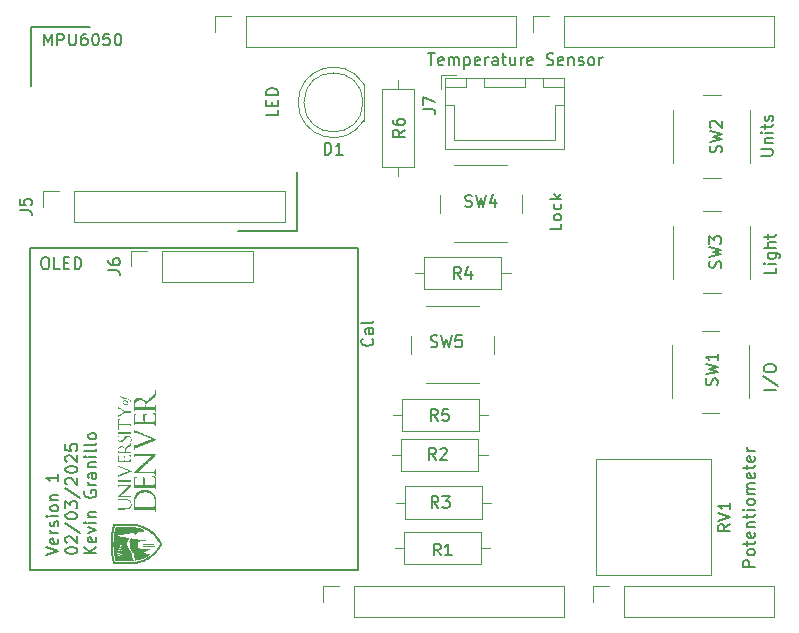
<source format=gbr>
%TF.GenerationSoftware,KiCad,Pcbnew,8.0.8*%
%TF.CreationDate,2025-02-03T17:06:43-07:00*%
%TF.ProjectId,ArduinoShieldThermoPro,41726475-696e-46f5-9368-69656c645468,rev?*%
%TF.SameCoordinates,Original*%
%TF.FileFunction,Legend,Top*%
%TF.FilePolarity,Positive*%
%FSLAX46Y46*%
G04 Gerber Fmt 4.6, Leading zero omitted, Abs format (unit mm)*
G04 Created by KiCad (PCBNEW 8.0.8) date 2025-02-03 17:06:43*
%MOMM*%
%LPD*%
G01*
G04 APERTURE LIST*
%ADD10C,0.150000*%
%ADD11C,0.000000*%
%ADD12C,0.120000*%
G04 APERTURE END LIST*
D10*
X122809819Y-55807030D02*
X122809819Y-56283220D01*
X122809819Y-56283220D02*
X121809819Y-56283220D01*
X122286009Y-55473696D02*
X122286009Y-55140363D01*
X122809819Y-54997506D02*
X122809819Y-55473696D01*
X122809819Y-55473696D02*
X121809819Y-55473696D01*
X121809819Y-55473696D02*
X121809819Y-54997506D01*
X122809819Y-54568934D02*
X121809819Y-54568934D01*
X121809819Y-54568934D02*
X121809819Y-54330839D01*
X121809819Y-54330839D02*
X121857438Y-54187982D01*
X121857438Y-54187982D02*
X121952676Y-54092744D01*
X121952676Y-54092744D02*
X122047914Y-54045125D01*
X122047914Y-54045125D02*
X122238390Y-53997506D01*
X122238390Y-53997506D02*
X122381247Y-53997506D01*
X122381247Y-53997506D02*
X122571723Y-54045125D01*
X122571723Y-54045125D02*
X122666961Y-54092744D01*
X122666961Y-54092744D02*
X122762200Y-54187982D01*
X122762200Y-54187982D02*
X122809819Y-54330839D01*
X122809819Y-54330839D02*
X122809819Y-54568934D01*
X135503922Y-51049819D02*
X136075350Y-51049819D01*
X135789636Y-52049819D02*
X135789636Y-51049819D01*
X136789636Y-52002200D02*
X136694398Y-52049819D01*
X136694398Y-52049819D02*
X136503922Y-52049819D01*
X136503922Y-52049819D02*
X136408684Y-52002200D01*
X136408684Y-52002200D02*
X136361065Y-51906961D01*
X136361065Y-51906961D02*
X136361065Y-51526009D01*
X136361065Y-51526009D02*
X136408684Y-51430771D01*
X136408684Y-51430771D02*
X136503922Y-51383152D01*
X136503922Y-51383152D02*
X136694398Y-51383152D01*
X136694398Y-51383152D02*
X136789636Y-51430771D01*
X136789636Y-51430771D02*
X136837255Y-51526009D01*
X136837255Y-51526009D02*
X136837255Y-51621247D01*
X136837255Y-51621247D02*
X136361065Y-51716485D01*
X137265827Y-52049819D02*
X137265827Y-51383152D01*
X137265827Y-51478390D02*
X137313446Y-51430771D01*
X137313446Y-51430771D02*
X137408684Y-51383152D01*
X137408684Y-51383152D02*
X137551541Y-51383152D01*
X137551541Y-51383152D02*
X137646779Y-51430771D01*
X137646779Y-51430771D02*
X137694398Y-51526009D01*
X137694398Y-51526009D02*
X137694398Y-52049819D01*
X137694398Y-51526009D02*
X137742017Y-51430771D01*
X137742017Y-51430771D02*
X137837255Y-51383152D01*
X137837255Y-51383152D02*
X137980112Y-51383152D01*
X137980112Y-51383152D02*
X138075351Y-51430771D01*
X138075351Y-51430771D02*
X138122970Y-51526009D01*
X138122970Y-51526009D02*
X138122970Y-52049819D01*
X138599160Y-51383152D02*
X138599160Y-52383152D01*
X138599160Y-51430771D02*
X138694398Y-51383152D01*
X138694398Y-51383152D02*
X138884874Y-51383152D01*
X138884874Y-51383152D02*
X138980112Y-51430771D01*
X138980112Y-51430771D02*
X139027731Y-51478390D01*
X139027731Y-51478390D02*
X139075350Y-51573628D01*
X139075350Y-51573628D02*
X139075350Y-51859342D01*
X139075350Y-51859342D02*
X139027731Y-51954580D01*
X139027731Y-51954580D02*
X138980112Y-52002200D01*
X138980112Y-52002200D02*
X138884874Y-52049819D01*
X138884874Y-52049819D02*
X138694398Y-52049819D01*
X138694398Y-52049819D02*
X138599160Y-52002200D01*
X139884874Y-52002200D02*
X139789636Y-52049819D01*
X139789636Y-52049819D02*
X139599160Y-52049819D01*
X139599160Y-52049819D02*
X139503922Y-52002200D01*
X139503922Y-52002200D02*
X139456303Y-51906961D01*
X139456303Y-51906961D02*
X139456303Y-51526009D01*
X139456303Y-51526009D02*
X139503922Y-51430771D01*
X139503922Y-51430771D02*
X139599160Y-51383152D01*
X139599160Y-51383152D02*
X139789636Y-51383152D01*
X139789636Y-51383152D02*
X139884874Y-51430771D01*
X139884874Y-51430771D02*
X139932493Y-51526009D01*
X139932493Y-51526009D02*
X139932493Y-51621247D01*
X139932493Y-51621247D02*
X139456303Y-51716485D01*
X140361065Y-52049819D02*
X140361065Y-51383152D01*
X140361065Y-51573628D02*
X140408684Y-51478390D01*
X140408684Y-51478390D02*
X140456303Y-51430771D01*
X140456303Y-51430771D02*
X140551541Y-51383152D01*
X140551541Y-51383152D02*
X140646779Y-51383152D01*
X141408684Y-52049819D02*
X141408684Y-51526009D01*
X141408684Y-51526009D02*
X141361065Y-51430771D01*
X141361065Y-51430771D02*
X141265827Y-51383152D01*
X141265827Y-51383152D02*
X141075351Y-51383152D01*
X141075351Y-51383152D02*
X140980113Y-51430771D01*
X141408684Y-52002200D02*
X141313446Y-52049819D01*
X141313446Y-52049819D02*
X141075351Y-52049819D01*
X141075351Y-52049819D02*
X140980113Y-52002200D01*
X140980113Y-52002200D02*
X140932494Y-51906961D01*
X140932494Y-51906961D02*
X140932494Y-51811723D01*
X140932494Y-51811723D02*
X140980113Y-51716485D01*
X140980113Y-51716485D02*
X141075351Y-51668866D01*
X141075351Y-51668866D02*
X141313446Y-51668866D01*
X141313446Y-51668866D02*
X141408684Y-51621247D01*
X141742018Y-51383152D02*
X142122970Y-51383152D01*
X141884875Y-51049819D02*
X141884875Y-51906961D01*
X141884875Y-51906961D02*
X141932494Y-52002200D01*
X141932494Y-52002200D02*
X142027732Y-52049819D01*
X142027732Y-52049819D02*
X142122970Y-52049819D01*
X142884875Y-51383152D02*
X142884875Y-52049819D01*
X142456304Y-51383152D02*
X142456304Y-51906961D01*
X142456304Y-51906961D02*
X142503923Y-52002200D01*
X142503923Y-52002200D02*
X142599161Y-52049819D01*
X142599161Y-52049819D02*
X142742018Y-52049819D01*
X142742018Y-52049819D02*
X142837256Y-52002200D01*
X142837256Y-52002200D02*
X142884875Y-51954580D01*
X143361066Y-52049819D02*
X143361066Y-51383152D01*
X143361066Y-51573628D02*
X143408685Y-51478390D01*
X143408685Y-51478390D02*
X143456304Y-51430771D01*
X143456304Y-51430771D02*
X143551542Y-51383152D01*
X143551542Y-51383152D02*
X143646780Y-51383152D01*
X144361066Y-52002200D02*
X144265828Y-52049819D01*
X144265828Y-52049819D02*
X144075352Y-52049819D01*
X144075352Y-52049819D02*
X143980114Y-52002200D01*
X143980114Y-52002200D02*
X143932495Y-51906961D01*
X143932495Y-51906961D02*
X143932495Y-51526009D01*
X143932495Y-51526009D02*
X143980114Y-51430771D01*
X143980114Y-51430771D02*
X144075352Y-51383152D01*
X144075352Y-51383152D02*
X144265828Y-51383152D01*
X144265828Y-51383152D02*
X144361066Y-51430771D01*
X144361066Y-51430771D02*
X144408685Y-51526009D01*
X144408685Y-51526009D02*
X144408685Y-51621247D01*
X144408685Y-51621247D02*
X143932495Y-51716485D01*
X145551543Y-52002200D02*
X145694400Y-52049819D01*
X145694400Y-52049819D02*
X145932495Y-52049819D01*
X145932495Y-52049819D02*
X146027733Y-52002200D01*
X146027733Y-52002200D02*
X146075352Y-51954580D01*
X146075352Y-51954580D02*
X146122971Y-51859342D01*
X146122971Y-51859342D02*
X146122971Y-51764104D01*
X146122971Y-51764104D02*
X146075352Y-51668866D01*
X146075352Y-51668866D02*
X146027733Y-51621247D01*
X146027733Y-51621247D02*
X145932495Y-51573628D01*
X145932495Y-51573628D02*
X145742019Y-51526009D01*
X145742019Y-51526009D02*
X145646781Y-51478390D01*
X145646781Y-51478390D02*
X145599162Y-51430771D01*
X145599162Y-51430771D02*
X145551543Y-51335533D01*
X145551543Y-51335533D02*
X145551543Y-51240295D01*
X145551543Y-51240295D02*
X145599162Y-51145057D01*
X145599162Y-51145057D02*
X145646781Y-51097438D01*
X145646781Y-51097438D02*
X145742019Y-51049819D01*
X145742019Y-51049819D02*
X145980114Y-51049819D01*
X145980114Y-51049819D02*
X146122971Y-51097438D01*
X146932495Y-52002200D02*
X146837257Y-52049819D01*
X146837257Y-52049819D02*
X146646781Y-52049819D01*
X146646781Y-52049819D02*
X146551543Y-52002200D01*
X146551543Y-52002200D02*
X146503924Y-51906961D01*
X146503924Y-51906961D02*
X146503924Y-51526009D01*
X146503924Y-51526009D02*
X146551543Y-51430771D01*
X146551543Y-51430771D02*
X146646781Y-51383152D01*
X146646781Y-51383152D02*
X146837257Y-51383152D01*
X146837257Y-51383152D02*
X146932495Y-51430771D01*
X146932495Y-51430771D02*
X146980114Y-51526009D01*
X146980114Y-51526009D02*
X146980114Y-51621247D01*
X146980114Y-51621247D02*
X146503924Y-51716485D01*
X147408686Y-51383152D02*
X147408686Y-52049819D01*
X147408686Y-51478390D02*
X147456305Y-51430771D01*
X147456305Y-51430771D02*
X147551543Y-51383152D01*
X147551543Y-51383152D02*
X147694400Y-51383152D01*
X147694400Y-51383152D02*
X147789638Y-51430771D01*
X147789638Y-51430771D02*
X147837257Y-51526009D01*
X147837257Y-51526009D02*
X147837257Y-52049819D01*
X148265829Y-52002200D02*
X148361067Y-52049819D01*
X148361067Y-52049819D02*
X148551543Y-52049819D01*
X148551543Y-52049819D02*
X148646781Y-52002200D01*
X148646781Y-52002200D02*
X148694400Y-51906961D01*
X148694400Y-51906961D02*
X148694400Y-51859342D01*
X148694400Y-51859342D02*
X148646781Y-51764104D01*
X148646781Y-51764104D02*
X148551543Y-51716485D01*
X148551543Y-51716485D02*
X148408686Y-51716485D01*
X148408686Y-51716485D02*
X148313448Y-51668866D01*
X148313448Y-51668866D02*
X148265829Y-51573628D01*
X148265829Y-51573628D02*
X148265829Y-51526009D01*
X148265829Y-51526009D02*
X148313448Y-51430771D01*
X148313448Y-51430771D02*
X148408686Y-51383152D01*
X148408686Y-51383152D02*
X148551543Y-51383152D01*
X148551543Y-51383152D02*
X148646781Y-51430771D01*
X149265829Y-52049819D02*
X149170591Y-52002200D01*
X149170591Y-52002200D02*
X149122972Y-51954580D01*
X149122972Y-51954580D02*
X149075353Y-51859342D01*
X149075353Y-51859342D02*
X149075353Y-51573628D01*
X149075353Y-51573628D02*
X149122972Y-51478390D01*
X149122972Y-51478390D02*
X149170591Y-51430771D01*
X149170591Y-51430771D02*
X149265829Y-51383152D01*
X149265829Y-51383152D02*
X149408686Y-51383152D01*
X149408686Y-51383152D02*
X149503924Y-51430771D01*
X149503924Y-51430771D02*
X149551543Y-51478390D01*
X149551543Y-51478390D02*
X149599162Y-51573628D01*
X149599162Y-51573628D02*
X149599162Y-51859342D01*
X149599162Y-51859342D02*
X149551543Y-51954580D01*
X149551543Y-51954580D02*
X149503924Y-52002200D01*
X149503924Y-52002200D02*
X149408686Y-52049819D01*
X149408686Y-52049819D02*
X149265829Y-52049819D01*
X150027734Y-52049819D02*
X150027734Y-51383152D01*
X150027734Y-51573628D02*
X150075353Y-51478390D01*
X150075353Y-51478390D02*
X150122972Y-51430771D01*
X150122972Y-51430771D02*
X150218210Y-51383152D01*
X150218210Y-51383152D02*
X150313448Y-51383152D01*
X163199819Y-94513220D02*
X162199819Y-94513220D01*
X162199819Y-94513220D02*
X162199819Y-94132268D01*
X162199819Y-94132268D02*
X162247438Y-94037030D01*
X162247438Y-94037030D02*
X162295057Y-93989411D01*
X162295057Y-93989411D02*
X162390295Y-93941792D01*
X162390295Y-93941792D02*
X162533152Y-93941792D01*
X162533152Y-93941792D02*
X162628390Y-93989411D01*
X162628390Y-93989411D02*
X162676009Y-94037030D01*
X162676009Y-94037030D02*
X162723628Y-94132268D01*
X162723628Y-94132268D02*
X162723628Y-94513220D01*
X163199819Y-93370363D02*
X163152200Y-93465601D01*
X163152200Y-93465601D02*
X163104580Y-93513220D01*
X163104580Y-93513220D02*
X163009342Y-93560839D01*
X163009342Y-93560839D02*
X162723628Y-93560839D01*
X162723628Y-93560839D02*
X162628390Y-93513220D01*
X162628390Y-93513220D02*
X162580771Y-93465601D01*
X162580771Y-93465601D02*
X162533152Y-93370363D01*
X162533152Y-93370363D02*
X162533152Y-93227506D01*
X162533152Y-93227506D02*
X162580771Y-93132268D01*
X162580771Y-93132268D02*
X162628390Y-93084649D01*
X162628390Y-93084649D02*
X162723628Y-93037030D01*
X162723628Y-93037030D02*
X163009342Y-93037030D01*
X163009342Y-93037030D02*
X163104580Y-93084649D01*
X163104580Y-93084649D02*
X163152200Y-93132268D01*
X163152200Y-93132268D02*
X163199819Y-93227506D01*
X163199819Y-93227506D02*
X163199819Y-93370363D01*
X162533152Y-92751315D02*
X162533152Y-92370363D01*
X162199819Y-92608458D02*
X163056961Y-92608458D01*
X163056961Y-92608458D02*
X163152200Y-92560839D01*
X163152200Y-92560839D02*
X163199819Y-92465601D01*
X163199819Y-92465601D02*
X163199819Y-92370363D01*
X163152200Y-91656077D02*
X163199819Y-91751315D01*
X163199819Y-91751315D02*
X163199819Y-91941791D01*
X163199819Y-91941791D02*
X163152200Y-92037029D01*
X163152200Y-92037029D02*
X163056961Y-92084648D01*
X163056961Y-92084648D02*
X162676009Y-92084648D01*
X162676009Y-92084648D02*
X162580771Y-92037029D01*
X162580771Y-92037029D02*
X162533152Y-91941791D01*
X162533152Y-91941791D02*
X162533152Y-91751315D01*
X162533152Y-91751315D02*
X162580771Y-91656077D01*
X162580771Y-91656077D02*
X162676009Y-91608458D01*
X162676009Y-91608458D02*
X162771247Y-91608458D01*
X162771247Y-91608458D02*
X162866485Y-92084648D01*
X162533152Y-91179886D02*
X163199819Y-91179886D01*
X162628390Y-91179886D02*
X162580771Y-91132267D01*
X162580771Y-91132267D02*
X162533152Y-91037029D01*
X162533152Y-91037029D02*
X162533152Y-90894172D01*
X162533152Y-90894172D02*
X162580771Y-90798934D01*
X162580771Y-90798934D02*
X162676009Y-90751315D01*
X162676009Y-90751315D02*
X163199819Y-90751315D01*
X162533152Y-90417981D02*
X162533152Y-90037029D01*
X162199819Y-90275124D02*
X163056961Y-90275124D01*
X163056961Y-90275124D02*
X163152200Y-90227505D01*
X163152200Y-90227505D02*
X163199819Y-90132267D01*
X163199819Y-90132267D02*
X163199819Y-90037029D01*
X163199819Y-89703695D02*
X162533152Y-89703695D01*
X162199819Y-89703695D02*
X162247438Y-89751314D01*
X162247438Y-89751314D02*
X162295057Y-89703695D01*
X162295057Y-89703695D02*
X162247438Y-89656076D01*
X162247438Y-89656076D02*
X162199819Y-89703695D01*
X162199819Y-89703695D02*
X162295057Y-89703695D01*
X163199819Y-89084648D02*
X163152200Y-89179886D01*
X163152200Y-89179886D02*
X163104580Y-89227505D01*
X163104580Y-89227505D02*
X163009342Y-89275124D01*
X163009342Y-89275124D02*
X162723628Y-89275124D01*
X162723628Y-89275124D02*
X162628390Y-89227505D01*
X162628390Y-89227505D02*
X162580771Y-89179886D01*
X162580771Y-89179886D02*
X162533152Y-89084648D01*
X162533152Y-89084648D02*
X162533152Y-88941791D01*
X162533152Y-88941791D02*
X162580771Y-88846553D01*
X162580771Y-88846553D02*
X162628390Y-88798934D01*
X162628390Y-88798934D02*
X162723628Y-88751315D01*
X162723628Y-88751315D02*
X163009342Y-88751315D01*
X163009342Y-88751315D02*
X163104580Y-88798934D01*
X163104580Y-88798934D02*
X163152200Y-88846553D01*
X163152200Y-88846553D02*
X163199819Y-88941791D01*
X163199819Y-88941791D02*
X163199819Y-89084648D01*
X163199819Y-88322743D02*
X162533152Y-88322743D01*
X162628390Y-88322743D02*
X162580771Y-88275124D01*
X162580771Y-88275124D02*
X162533152Y-88179886D01*
X162533152Y-88179886D02*
X162533152Y-88037029D01*
X162533152Y-88037029D02*
X162580771Y-87941791D01*
X162580771Y-87941791D02*
X162676009Y-87894172D01*
X162676009Y-87894172D02*
X163199819Y-87894172D01*
X162676009Y-87894172D02*
X162580771Y-87846553D01*
X162580771Y-87846553D02*
X162533152Y-87751315D01*
X162533152Y-87751315D02*
X162533152Y-87608458D01*
X162533152Y-87608458D02*
X162580771Y-87513219D01*
X162580771Y-87513219D02*
X162676009Y-87465600D01*
X162676009Y-87465600D02*
X163199819Y-87465600D01*
X163152200Y-86608458D02*
X163199819Y-86703696D01*
X163199819Y-86703696D02*
X163199819Y-86894172D01*
X163199819Y-86894172D02*
X163152200Y-86989410D01*
X163152200Y-86989410D02*
X163056961Y-87037029D01*
X163056961Y-87037029D02*
X162676009Y-87037029D01*
X162676009Y-87037029D02*
X162580771Y-86989410D01*
X162580771Y-86989410D02*
X162533152Y-86894172D01*
X162533152Y-86894172D02*
X162533152Y-86703696D01*
X162533152Y-86703696D02*
X162580771Y-86608458D01*
X162580771Y-86608458D02*
X162676009Y-86560839D01*
X162676009Y-86560839D02*
X162771247Y-86560839D01*
X162771247Y-86560839D02*
X162866485Y-87037029D01*
X162533152Y-86275124D02*
X162533152Y-85894172D01*
X162199819Y-86132267D02*
X163056961Y-86132267D01*
X163056961Y-86132267D02*
X163152200Y-86084648D01*
X163152200Y-86084648D02*
X163199819Y-85989410D01*
X163199819Y-85989410D02*
X163199819Y-85894172D01*
X163152200Y-85179886D02*
X163199819Y-85275124D01*
X163199819Y-85275124D02*
X163199819Y-85465600D01*
X163199819Y-85465600D02*
X163152200Y-85560838D01*
X163152200Y-85560838D02*
X163056961Y-85608457D01*
X163056961Y-85608457D02*
X162676009Y-85608457D01*
X162676009Y-85608457D02*
X162580771Y-85560838D01*
X162580771Y-85560838D02*
X162533152Y-85465600D01*
X162533152Y-85465600D02*
X162533152Y-85275124D01*
X162533152Y-85275124D02*
X162580771Y-85179886D01*
X162580771Y-85179886D02*
X162676009Y-85132267D01*
X162676009Y-85132267D02*
X162771247Y-85132267D01*
X162771247Y-85132267D02*
X162866485Y-85608457D01*
X163199819Y-84703695D02*
X162533152Y-84703695D01*
X162723628Y-84703695D02*
X162628390Y-84656076D01*
X162628390Y-84656076D02*
X162580771Y-84608457D01*
X162580771Y-84608457D02*
X162533152Y-84513219D01*
X162533152Y-84513219D02*
X162533152Y-84417981D01*
X146809819Y-65457030D02*
X146809819Y-65933220D01*
X146809819Y-65933220D02*
X145809819Y-65933220D01*
X146809819Y-64980839D02*
X146762200Y-65076077D01*
X146762200Y-65076077D02*
X146714580Y-65123696D01*
X146714580Y-65123696D02*
X146619342Y-65171315D01*
X146619342Y-65171315D02*
X146333628Y-65171315D01*
X146333628Y-65171315D02*
X146238390Y-65123696D01*
X146238390Y-65123696D02*
X146190771Y-65076077D01*
X146190771Y-65076077D02*
X146143152Y-64980839D01*
X146143152Y-64980839D02*
X146143152Y-64837982D01*
X146143152Y-64837982D02*
X146190771Y-64742744D01*
X146190771Y-64742744D02*
X146238390Y-64695125D01*
X146238390Y-64695125D02*
X146333628Y-64647506D01*
X146333628Y-64647506D02*
X146619342Y-64647506D01*
X146619342Y-64647506D02*
X146714580Y-64695125D01*
X146714580Y-64695125D02*
X146762200Y-64742744D01*
X146762200Y-64742744D02*
X146809819Y-64837982D01*
X146809819Y-64837982D02*
X146809819Y-64980839D01*
X146762200Y-63790363D02*
X146809819Y-63885601D01*
X146809819Y-63885601D02*
X146809819Y-64076077D01*
X146809819Y-64076077D02*
X146762200Y-64171315D01*
X146762200Y-64171315D02*
X146714580Y-64218934D01*
X146714580Y-64218934D02*
X146619342Y-64266553D01*
X146619342Y-64266553D02*
X146333628Y-64266553D01*
X146333628Y-64266553D02*
X146238390Y-64218934D01*
X146238390Y-64218934D02*
X146190771Y-64171315D01*
X146190771Y-64171315D02*
X146143152Y-64076077D01*
X146143152Y-64076077D02*
X146143152Y-63885601D01*
X146143152Y-63885601D02*
X146190771Y-63790363D01*
X146809819Y-63361791D02*
X145809819Y-63361791D01*
X146428866Y-63266553D02*
X146809819Y-62980839D01*
X146143152Y-62980839D02*
X146524104Y-63361791D01*
X130784580Y-75201792D02*
X130832200Y-75249411D01*
X130832200Y-75249411D02*
X130879819Y-75392268D01*
X130879819Y-75392268D02*
X130879819Y-75487506D01*
X130879819Y-75487506D02*
X130832200Y-75630363D01*
X130832200Y-75630363D02*
X130736961Y-75725601D01*
X130736961Y-75725601D02*
X130641723Y-75773220D01*
X130641723Y-75773220D02*
X130451247Y-75820839D01*
X130451247Y-75820839D02*
X130308390Y-75820839D01*
X130308390Y-75820839D02*
X130117914Y-75773220D01*
X130117914Y-75773220D02*
X130022676Y-75725601D01*
X130022676Y-75725601D02*
X129927438Y-75630363D01*
X129927438Y-75630363D02*
X129879819Y-75487506D01*
X129879819Y-75487506D02*
X129879819Y-75392268D01*
X129879819Y-75392268D02*
X129927438Y-75249411D01*
X129927438Y-75249411D02*
X129975057Y-75201792D01*
X130879819Y-74344649D02*
X130356009Y-74344649D01*
X130356009Y-74344649D02*
X130260771Y-74392268D01*
X130260771Y-74392268D02*
X130213152Y-74487506D01*
X130213152Y-74487506D02*
X130213152Y-74677982D01*
X130213152Y-74677982D02*
X130260771Y-74773220D01*
X130832200Y-74344649D02*
X130879819Y-74439887D01*
X130879819Y-74439887D02*
X130879819Y-74677982D01*
X130879819Y-74677982D02*
X130832200Y-74773220D01*
X130832200Y-74773220D02*
X130736961Y-74820839D01*
X130736961Y-74820839D02*
X130641723Y-74820839D01*
X130641723Y-74820839D02*
X130546485Y-74773220D01*
X130546485Y-74773220D02*
X130498866Y-74677982D01*
X130498866Y-74677982D02*
X130498866Y-74439887D01*
X130498866Y-74439887D02*
X130451247Y-74344649D01*
X130879819Y-73725601D02*
X130832200Y-73820839D01*
X130832200Y-73820839D02*
X130736961Y-73868458D01*
X130736961Y-73868458D02*
X129879819Y-73868458D01*
X164949819Y-69207030D02*
X164949819Y-69683220D01*
X164949819Y-69683220D02*
X163949819Y-69683220D01*
X164949819Y-68873696D02*
X164283152Y-68873696D01*
X163949819Y-68873696D02*
X163997438Y-68921315D01*
X163997438Y-68921315D02*
X164045057Y-68873696D01*
X164045057Y-68873696D02*
X163997438Y-68826077D01*
X163997438Y-68826077D02*
X163949819Y-68873696D01*
X163949819Y-68873696D02*
X164045057Y-68873696D01*
X164283152Y-67968935D02*
X165092676Y-67968935D01*
X165092676Y-67968935D02*
X165187914Y-68016554D01*
X165187914Y-68016554D02*
X165235533Y-68064173D01*
X165235533Y-68064173D02*
X165283152Y-68159411D01*
X165283152Y-68159411D02*
X165283152Y-68302268D01*
X165283152Y-68302268D02*
X165235533Y-68397506D01*
X164902200Y-67968935D02*
X164949819Y-68064173D01*
X164949819Y-68064173D02*
X164949819Y-68254649D01*
X164949819Y-68254649D02*
X164902200Y-68349887D01*
X164902200Y-68349887D02*
X164854580Y-68397506D01*
X164854580Y-68397506D02*
X164759342Y-68445125D01*
X164759342Y-68445125D02*
X164473628Y-68445125D01*
X164473628Y-68445125D02*
X164378390Y-68397506D01*
X164378390Y-68397506D02*
X164330771Y-68349887D01*
X164330771Y-68349887D02*
X164283152Y-68254649D01*
X164283152Y-68254649D02*
X164283152Y-68064173D01*
X164283152Y-68064173D02*
X164330771Y-67968935D01*
X164949819Y-67492744D02*
X163949819Y-67492744D01*
X164949819Y-67064173D02*
X164426009Y-67064173D01*
X164426009Y-67064173D02*
X164330771Y-67111792D01*
X164330771Y-67111792D02*
X164283152Y-67207030D01*
X164283152Y-67207030D02*
X164283152Y-67349887D01*
X164283152Y-67349887D02*
X164330771Y-67445125D01*
X164330771Y-67445125D02*
X164378390Y-67492744D01*
X164283152Y-66730839D02*
X164283152Y-66349887D01*
X163949819Y-66587982D02*
X164806961Y-66587982D01*
X164806961Y-66587982D02*
X164902200Y-66540363D01*
X164902200Y-66540363D02*
X164949819Y-66445125D01*
X164949819Y-66445125D02*
X164949819Y-66349887D01*
X163689819Y-59713220D02*
X164499342Y-59713220D01*
X164499342Y-59713220D02*
X164594580Y-59665601D01*
X164594580Y-59665601D02*
X164642200Y-59617982D01*
X164642200Y-59617982D02*
X164689819Y-59522744D01*
X164689819Y-59522744D02*
X164689819Y-59332268D01*
X164689819Y-59332268D02*
X164642200Y-59237030D01*
X164642200Y-59237030D02*
X164594580Y-59189411D01*
X164594580Y-59189411D02*
X164499342Y-59141792D01*
X164499342Y-59141792D02*
X163689819Y-59141792D01*
X164023152Y-58665601D02*
X164689819Y-58665601D01*
X164118390Y-58665601D02*
X164070771Y-58617982D01*
X164070771Y-58617982D02*
X164023152Y-58522744D01*
X164023152Y-58522744D02*
X164023152Y-58379887D01*
X164023152Y-58379887D02*
X164070771Y-58284649D01*
X164070771Y-58284649D02*
X164166009Y-58237030D01*
X164166009Y-58237030D02*
X164689819Y-58237030D01*
X164689819Y-57760839D02*
X164023152Y-57760839D01*
X163689819Y-57760839D02*
X163737438Y-57808458D01*
X163737438Y-57808458D02*
X163785057Y-57760839D01*
X163785057Y-57760839D02*
X163737438Y-57713220D01*
X163737438Y-57713220D02*
X163689819Y-57760839D01*
X163689819Y-57760839D02*
X163785057Y-57760839D01*
X164023152Y-57427506D02*
X164023152Y-57046554D01*
X163689819Y-57284649D02*
X164546961Y-57284649D01*
X164546961Y-57284649D02*
X164642200Y-57237030D01*
X164642200Y-57237030D02*
X164689819Y-57141792D01*
X164689819Y-57141792D02*
X164689819Y-57046554D01*
X164642200Y-56760839D02*
X164689819Y-56665601D01*
X164689819Y-56665601D02*
X164689819Y-56475125D01*
X164689819Y-56475125D02*
X164642200Y-56379887D01*
X164642200Y-56379887D02*
X164546961Y-56332268D01*
X164546961Y-56332268D02*
X164499342Y-56332268D01*
X164499342Y-56332268D02*
X164404104Y-56379887D01*
X164404104Y-56379887D02*
X164356485Y-56475125D01*
X164356485Y-56475125D02*
X164356485Y-56617982D01*
X164356485Y-56617982D02*
X164308866Y-56713220D01*
X164308866Y-56713220D02*
X164213628Y-56760839D01*
X164213628Y-56760839D02*
X164166009Y-56760839D01*
X164166009Y-56760839D02*
X164070771Y-56713220D01*
X164070771Y-56713220D02*
X164023152Y-56617982D01*
X164023152Y-56617982D02*
X164023152Y-56475125D01*
X164023152Y-56475125D02*
X164070771Y-56379887D01*
X164949819Y-79533220D02*
X163949819Y-79533220D01*
X163902200Y-78342745D02*
X165187914Y-79199887D01*
X163949819Y-77818935D02*
X163949819Y-77628459D01*
X163949819Y-77628459D02*
X163997438Y-77533221D01*
X163997438Y-77533221D02*
X164092676Y-77437983D01*
X164092676Y-77437983D02*
X164283152Y-77390364D01*
X164283152Y-77390364D02*
X164616485Y-77390364D01*
X164616485Y-77390364D02*
X164806961Y-77437983D01*
X164806961Y-77437983D02*
X164902200Y-77533221D01*
X164902200Y-77533221D02*
X164949819Y-77628459D01*
X164949819Y-77628459D02*
X164949819Y-77818935D01*
X164949819Y-77818935D02*
X164902200Y-77914173D01*
X164902200Y-77914173D02*
X164806961Y-78009411D01*
X164806961Y-78009411D02*
X164616485Y-78057030D01*
X164616485Y-78057030D02*
X164283152Y-78057030D01*
X164283152Y-78057030D02*
X164092676Y-78009411D01*
X164092676Y-78009411D02*
X163997438Y-77914173D01*
X163997438Y-77914173D02*
X163949819Y-77818935D01*
X103209931Y-93536077D02*
X104209931Y-93202744D01*
X104209931Y-93202744D02*
X103209931Y-92869411D01*
X104162312Y-92155125D02*
X104209931Y-92250363D01*
X104209931Y-92250363D02*
X104209931Y-92440839D01*
X104209931Y-92440839D02*
X104162312Y-92536077D01*
X104162312Y-92536077D02*
X104067073Y-92583696D01*
X104067073Y-92583696D02*
X103686121Y-92583696D01*
X103686121Y-92583696D02*
X103590883Y-92536077D01*
X103590883Y-92536077D02*
X103543264Y-92440839D01*
X103543264Y-92440839D02*
X103543264Y-92250363D01*
X103543264Y-92250363D02*
X103590883Y-92155125D01*
X103590883Y-92155125D02*
X103686121Y-92107506D01*
X103686121Y-92107506D02*
X103781359Y-92107506D01*
X103781359Y-92107506D02*
X103876597Y-92583696D01*
X104209931Y-91678934D02*
X103543264Y-91678934D01*
X103733740Y-91678934D02*
X103638502Y-91631315D01*
X103638502Y-91631315D02*
X103590883Y-91583696D01*
X103590883Y-91583696D02*
X103543264Y-91488458D01*
X103543264Y-91488458D02*
X103543264Y-91393220D01*
X104162312Y-91107505D02*
X104209931Y-91012267D01*
X104209931Y-91012267D02*
X104209931Y-90821791D01*
X104209931Y-90821791D02*
X104162312Y-90726553D01*
X104162312Y-90726553D02*
X104067073Y-90678934D01*
X104067073Y-90678934D02*
X104019454Y-90678934D01*
X104019454Y-90678934D02*
X103924216Y-90726553D01*
X103924216Y-90726553D02*
X103876597Y-90821791D01*
X103876597Y-90821791D02*
X103876597Y-90964648D01*
X103876597Y-90964648D02*
X103828978Y-91059886D01*
X103828978Y-91059886D02*
X103733740Y-91107505D01*
X103733740Y-91107505D02*
X103686121Y-91107505D01*
X103686121Y-91107505D02*
X103590883Y-91059886D01*
X103590883Y-91059886D02*
X103543264Y-90964648D01*
X103543264Y-90964648D02*
X103543264Y-90821791D01*
X103543264Y-90821791D02*
X103590883Y-90726553D01*
X104209931Y-90250362D02*
X103543264Y-90250362D01*
X103209931Y-90250362D02*
X103257550Y-90297981D01*
X103257550Y-90297981D02*
X103305169Y-90250362D01*
X103305169Y-90250362D02*
X103257550Y-90202743D01*
X103257550Y-90202743D02*
X103209931Y-90250362D01*
X103209931Y-90250362D02*
X103305169Y-90250362D01*
X104209931Y-89631315D02*
X104162312Y-89726553D01*
X104162312Y-89726553D02*
X104114692Y-89774172D01*
X104114692Y-89774172D02*
X104019454Y-89821791D01*
X104019454Y-89821791D02*
X103733740Y-89821791D01*
X103733740Y-89821791D02*
X103638502Y-89774172D01*
X103638502Y-89774172D02*
X103590883Y-89726553D01*
X103590883Y-89726553D02*
X103543264Y-89631315D01*
X103543264Y-89631315D02*
X103543264Y-89488458D01*
X103543264Y-89488458D02*
X103590883Y-89393220D01*
X103590883Y-89393220D02*
X103638502Y-89345601D01*
X103638502Y-89345601D02*
X103733740Y-89297982D01*
X103733740Y-89297982D02*
X104019454Y-89297982D01*
X104019454Y-89297982D02*
X104114692Y-89345601D01*
X104114692Y-89345601D02*
X104162312Y-89393220D01*
X104162312Y-89393220D02*
X104209931Y-89488458D01*
X104209931Y-89488458D02*
X104209931Y-89631315D01*
X103543264Y-88869410D02*
X104209931Y-88869410D01*
X103638502Y-88869410D02*
X103590883Y-88821791D01*
X103590883Y-88821791D02*
X103543264Y-88726553D01*
X103543264Y-88726553D02*
X103543264Y-88583696D01*
X103543264Y-88583696D02*
X103590883Y-88488458D01*
X103590883Y-88488458D02*
X103686121Y-88440839D01*
X103686121Y-88440839D02*
X104209931Y-88440839D01*
X104209931Y-86678934D02*
X104209931Y-87250362D01*
X104209931Y-86964648D02*
X103209931Y-86964648D01*
X103209931Y-86964648D02*
X103352788Y-87059886D01*
X103352788Y-87059886D02*
X103448026Y-87155124D01*
X103448026Y-87155124D02*
X103495645Y-87250362D01*
X104819875Y-93202744D02*
X104819875Y-93107506D01*
X104819875Y-93107506D02*
X104867494Y-93012268D01*
X104867494Y-93012268D02*
X104915113Y-92964649D01*
X104915113Y-92964649D02*
X105010351Y-92917030D01*
X105010351Y-92917030D02*
X105200827Y-92869411D01*
X105200827Y-92869411D02*
X105438922Y-92869411D01*
X105438922Y-92869411D02*
X105629398Y-92917030D01*
X105629398Y-92917030D02*
X105724636Y-92964649D01*
X105724636Y-92964649D02*
X105772256Y-93012268D01*
X105772256Y-93012268D02*
X105819875Y-93107506D01*
X105819875Y-93107506D02*
X105819875Y-93202744D01*
X105819875Y-93202744D02*
X105772256Y-93297982D01*
X105772256Y-93297982D02*
X105724636Y-93345601D01*
X105724636Y-93345601D02*
X105629398Y-93393220D01*
X105629398Y-93393220D02*
X105438922Y-93440839D01*
X105438922Y-93440839D02*
X105200827Y-93440839D01*
X105200827Y-93440839D02*
X105010351Y-93393220D01*
X105010351Y-93393220D02*
X104915113Y-93345601D01*
X104915113Y-93345601D02*
X104867494Y-93297982D01*
X104867494Y-93297982D02*
X104819875Y-93202744D01*
X104915113Y-92488458D02*
X104867494Y-92440839D01*
X104867494Y-92440839D02*
X104819875Y-92345601D01*
X104819875Y-92345601D02*
X104819875Y-92107506D01*
X104819875Y-92107506D02*
X104867494Y-92012268D01*
X104867494Y-92012268D02*
X104915113Y-91964649D01*
X104915113Y-91964649D02*
X105010351Y-91917030D01*
X105010351Y-91917030D02*
X105105589Y-91917030D01*
X105105589Y-91917030D02*
X105248446Y-91964649D01*
X105248446Y-91964649D02*
X105819875Y-92536077D01*
X105819875Y-92536077D02*
X105819875Y-91917030D01*
X104772256Y-90774173D02*
X106057970Y-91631315D01*
X104819875Y-90250363D02*
X104819875Y-90155125D01*
X104819875Y-90155125D02*
X104867494Y-90059887D01*
X104867494Y-90059887D02*
X104915113Y-90012268D01*
X104915113Y-90012268D02*
X105010351Y-89964649D01*
X105010351Y-89964649D02*
X105200827Y-89917030D01*
X105200827Y-89917030D02*
X105438922Y-89917030D01*
X105438922Y-89917030D02*
X105629398Y-89964649D01*
X105629398Y-89964649D02*
X105724636Y-90012268D01*
X105724636Y-90012268D02*
X105772256Y-90059887D01*
X105772256Y-90059887D02*
X105819875Y-90155125D01*
X105819875Y-90155125D02*
X105819875Y-90250363D01*
X105819875Y-90250363D02*
X105772256Y-90345601D01*
X105772256Y-90345601D02*
X105724636Y-90393220D01*
X105724636Y-90393220D02*
X105629398Y-90440839D01*
X105629398Y-90440839D02*
X105438922Y-90488458D01*
X105438922Y-90488458D02*
X105200827Y-90488458D01*
X105200827Y-90488458D02*
X105010351Y-90440839D01*
X105010351Y-90440839D02*
X104915113Y-90393220D01*
X104915113Y-90393220D02*
X104867494Y-90345601D01*
X104867494Y-90345601D02*
X104819875Y-90250363D01*
X104819875Y-89583696D02*
X104819875Y-88964649D01*
X104819875Y-88964649D02*
X105200827Y-89297982D01*
X105200827Y-89297982D02*
X105200827Y-89155125D01*
X105200827Y-89155125D02*
X105248446Y-89059887D01*
X105248446Y-89059887D02*
X105296065Y-89012268D01*
X105296065Y-89012268D02*
X105391303Y-88964649D01*
X105391303Y-88964649D02*
X105629398Y-88964649D01*
X105629398Y-88964649D02*
X105724636Y-89012268D01*
X105724636Y-89012268D02*
X105772256Y-89059887D01*
X105772256Y-89059887D02*
X105819875Y-89155125D01*
X105819875Y-89155125D02*
X105819875Y-89440839D01*
X105819875Y-89440839D02*
X105772256Y-89536077D01*
X105772256Y-89536077D02*
X105724636Y-89583696D01*
X104772256Y-87821792D02*
X106057970Y-88678934D01*
X104915113Y-87536077D02*
X104867494Y-87488458D01*
X104867494Y-87488458D02*
X104819875Y-87393220D01*
X104819875Y-87393220D02*
X104819875Y-87155125D01*
X104819875Y-87155125D02*
X104867494Y-87059887D01*
X104867494Y-87059887D02*
X104915113Y-87012268D01*
X104915113Y-87012268D02*
X105010351Y-86964649D01*
X105010351Y-86964649D02*
X105105589Y-86964649D01*
X105105589Y-86964649D02*
X105248446Y-87012268D01*
X105248446Y-87012268D02*
X105819875Y-87583696D01*
X105819875Y-87583696D02*
X105819875Y-86964649D01*
X104819875Y-86345601D02*
X104819875Y-86250363D01*
X104819875Y-86250363D02*
X104867494Y-86155125D01*
X104867494Y-86155125D02*
X104915113Y-86107506D01*
X104915113Y-86107506D02*
X105010351Y-86059887D01*
X105010351Y-86059887D02*
X105200827Y-86012268D01*
X105200827Y-86012268D02*
X105438922Y-86012268D01*
X105438922Y-86012268D02*
X105629398Y-86059887D01*
X105629398Y-86059887D02*
X105724636Y-86107506D01*
X105724636Y-86107506D02*
X105772256Y-86155125D01*
X105772256Y-86155125D02*
X105819875Y-86250363D01*
X105819875Y-86250363D02*
X105819875Y-86345601D01*
X105819875Y-86345601D02*
X105772256Y-86440839D01*
X105772256Y-86440839D02*
X105724636Y-86488458D01*
X105724636Y-86488458D02*
X105629398Y-86536077D01*
X105629398Y-86536077D02*
X105438922Y-86583696D01*
X105438922Y-86583696D02*
X105200827Y-86583696D01*
X105200827Y-86583696D02*
X105010351Y-86536077D01*
X105010351Y-86536077D02*
X104915113Y-86488458D01*
X104915113Y-86488458D02*
X104867494Y-86440839D01*
X104867494Y-86440839D02*
X104819875Y-86345601D01*
X104915113Y-85631315D02*
X104867494Y-85583696D01*
X104867494Y-85583696D02*
X104819875Y-85488458D01*
X104819875Y-85488458D02*
X104819875Y-85250363D01*
X104819875Y-85250363D02*
X104867494Y-85155125D01*
X104867494Y-85155125D02*
X104915113Y-85107506D01*
X104915113Y-85107506D02*
X105010351Y-85059887D01*
X105010351Y-85059887D02*
X105105589Y-85059887D01*
X105105589Y-85059887D02*
X105248446Y-85107506D01*
X105248446Y-85107506D02*
X105819875Y-85678934D01*
X105819875Y-85678934D02*
X105819875Y-85059887D01*
X104819875Y-84155125D02*
X104819875Y-84631315D01*
X104819875Y-84631315D02*
X105296065Y-84678934D01*
X105296065Y-84678934D02*
X105248446Y-84631315D01*
X105248446Y-84631315D02*
X105200827Y-84536077D01*
X105200827Y-84536077D02*
X105200827Y-84297982D01*
X105200827Y-84297982D02*
X105248446Y-84202744D01*
X105248446Y-84202744D02*
X105296065Y-84155125D01*
X105296065Y-84155125D02*
X105391303Y-84107506D01*
X105391303Y-84107506D02*
X105629398Y-84107506D01*
X105629398Y-84107506D02*
X105724636Y-84155125D01*
X105724636Y-84155125D02*
X105772256Y-84202744D01*
X105772256Y-84202744D02*
X105819875Y-84297982D01*
X105819875Y-84297982D02*
X105819875Y-84536077D01*
X105819875Y-84536077D02*
X105772256Y-84631315D01*
X105772256Y-84631315D02*
X105724636Y-84678934D01*
X107429819Y-93393220D02*
X106429819Y-93393220D01*
X107429819Y-92821792D02*
X106858390Y-93250363D01*
X106429819Y-92821792D02*
X107001247Y-93393220D01*
X107382200Y-92012268D02*
X107429819Y-92107506D01*
X107429819Y-92107506D02*
X107429819Y-92297982D01*
X107429819Y-92297982D02*
X107382200Y-92393220D01*
X107382200Y-92393220D02*
X107286961Y-92440839D01*
X107286961Y-92440839D02*
X106906009Y-92440839D01*
X106906009Y-92440839D02*
X106810771Y-92393220D01*
X106810771Y-92393220D02*
X106763152Y-92297982D01*
X106763152Y-92297982D02*
X106763152Y-92107506D01*
X106763152Y-92107506D02*
X106810771Y-92012268D01*
X106810771Y-92012268D02*
X106906009Y-91964649D01*
X106906009Y-91964649D02*
X107001247Y-91964649D01*
X107001247Y-91964649D02*
X107096485Y-92440839D01*
X106763152Y-91631315D02*
X107429819Y-91393220D01*
X107429819Y-91393220D02*
X106763152Y-91155125D01*
X107429819Y-90774172D02*
X106763152Y-90774172D01*
X106429819Y-90774172D02*
X106477438Y-90821791D01*
X106477438Y-90821791D02*
X106525057Y-90774172D01*
X106525057Y-90774172D02*
X106477438Y-90726553D01*
X106477438Y-90726553D02*
X106429819Y-90774172D01*
X106429819Y-90774172D02*
X106525057Y-90774172D01*
X106763152Y-90297982D02*
X107429819Y-90297982D01*
X106858390Y-90297982D02*
X106810771Y-90250363D01*
X106810771Y-90250363D02*
X106763152Y-90155125D01*
X106763152Y-90155125D02*
X106763152Y-90012268D01*
X106763152Y-90012268D02*
X106810771Y-89917030D01*
X106810771Y-89917030D02*
X106906009Y-89869411D01*
X106906009Y-89869411D02*
X107429819Y-89869411D01*
X106477438Y-88107506D02*
X106429819Y-88202744D01*
X106429819Y-88202744D02*
X106429819Y-88345601D01*
X106429819Y-88345601D02*
X106477438Y-88488458D01*
X106477438Y-88488458D02*
X106572676Y-88583696D01*
X106572676Y-88583696D02*
X106667914Y-88631315D01*
X106667914Y-88631315D02*
X106858390Y-88678934D01*
X106858390Y-88678934D02*
X107001247Y-88678934D01*
X107001247Y-88678934D02*
X107191723Y-88631315D01*
X107191723Y-88631315D02*
X107286961Y-88583696D01*
X107286961Y-88583696D02*
X107382200Y-88488458D01*
X107382200Y-88488458D02*
X107429819Y-88345601D01*
X107429819Y-88345601D02*
X107429819Y-88250363D01*
X107429819Y-88250363D02*
X107382200Y-88107506D01*
X107382200Y-88107506D02*
X107334580Y-88059887D01*
X107334580Y-88059887D02*
X107001247Y-88059887D01*
X107001247Y-88059887D02*
X107001247Y-88250363D01*
X107429819Y-87631315D02*
X106763152Y-87631315D01*
X106953628Y-87631315D02*
X106858390Y-87583696D01*
X106858390Y-87583696D02*
X106810771Y-87536077D01*
X106810771Y-87536077D02*
X106763152Y-87440839D01*
X106763152Y-87440839D02*
X106763152Y-87345601D01*
X107429819Y-86583696D02*
X106906009Y-86583696D01*
X106906009Y-86583696D02*
X106810771Y-86631315D01*
X106810771Y-86631315D02*
X106763152Y-86726553D01*
X106763152Y-86726553D02*
X106763152Y-86917029D01*
X106763152Y-86917029D02*
X106810771Y-87012267D01*
X107382200Y-86583696D02*
X107429819Y-86678934D01*
X107429819Y-86678934D02*
X107429819Y-86917029D01*
X107429819Y-86917029D02*
X107382200Y-87012267D01*
X107382200Y-87012267D02*
X107286961Y-87059886D01*
X107286961Y-87059886D02*
X107191723Y-87059886D01*
X107191723Y-87059886D02*
X107096485Y-87012267D01*
X107096485Y-87012267D02*
X107048866Y-86917029D01*
X107048866Y-86917029D02*
X107048866Y-86678934D01*
X107048866Y-86678934D02*
X107001247Y-86583696D01*
X106763152Y-86107505D02*
X107429819Y-86107505D01*
X106858390Y-86107505D02*
X106810771Y-86059886D01*
X106810771Y-86059886D02*
X106763152Y-85964648D01*
X106763152Y-85964648D02*
X106763152Y-85821791D01*
X106763152Y-85821791D02*
X106810771Y-85726553D01*
X106810771Y-85726553D02*
X106906009Y-85678934D01*
X106906009Y-85678934D02*
X107429819Y-85678934D01*
X107429819Y-85202743D02*
X106763152Y-85202743D01*
X106429819Y-85202743D02*
X106477438Y-85250362D01*
X106477438Y-85250362D02*
X106525057Y-85202743D01*
X106525057Y-85202743D02*
X106477438Y-85155124D01*
X106477438Y-85155124D02*
X106429819Y-85202743D01*
X106429819Y-85202743D02*
X106525057Y-85202743D01*
X107429819Y-84583696D02*
X107382200Y-84678934D01*
X107382200Y-84678934D02*
X107286961Y-84726553D01*
X107286961Y-84726553D02*
X106429819Y-84726553D01*
X107429819Y-84059886D02*
X107382200Y-84155124D01*
X107382200Y-84155124D02*
X107286961Y-84202743D01*
X107286961Y-84202743D02*
X106429819Y-84202743D01*
X107429819Y-83536076D02*
X107382200Y-83631314D01*
X107382200Y-83631314D02*
X107334580Y-83678933D01*
X107334580Y-83678933D02*
X107239342Y-83726552D01*
X107239342Y-83726552D02*
X106953628Y-83726552D01*
X106953628Y-83726552D02*
X106858390Y-83678933D01*
X106858390Y-83678933D02*
X106810771Y-83631314D01*
X106810771Y-83631314D02*
X106763152Y-83536076D01*
X106763152Y-83536076D02*
X106763152Y-83393219D01*
X106763152Y-83393219D02*
X106810771Y-83297981D01*
X106810771Y-83297981D02*
X106858390Y-83250362D01*
X106858390Y-83250362D02*
X106953628Y-83202743D01*
X106953628Y-83202743D02*
X107239342Y-83202743D01*
X107239342Y-83202743D02*
X107334580Y-83250362D01*
X107334580Y-83250362D02*
X107382200Y-83297981D01*
X107382200Y-83297981D02*
X107429819Y-83393219D01*
X107429819Y-83393219D02*
X107429819Y-83536076D01*
X102976779Y-50379819D02*
X102976779Y-49379819D01*
X102976779Y-49379819D02*
X103310112Y-50094104D01*
X103310112Y-50094104D02*
X103643445Y-49379819D01*
X103643445Y-49379819D02*
X103643445Y-50379819D01*
X104119636Y-50379819D02*
X104119636Y-49379819D01*
X104119636Y-49379819D02*
X104500588Y-49379819D01*
X104500588Y-49379819D02*
X104595826Y-49427438D01*
X104595826Y-49427438D02*
X104643445Y-49475057D01*
X104643445Y-49475057D02*
X104691064Y-49570295D01*
X104691064Y-49570295D02*
X104691064Y-49713152D01*
X104691064Y-49713152D02*
X104643445Y-49808390D01*
X104643445Y-49808390D02*
X104595826Y-49856009D01*
X104595826Y-49856009D02*
X104500588Y-49903628D01*
X104500588Y-49903628D02*
X104119636Y-49903628D01*
X105119636Y-49379819D02*
X105119636Y-50189342D01*
X105119636Y-50189342D02*
X105167255Y-50284580D01*
X105167255Y-50284580D02*
X105214874Y-50332200D01*
X105214874Y-50332200D02*
X105310112Y-50379819D01*
X105310112Y-50379819D02*
X105500588Y-50379819D01*
X105500588Y-50379819D02*
X105595826Y-50332200D01*
X105595826Y-50332200D02*
X105643445Y-50284580D01*
X105643445Y-50284580D02*
X105691064Y-50189342D01*
X105691064Y-50189342D02*
X105691064Y-49379819D01*
X106595826Y-49379819D02*
X106405350Y-49379819D01*
X106405350Y-49379819D02*
X106310112Y-49427438D01*
X106310112Y-49427438D02*
X106262493Y-49475057D01*
X106262493Y-49475057D02*
X106167255Y-49617914D01*
X106167255Y-49617914D02*
X106119636Y-49808390D01*
X106119636Y-49808390D02*
X106119636Y-50189342D01*
X106119636Y-50189342D02*
X106167255Y-50284580D01*
X106167255Y-50284580D02*
X106214874Y-50332200D01*
X106214874Y-50332200D02*
X106310112Y-50379819D01*
X106310112Y-50379819D02*
X106500588Y-50379819D01*
X106500588Y-50379819D02*
X106595826Y-50332200D01*
X106595826Y-50332200D02*
X106643445Y-50284580D01*
X106643445Y-50284580D02*
X106691064Y-50189342D01*
X106691064Y-50189342D02*
X106691064Y-49951247D01*
X106691064Y-49951247D02*
X106643445Y-49856009D01*
X106643445Y-49856009D02*
X106595826Y-49808390D01*
X106595826Y-49808390D02*
X106500588Y-49760771D01*
X106500588Y-49760771D02*
X106310112Y-49760771D01*
X106310112Y-49760771D02*
X106214874Y-49808390D01*
X106214874Y-49808390D02*
X106167255Y-49856009D01*
X106167255Y-49856009D02*
X106119636Y-49951247D01*
X107310112Y-49379819D02*
X107405350Y-49379819D01*
X107405350Y-49379819D02*
X107500588Y-49427438D01*
X107500588Y-49427438D02*
X107548207Y-49475057D01*
X107548207Y-49475057D02*
X107595826Y-49570295D01*
X107595826Y-49570295D02*
X107643445Y-49760771D01*
X107643445Y-49760771D02*
X107643445Y-49998866D01*
X107643445Y-49998866D02*
X107595826Y-50189342D01*
X107595826Y-50189342D02*
X107548207Y-50284580D01*
X107548207Y-50284580D02*
X107500588Y-50332200D01*
X107500588Y-50332200D02*
X107405350Y-50379819D01*
X107405350Y-50379819D02*
X107310112Y-50379819D01*
X107310112Y-50379819D02*
X107214874Y-50332200D01*
X107214874Y-50332200D02*
X107167255Y-50284580D01*
X107167255Y-50284580D02*
X107119636Y-50189342D01*
X107119636Y-50189342D02*
X107072017Y-49998866D01*
X107072017Y-49998866D02*
X107072017Y-49760771D01*
X107072017Y-49760771D02*
X107119636Y-49570295D01*
X107119636Y-49570295D02*
X107167255Y-49475057D01*
X107167255Y-49475057D02*
X107214874Y-49427438D01*
X107214874Y-49427438D02*
X107310112Y-49379819D01*
X108548207Y-49379819D02*
X108072017Y-49379819D01*
X108072017Y-49379819D02*
X108024398Y-49856009D01*
X108024398Y-49856009D02*
X108072017Y-49808390D01*
X108072017Y-49808390D02*
X108167255Y-49760771D01*
X108167255Y-49760771D02*
X108405350Y-49760771D01*
X108405350Y-49760771D02*
X108500588Y-49808390D01*
X108500588Y-49808390D02*
X108548207Y-49856009D01*
X108548207Y-49856009D02*
X108595826Y-49951247D01*
X108595826Y-49951247D02*
X108595826Y-50189342D01*
X108595826Y-50189342D02*
X108548207Y-50284580D01*
X108548207Y-50284580D02*
X108500588Y-50332200D01*
X108500588Y-50332200D02*
X108405350Y-50379819D01*
X108405350Y-50379819D02*
X108167255Y-50379819D01*
X108167255Y-50379819D02*
X108072017Y-50332200D01*
X108072017Y-50332200D02*
X108024398Y-50284580D01*
X109214874Y-49379819D02*
X109310112Y-49379819D01*
X109310112Y-49379819D02*
X109405350Y-49427438D01*
X109405350Y-49427438D02*
X109452969Y-49475057D01*
X109452969Y-49475057D02*
X109500588Y-49570295D01*
X109500588Y-49570295D02*
X109548207Y-49760771D01*
X109548207Y-49760771D02*
X109548207Y-49998866D01*
X109548207Y-49998866D02*
X109500588Y-50189342D01*
X109500588Y-50189342D02*
X109452969Y-50284580D01*
X109452969Y-50284580D02*
X109405350Y-50332200D01*
X109405350Y-50332200D02*
X109310112Y-50379819D01*
X109310112Y-50379819D02*
X109214874Y-50379819D01*
X109214874Y-50379819D02*
X109119636Y-50332200D01*
X109119636Y-50332200D02*
X109072017Y-50284580D01*
X109072017Y-50284580D02*
X109024398Y-50189342D01*
X109024398Y-50189342D02*
X108976779Y-49998866D01*
X108976779Y-49998866D02*
X108976779Y-49760771D01*
X108976779Y-49760771D02*
X109024398Y-49570295D01*
X109024398Y-49570295D02*
X109072017Y-49475057D01*
X109072017Y-49475057D02*
X109119636Y-49427438D01*
X109119636Y-49427438D02*
X109214874Y-49379819D01*
X103017255Y-68319819D02*
X103207731Y-68319819D01*
X103207731Y-68319819D02*
X103302969Y-68367438D01*
X103302969Y-68367438D02*
X103398207Y-68462676D01*
X103398207Y-68462676D02*
X103445826Y-68653152D01*
X103445826Y-68653152D02*
X103445826Y-68986485D01*
X103445826Y-68986485D02*
X103398207Y-69176961D01*
X103398207Y-69176961D02*
X103302969Y-69272200D01*
X103302969Y-69272200D02*
X103207731Y-69319819D01*
X103207731Y-69319819D02*
X103017255Y-69319819D01*
X103017255Y-69319819D02*
X102922017Y-69272200D01*
X102922017Y-69272200D02*
X102826779Y-69176961D01*
X102826779Y-69176961D02*
X102779160Y-68986485D01*
X102779160Y-68986485D02*
X102779160Y-68653152D01*
X102779160Y-68653152D02*
X102826779Y-68462676D01*
X102826779Y-68462676D02*
X102922017Y-68367438D01*
X102922017Y-68367438D02*
X103017255Y-68319819D01*
X104350588Y-69319819D02*
X103874398Y-69319819D01*
X103874398Y-69319819D02*
X103874398Y-68319819D01*
X104683922Y-68796009D02*
X105017255Y-68796009D01*
X105160112Y-69319819D02*
X104683922Y-69319819D01*
X104683922Y-69319819D02*
X104683922Y-68319819D01*
X104683922Y-68319819D02*
X105160112Y-68319819D01*
X105588684Y-69319819D02*
X105588684Y-68319819D01*
X105588684Y-68319819D02*
X105826779Y-68319819D01*
X105826779Y-68319819D02*
X105969636Y-68367438D01*
X105969636Y-68367438D02*
X106064874Y-68462676D01*
X106064874Y-68462676D02*
X106112493Y-68557914D01*
X106112493Y-68557914D02*
X106160112Y-68748390D01*
X106160112Y-68748390D02*
X106160112Y-68891247D01*
X106160112Y-68891247D02*
X106112493Y-69081723D01*
X106112493Y-69081723D02*
X106064874Y-69176961D01*
X106064874Y-69176961D02*
X105969636Y-69272200D01*
X105969636Y-69272200D02*
X105826779Y-69319819D01*
X105826779Y-69319819D02*
X105588684Y-69319819D01*
X124440000Y-66100000D02*
X119440000Y-66100000D01*
X124440000Y-66100000D02*
X124440000Y-61100000D01*
X101860000Y-48780000D02*
X101860000Y-53780000D01*
X101860000Y-48780000D02*
X106860000Y-48780000D01*
X101790000Y-67510000D02*
X111630000Y-67510000D01*
X101790000Y-67510000D02*
X129590000Y-67510000D01*
X129590000Y-94810000D01*
X101790000Y-94810000D01*
X101790000Y-67510000D01*
X133534819Y-57526666D02*
X133058628Y-57859999D01*
X133534819Y-58098094D02*
X132534819Y-58098094D01*
X132534819Y-58098094D02*
X132534819Y-57717142D01*
X132534819Y-57717142D02*
X132582438Y-57621904D01*
X132582438Y-57621904D02*
X132630057Y-57574285D01*
X132630057Y-57574285D02*
X132725295Y-57526666D01*
X132725295Y-57526666D02*
X132868152Y-57526666D01*
X132868152Y-57526666D02*
X132963390Y-57574285D01*
X132963390Y-57574285D02*
X133011009Y-57621904D01*
X133011009Y-57621904D02*
X133058628Y-57717142D01*
X133058628Y-57717142D02*
X133058628Y-58098094D01*
X132534819Y-56669523D02*
X132534819Y-56859999D01*
X132534819Y-56859999D02*
X132582438Y-56955237D01*
X132582438Y-56955237D02*
X132630057Y-57002856D01*
X132630057Y-57002856D02*
X132772914Y-57098094D01*
X132772914Y-57098094D02*
X132963390Y-57145713D01*
X132963390Y-57145713D02*
X133344342Y-57145713D01*
X133344342Y-57145713D02*
X133439580Y-57098094D01*
X133439580Y-57098094D02*
X133487200Y-57050475D01*
X133487200Y-57050475D02*
X133534819Y-56955237D01*
X133534819Y-56955237D02*
X133534819Y-56764761D01*
X133534819Y-56764761D02*
X133487200Y-56669523D01*
X133487200Y-56669523D02*
X133439580Y-56621904D01*
X133439580Y-56621904D02*
X133344342Y-56574285D01*
X133344342Y-56574285D02*
X133106247Y-56574285D01*
X133106247Y-56574285D02*
X133011009Y-56621904D01*
X133011009Y-56621904D02*
X132963390Y-56669523D01*
X132963390Y-56669523D02*
X132915771Y-56764761D01*
X132915771Y-56764761D02*
X132915771Y-56955237D01*
X132915771Y-56955237D02*
X132963390Y-57050475D01*
X132963390Y-57050475D02*
X133011009Y-57098094D01*
X133011009Y-57098094D02*
X133106247Y-57145713D01*
X136329333Y-82168819D02*
X135996000Y-81692628D01*
X135757905Y-82168819D02*
X135757905Y-81168819D01*
X135757905Y-81168819D02*
X136138857Y-81168819D01*
X136138857Y-81168819D02*
X136234095Y-81216438D01*
X136234095Y-81216438D02*
X136281714Y-81264057D01*
X136281714Y-81264057D02*
X136329333Y-81359295D01*
X136329333Y-81359295D02*
X136329333Y-81502152D01*
X136329333Y-81502152D02*
X136281714Y-81597390D01*
X136281714Y-81597390D02*
X136234095Y-81645009D01*
X136234095Y-81645009D02*
X136138857Y-81692628D01*
X136138857Y-81692628D02*
X135757905Y-81692628D01*
X137234095Y-81168819D02*
X136757905Y-81168819D01*
X136757905Y-81168819D02*
X136710286Y-81645009D01*
X136710286Y-81645009D02*
X136757905Y-81597390D01*
X136757905Y-81597390D02*
X136853143Y-81549771D01*
X136853143Y-81549771D02*
X137091238Y-81549771D01*
X137091238Y-81549771D02*
X137186476Y-81597390D01*
X137186476Y-81597390D02*
X137234095Y-81645009D01*
X137234095Y-81645009D02*
X137281714Y-81740247D01*
X137281714Y-81740247D02*
X137281714Y-81978342D01*
X137281714Y-81978342D02*
X137234095Y-82073580D01*
X137234095Y-82073580D02*
X137186476Y-82121200D01*
X137186476Y-82121200D02*
X137091238Y-82168819D01*
X137091238Y-82168819D02*
X136853143Y-82168819D01*
X136853143Y-82168819D02*
X136757905Y-82121200D01*
X136757905Y-82121200D02*
X136710286Y-82073580D01*
X138293333Y-70134819D02*
X137960000Y-69658628D01*
X137721905Y-70134819D02*
X137721905Y-69134819D01*
X137721905Y-69134819D02*
X138102857Y-69134819D01*
X138102857Y-69134819D02*
X138198095Y-69182438D01*
X138198095Y-69182438D02*
X138245714Y-69230057D01*
X138245714Y-69230057D02*
X138293333Y-69325295D01*
X138293333Y-69325295D02*
X138293333Y-69468152D01*
X138293333Y-69468152D02*
X138245714Y-69563390D01*
X138245714Y-69563390D02*
X138198095Y-69611009D01*
X138198095Y-69611009D02*
X138102857Y-69658628D01*
X138102857Y-69658628D02*
X137721905Y-69658628D01*
X139150476Y-69468152D02*
X139150476Y-70134819D01*
X138912381Y-69087200D02*
X138674286Y-69801485D01*
X138674286Y-69801485D02*
X139293333Y-69801485D01*
X136383333Y-89544819D02*
X136050000Y-89068628D01*
X135811905Y-89544819D02*
X135811905Y-88544819D01*
X135811905Y-88544819D02*
X136192857Y-88544819D01*
X136192857Y-88544819D02*
X136288095Y-88592438D01*
X136288095Y-88592438D02*
X136335714Y-88640057D01*
X136335714Y-88640057D02*
X136383333Y-88735295D01*
X136383333Y-88735295D02*
X136383333Y-88878152D01*
X136383333Y-88878152D02*
X136335714Y-88973390D01*
X136335714Y-88973390D02*
X136288095Y-89021009D01*
X136288095Y-89021009D02*
X136192857Y-89068628D01*
X136192857Y-89068628D02*
X135811905Y-89068628D01*
X136716667Y-88544819D02*
X137335714Y-88544819D01*
X137335714Y-88544819D02*
X137002381Y-88925771D01*
X137002381Y-88925771D02*
X137145238Y-88925771D01*
X137145238Y-88925771D02*
X137240476Y-88973390D01*
X137240476Y-88973390D02*
X137288095Y-89021009D01*
X137288095Y-89021009D02*
X137335714Y-89116247D01*
X137335714Y-89116247D02*
X137335714Y-89354342D01*
X137335714Y-89354342D02*
X137288095Y-89449580D01*
X137288095Y-89449580D02*
X137240476Y-89497200D01*
X137240476Y-89497200D02*
X137145238Y-89544819D01*
X137145238Y-89544819D02*
X136859524Y-89544819D01*
X136859524Y-89544819D02*
X136764286Y-89497200D01*
X136764286Y-89497200D02*
X136716667Y-89449580D01*
X136173333Y-85464819D02*
X135840000Y-84988628D01*
X135601905Y-85464819D02*
X135601905Y-84464819D01*
X135601905Y-84464819D02*
X135982857Y-84464819D01*
X135982857Y-84464819D02*
X136078095Y-84512438D01*
X136078095Y-84512438D02*
X136125714Y-84560057D01*
X136125714Y-84560057D02*
X136173333Y-84655295D01*
X136173333Y-84655295D02*
X136173333Y-84798152D01*
X136173333Y-84798152D02*
X136125714Y-84893390D01*
X136125714Y-84893390D02*
X136078095Y-84941009D01*
X136078095Y-84941009D02*
X135982857Y-84988628D01*
X135982857Y-84988628D02*
X135601905Y-84988628D01*
X136554286Y-84560057D02*
X136601905Y-84512438D01*
X136601905Y-84512438D02*
X136697143Y-84464819D01*
X136697143Y-84464819D02*
X136935238Y-84464819D01*
X136935238Y-84464819D02*
X137030476Y-84512438D01*
X137030476Y-84512438D02*
X137078095Y-84560057D01*
X137078095Y-84560057D02*
X137125714Y-84655295D01*
X137125714Y-84655295D02*
X137125714Y-84750533D01*
X137125714Y-84750533D02*
X137078095Y-84893390D01*
X137078095Y-84893390D02*
X136506667Y-85464819D01*
X136506667Y-85464819D02*
X137125714Y-85464819D01*
X136583333Y-93554819D02*
X136250000Y-93078628D01*
X136011905Y-93554819D02*
X136011905Y-92554819D01*
X136011905Y-92554819D02*
X136392857Y-92554819D01*
X136392857Y-92554819D02*
X136488095Y-92602438D01*
X136488095Y-92602438D02*
X136535714Y-92650057D01*
X136535714Y-92650057D02*
X136583333Y-92745295D01*
X136583333Y-92745295D02*
X136583333Y-92888152D01*
X136583333Y-92888152D02*
X136535714Y-92983390D01*
X136535714Y-92983390D02*
X136488095Y-93031009D01*
X136488095Y-93031009D02*
X136392857Y-93078628D01*
X136392857Y-93078628D02*
X136011905Y-93078628D01*
X137535714Y-93554819D02*
X136964286Y-93554819D01*
X137250000Y-93554819D02*
X137250000Y-92554819D01*
X137250000Y-92554819D02*
X137154762Y-92697676D01*
X137154762Y-92697676D02*
X137059524Y-92792914D01*
X137059524Y-92792914D02*
X136964286Y-92840533D01*
X135124819Y-55803333D02*
X135839104Y-55803333D01*
X135839104Y-55803333D02*
X135981961Y-55850952D01*
X135981961Y-55850952D02*
X136077200Y-55946190D01*
X136077200Y-55946190D02*
X136124819Y-56089047D01*
X136124819Y-56089047D02*
X136124819Y-56184285D01*
X135124819Y-55422380D02*
X135124819Y-54755714D01*
X135124819Y-54755714D02*
X136124819Y-55184285D01*
X160337200Y-59423332D02*
X160384819Y-59280475D01*
X160384819Y-59280475D02*
X160384819Y-59042380D01*
X160384819Y-59042380D02*
X160337200Y-58947142D01*
X160337200Y-58947142D02*
X160289580Y-58899523D01*
X160289580Y-58899523D02*
X160194342Y-58851904D01*
X160194342Y-58851904D02*
X160099104Y-58851904D01*
X160099104Y-58851904D02*
X160003866Y-58899523D01*
X160003866Y-58899523D02*
X159956247Y-58947142D01*
X159956247Y-58947142D02*
X159908628Y-59042380D01*
X159908628Y-59042380D02*
X159861009Y-59232856D01*
X159861009Y-59232856D02*
X159813390Y-59328094D01*
X159813390Y-59328094D02*
X159765771Y-59375713D01*
X159765771Y-59375713D02*
X159670533Y-59423332D01*
X159670533Y-59423332D02*
X159575295Y-59423332D01*
X159575295Y-59423332D02*
X159480057Y-59375713D01*
X159480057Y-59375713D02*
X159432438Y-59328094D01*
X159432438Y-59328094D02*
X159384819Y-59232856D01*
X159384819Y-59232856D02*
X159384819Y-58994761D01*
X159384819Y-58994761D02*
X159432438Y-58851904D01*
X159384819Y-58518570D02*
X160384819Y-58280475D01*
X160384819Y-58280475D02*
X159670533Y-58089999D01*
X159670533Y-58089999D02*
X160384819Y-57899523D01*
X160384819Y-57899523D02*
X159384819Y-57661428D01*
X159480057Y-57328094D02*
X159432438Y-57280475D01*
X159432438Y-57280475D02*
X159384819Y-57185237D01*
X159384819Y-57185237D02*
X159384819Y-56947142D01*
X159384819Y-56947142D02*
X159432438Y-56851904D01*
X159432438Y-56851904D02*
X159480057Y-56804285D01*
X159480057Y-56804285D02*
X159575295Y-56756666D01*
X159575295Y-56756666D02*
X159670533Y-56756666D01*
X159670533Y-56756666D02*
X159813390Y-56804285D01*
X159813390Y-56804285D02*
X160384819Y-57375713D01*
X160384819Y-57375713D02*
X160384819Y-56756666D01*
X161089819Y-90900238D02*
X160613628Y-91233571D01*
X161089819Y-91471666D02*
X160089819Y-91471666D01*
X160089819Y-91471666D02*
X160089819Y-91090714D01*
X160089819Y-91090714D02*
X160137438Y-90995476D01*
X160137438Y-90995476D02*
X160185057Y-90947857D01*
X160185057Y-90947857D02*
X160280295Y-90900238D01*
X160280295Y-90900238D02*
X160423152Y-90900238D01*
X160423152Y-90900238D02*
X160518390Y-90947857D01*
X160518390Y-90947857D02*
X160566009Y-90995476D01*
X160566009Y-90995476D02*
X160613628Y-91090714D01*
X160613628Y-91090714D02*
X160613628Y-91471666D01*
X160089819Y-90614523D02*
X161089819Y-90281190D01*
X161089819Y-90281190D02*
X160089819Y-89947857D01*
X161089819Y-89090714D02*
X161089819Y-89662142D01*
X161089819Y-89376428D02*
X160089819Y-89376428D01*
X160089819Y-89376428D02*
X160232676Y-89471666D01*
X160232676Y-89471666D02*
X160327914Y-89566904D01*
X160327914Y-89566904D02*
X160375533Y-89662142D01*
X100964819Y-64353333D02*
X101679104Y-64353333D01*
X101679104Y-64353333D02*
X101821961Y-64400952D01*
X101821961Y-64400952D02*
X101917200Y-64496190D01*
X101917200Y-64496190D02*
X101964819Y-64639047D01*
X101964819Y-64639047D02*
X101964819Y-64734285D01*
X100964819Y-63400952D02*
X100964819Y-63877142D01*
X100964819Y-63877142D02*
X101441009Y-63924761D01*
X101441009Y-63924761D02*
X101393390Y-63877142D01*
X101393390Y-63877142D02*
X101345771Y-63781904D01*
X101345771Y-63781904D02*
X101345771Y-63543809D01*
X101345771Y-63543809D02*
X101393390Y-63448571D01*
X101393390Y-63448571D02*
X101441009Y-63400952D01*
X101441009Y-63400952D02*
X101536247Y-63353333D01*
X101536247Y-63353333D02*
X101774342Y-63353333D01*
X101774342Y-63353333D02*
X101869580Y-63400952D01*
X101869580Y-63400952D02*
X101917200Y-63448571D01*
X101917200Y-63448571D02*
X101964819Y-63543809D01*
X101964819Y-63543809D02*
X101964819Y-63781904D01*
X101964819Y-63781904D02*
X101917200Y-63877142D01*
X101917200Y-63877142D02*
X101869580Y-63924761D01*
X135746667Y-75877200D02*
X135889524Y-75924819D01*
X135889524Y-75924819D02*
X136127619Y-75924819D01*
X136127619Y-75924819D02*
X136222857Y-75877200D01*
X136222857Y-75877200D02*
X136270476Y-75829580D01*
X136270476Y-75829580D02*
X136318095Y-75734342D01*
X136318095Y-75734342D02*
X136318095Y-75639104D01*
X136318095Y-75639104D02*
X136270476Y-75543866D01*
X136270476Y-75543866D02*
X136222857Y-75496247D01*
X136222857Y-75496247D02*
X136127619Y-75448628D01*
X136127619Y-75448628D02*
X135937143Y-75401009D01*
X135937143Y-75401009D02*
X135841905Y-75353390D01*
X135841905Y-75353390D02*
X135794286Y-75305771D01*
X135794286Y-75305771D02*
X135746667Y-75210533D01*
X135746667Y-75210533D02*
X135746667Y-75115295D01*
X135746667Y-75115295D02*
X135794286Y-75020057D01*
X135794286Y-75020057D02*
X135841905Y-74972438D01*
X135841905Y-74972438D02*
X135937143Y-74924819D01*
X135937143Y-74924819D02*
X136175238Y-74924819D01*
X136175238Y-74924819D02*
X136318095Y-74972438D01*
X136651429Y-74924819D02*
X136889524Y-75924819D01*
X136889524Y-75924819D02*
X137080000Y-75210533D01*
X137080000Y-75210533D02*
X137270476Y-75924819D01*
X137270476Y-75924819D02*
X137508572Y-74924819D01*
X138365714Y-74924819D02*
X137889524Y-74924819D01*
X137889524Y-74924819D02*
X137841905Y-75401009D01*
X137841905Y-75401009D02*
X137889524Y-75353390D01*
X137889524Y-75353390D02*
X137984762Y-75305771D01*
X137984762Y-75305771D02*
X138222857Y-75305771D01*
X138222857Y-75305771D02*
X138318095Y-75353390D01*
X138318095Y-75353390D02*
X138365714Y-75401009D01*
X138365714Y-75401009D02*
X138413333Y-75496247D01*
X138413333Y-75496247D02*
X138413333Y-75734342D01*
X138413333Y-75734342D02*
X138365714Y-75829580D01*
X138365714Y-75829580D02*
X138318095Y-75877200D01*
X138318095Y-75877200D02*
X138222857Y-75924819D01*
X138222857Y-75924819D02*
X137984762Y-75924819D01*
X137984762Y-75924819D02*
X137889524Y-75877200D01*
X137889524Y-75877200D02*
X137841905Y-75829580D01*
X138656667Y-63997200D02*
X138799524Y-64044819D01*
X138799524Y-64044819D02*
X139037619Y-64044819D01*
X139037619Y-64044819D02*
X139132857Y-63997200D01*
X139132857Y-63997200D02*
X139180476Y-63949580D01*
X139180476Y-63949580D02*
X139228095Y-63854342D01*
X139228095Y-63854342D02*
X139228095Y-63759104D01*
X139228095Y-63759104D02*
X139180476Y-63663866D01*
X139180476Y-63663866D02*
X139132857Y-63616247D01*
X139132857Y-63616247D02*
X139037619Y-63568628D01*
X139037619Y-63568628D02*
X138847143Y-63521009D01*
X138847143Y-63521009D02*
X138751905Y-63473390D01*
X138751905Y-63473390D02*
X138704286Y-63425771D01*
X138704286Y-63425771D02*
X138656667Y-63330533D01*
X138656667Y-63330533D02*
X138656667Y-63235295D01*
X138656667Y-63235295D02*
X138704286Y-63140057D01*
X138704286Y-63140057D02*
X138751905Y-63092438D01*
X138751905Y-63092438D02*
X138847143Y-63044819D01*
X138847143Y-63044819D02*
X139085238Y-63044819D01*
X139085238Y-63044819D02*
X139228095Y-63092438D01*
X139561429Y-63044819D02*
X139799524Y-64044819D01*
X139799524Y-64044819D02*
X139990000Y-63330533D01*
X139990000Y-63330533D02*
X140180476Y-64044819D01*
X140180476Y-64044819D02*
X140418572Y-63044819D01*
X141228095Y-63378152D02*
X141228095Y-64044819D01*
X140990000Y-62997200D02*
X140751905Y-63711485D01*
X140751905Y-63711485D02*
X141370952Y-63711485D01*
X126771905Y-59614819D02*
X126771905Y-58614819D01*
X126771905Y-58614819D02*
X127010000Y-58614819D01*
X127010000Y-58614819D02*
X127152857Y-58662438D01*
X127152857Y-58662438D02*
X127248095Y-58757676D01*
X127248095Y-58757676D02*
X127295714Y-58852914D01*
X127295714Y-58852914D02*
X127343333Y-59043390D01*
X127343333Y-59043390D02*
X127343333Y-59186247D01*
X127343333Y-59186247D02*
X127295714Y-59376723D01*
X127295714Y-59376723D02*
X127248095Y-59471961D01*
X127248095Y-59471961D02*
X127152857Y-59567200D01*
X127152857Y-59567200D02*
X127010000Y-59614819D01*
X127010000Y-59614819D02*
X126771905Y-59614819D01*
X128295714Y-59614819D02*
X127724286Y-59614819D01*
X128010000Y-59614819D02*
X128010000Y-58614819D01*
X128010000Y-58614819D02*
X127914762Y-58757676D01*
X127914762Y-58757676D02*
X127819524Y-58852914D01*
X127819524Y-58852914D02*
X127724286Y-58900533D01*
X160287200Y-69213332D02*
X160334819Y-69070475D01*
X160334819Y-69070475D02*
X160334819Y-68832380D01*
X160334819Y-68832380D02*
X160287200Y-68737142D01*
X160287200Y-68737142D02*
X160239580Y-68689523D01*
X160239580Y-68689523D02*
X160144342Y-68641904D01*
X160144342Y-68641904D02*
X160049104Y-68641904D01*
X160049104Y-68641904D02*
X159953866Y-68689523D01*
X159953866Y-68689523D02*
X159906247Y-68737142D01*
X159906247Y-68737142D02*
X159858628Y-68832380D01*
X159858628Y-68832380D02*
X159811009Y-69022856D01*
X159811009Y-69022856D02*
X159763390Y-69118094D01*
X159763390Y-69118094D02*
X159715771Y-69165713D01*
X159715771Y-69165713D02*
X159620533Y-69213332D01*
X159620533Y-69213332D02*
X159525295Y-69213332D01*
X159525295Y-69213332D02*
X159430057Y-69165713D01*
X159430057Y-69165713D02*
X159382438Y-69118094D01*
X159382438Y-69118094D02*
X159334819Y-69022856D01*
X159334819Y-69022856D02*
X159334819Y-68784761D01*
X159334819Y-68784761D02*
X159382438Y-68641904D01*
X159334819Y-68308570D02*
X160334819Y-68070475D01*
X160334819Y-68070475D02*
X159620533Y-67879999D01*
X159620533Y-67879999D02*
X160334819Y-67689523D01*
X160334819Y-67689523D02*
X159334819Y-67451428D01*
X159334819Y-67165713D02*
X159334819Y-66546666D01*
X159334819Y-66546666D02*
X159715771Y-66879999D01*
X159715771Y-66879999D02*
X159715771Y-66737142D01*
X159715771Y-66737142D02*
X159763390Y-66641904D01*
X159763390Y-66641904D02*
X159811009Y-66594285D01*
X159811009Y-66594285D02*
X159906247Y-66546666D01*
X159906247Y-66546666D02*
X160144342Y-66546666D01*
X160144342Y-66546666D02*
X160239580Y-66594285D01*
X160239580Y-66594285D02*
X160287200Y-66641904D01*
X160287200Y-66641904D02*
X160334819Y-66737142D01*
X160334819Y-66737142D02*
X160334819Y-67022856D01*
X160334819Y-67022856D02*
X160287200Y-67118094D01*
X160287200Y-67118094D02*
X160239580Y-67165713D01*
X159987200Y-79143332D02*
X160034819Y-79000475D01*
X160034819Y-79000475D02*
X160034819Y-78762380D01*
X160034819Y-78762380D02*
X159987200Y-78667142D01*
X159987200Y-78667142D02*
X159939580Y-78619523D01*
X159939580Y-78619523D02*
X159844342Y-78571904D01*
X159844342Y-78571904D02*
X159749104Y-78571904D01*
X159749104Y-78571904D02*
X159653866Y-78619523D01*
X159653866Y-78619523D02*
X159606247Y-78667142D01*
X159606247Y-78667142D02*
X159558628Y-78762380D01*
X159558628Y-78762380D02*
X159511009Y-78952856D01*
X159511009Y-78952856D02*
X159463390Y-79048094D01*
X159463390Y-79048094D02*
X159415771Y-79095713D01*
X159415771Y-79095713D02*
X159320533Y-79143332D01*
X159320533Y-79143332D02*
X159225295Y-79143332D01*
X159225295Y-79143332D02*
X159130057Y-79095713D01*
X159130057Y-79095713D02*
X159082438Y-79048094D01*
X159082438Y-79048094D02*
X159034819Y-78952856D01*
X159034819Y-78952856D02*
X159034819Y-78714761D01*
X159034819Y-78714761D02*
X159082438Y-78571904D01*
X159034819Y-78238570D02*
X160034819Y-78000475D01*
X160034819Y-78000475D02*
X159320533Y-77809999D01*
X159320533Y-77809999D02*
X160034819Y-77619523D01*
X160034819Y-77619523D02*
X159034819Y-77381428D01*
X160034819Y-76476666D02*
X160034819Y-77048094D01*
X160034819Y-76762380D02*
X159034819Y-76762380D01*
X159034819Y-76762380D02*
X159177676Y-76857618D01*
X159177676Y-76857618D02*
X159272914Y-76952856D01*
X159272914Y-76952856D02*
X159320533Y-77048094D01*
X108424819Y-69413333D02*
X109139104Y-69413333D01*
X109139104Y-69413333D02*
X109281961Y-69460952D01*
X109281961Y-69460952D02*
X109377200Y-69556190D01*
X109377200Y-69556190D02*
X109424819Y-69699047D01*
X109424819Y-69699047D02*
X109424819Y-69794285D01*
X108424819Y-68508571D02*
X108424819Y-68699047D01*
X108424819Y-68699047D02*
X108472438Y-68794285D01*
X108472438Y-68794285D02*
X108520057Y-68841904D01*
X108520057Y-68841904D02*
X108662914Y-68937142D01*
X108662914Y-68937142D02*
X108853390Y-68984761D01*
X108853390Y-68984761D02*
X109234342Y-68984761D01*
X109234342Y-68984761D02*
X109329580Y-68937142D01*
X109329580Y-68937142D02*
X109377200Y-68889523D01*
X109377200Y-68889523D02*
X109424819Y-68794285D01*
X109424819Y-68794285D02*
X109424819Y-68603809D01*
X109424819Y-68603809D02*
X109377200Y-68508571D01*
X109377200Y-68508571D02*
X109329580Y-68460952D01*
X109329580Y-68460952D02*
X109234342Y-68413333D01*
X109234342Y-68413333D02*
X108996247Y-68413333D01*
X108996247Y-68413333D02*
X108901009Y-68460952D01*
X108901009Y-68460952D02*
X108853390Y-68508571D01*
X108853390Y-68508571D02*
X108805771Y-68603809D01*
X108805771Y-68603809D02*
X108805771Y-68794285D01*
X108805771Y-68794285D02*
X108853390Y-68889523D01*
X108853390Y-68889523D02*
X108901009Y-68937142D01*
X108901009Y-68937142D02*
X108996247Y-68984761D01*
D11*
%TO.C,G\u002A\u002A\u002A*%
G36*
X109327542Y-90867618D02*
G01*
X109403968Y-90867706D01*
X109483207Y-90867842D01*
X109564502Y-90868022D01*
X109647099Y-90868245D01*
X109730243Y-90868507D01*
X109813181Y-90868807D01*
X109895156Y-90869143D01*
X109975415Y-90869511D01*
X110053202Y-90869909D01*
X110127763Y-90870336D01*
X110198344Y-90870788D01*
X110264189Y-90871263D01*
X110324543Y-90871759D01*
X110378653Y-90872274D01*
X110425763Y-90872805D01*
X110465119Y-90873349D01*
X110495966Y-90873904D01*
X110517549Y-90874468D01*
X110529114Y-90875039D01*
X110529571Y-90875084D01*
X110554595Y-90877579D01*
X110582816Y-90880204D01*
X110599031Y-90881620D01*
X110647164Y-90886497D01*
X110702734Y-90893511D01*
X110762865Y-90902191D01*
X110824681Y-90912068D01*
X110885305Y-90922674D01*
X110941860Y-90933539D01*
X110991470Y-90944194D01*
X111010232Y-90948665D01*
X111083506Y-90967102D01*
X111147162Y-90983793D01*
X111202494Y-90999109D01*
X111250792Y-91013421D01*
X111293350Y-91027102D01*
X111331460Y-91040523D01*
X111338081Y-91042991D01*
X111354102Y-91048983D01*
X111375168Y-91056822D01*
X111390871Y-91062646D01*
X111411553Y-91070448D01*
X111430546Y-91077853D01*
X111440881Y-91082066D01*
X111452945Y-91087166D01*
X111472251Y-91095304D01*
X111495799Y-91105217D01*
X111513119Y-91112501D01*
X111534695Y-91122006D01*
X111562996Y-91135115D01*
X111596106Y-91150877D01*
X111632108Y-91168343D01*
X111669087Y-91186563D01*
X111705126Y-91204588D01*
X111738307Y-91221468D01*
X111766716Y-91236253D01*
X111788435Y-91247995D01*
X111799293Y-91254301D01*
X111812191Y-91262242D01*
X111831619Y-91274144D01*
X111854612Y-91288191D01*
X111871531Y-91298506D01*
X111896942Y-91314108D01*
X111920102Y-91328667D01*
X111942308Y-91343101D01*
X111964857Y-91358326D01*
X111989048Y-91375256D01*
X112016177Y-91394808D01*
X112047542Y-91417897D01*
X112084440Y-91445439D01*
X112128169Y-91478351D01*
X112154500Y-91498240D01*
X112172295Y-91512472D01*
X112196362Y-91532843D01*
X112224958Y-91557791D01*
X112256341Y-91585756D01*
X112288768Y-91615175D01*
X112320497Y-91644488D01*
X112349785Y-91672133D01*
X112365307Y-91687120D01*
X112486878Y-91812950D01*
X112604051Y-91948864D01*
X112716678Y-92094678D01*
X112824610Y-92250207D01*
X112850703Y-92290369D01*
X112873292Y-92325762D01*
X112890158Y-92352589D01*
X112901724Y-92371541D01*
X112908412Y-92383312D01*
X112910645Y-92388594D01*
X112910647Y-92388672D01*
X112913918Y-92395306D01*
X112918428Y-92401067D01*
X112923354Y-92408316D01*
X112932301Y-92423028D01*
X112944209Y-92443326D01*
X112958021Y-92467334D01*
X112972680Y-92493173D01*
X112987128Y-92518967D01*
X113000308Y-92542838D01*
X113011161Y-92562910D01*
X113018631Y-92577304D01*
X113021659Y-92584144D01*
X113021677Y-92584327D01*
X113018890Y-92590498D01*
X113011812Y-92602918D01*
X113005007Y-92614034D01*
X112995927Y-92629048D01*
X112989910Y-92640056D01*
X112988442Y-92643773D01*
X112985772Y-92649540D01*
X112978554Y-92662798D01*
X112967974Y-92681515D01*
X112955220Y-92703663D01*
X112941479Y-92727212D01*
X112927937Y-92750133D01*
X112915783Y-92770397D01*
X112906203Y-92785973D01*
X112900383Y-92794832D01*
X112899382Y-92796035D01*
X112894671Y-92803142D01*
X112892508Y-92808144D01*
X112887568Y-92817750D01*
X112877380Y-92834841D01*
X112863023Y-92857763D01*
X112845575Y-92884864D01*
X112826116Y-92914490D01*
X112805725Y-92944990D01*
X112785479Y-92974710D01*
X112766458Y-93001997D01*
X112760788Y-93009971D01*
X112744864Y-93032354D01*
X112728574Y-93055445D01*
X112715139Y-93074676D01*
X112713772Y-93076652D01*
X112704750Y-93088988D01*
X112690068Y-93108239D01*
X112671078Y-93132699D01*
X112649133Y-93160662D01*
X112625587Y-93190421D01*
X112601791Y-93220270D01*
X112579100Y-93248503D01*
X112558865Y-93273413D01*
X112542439Y-93293295D01*
X112535462Y-93301535D01*
X112513185Y-93326481D01*
X112484512Y-93357089D01*
X112450992Y-93391827D01*
X112414177Y-93429166D01*
X112375617Y-93467573D01*
X112336863Y-93505517D01*
X112299466Y-93541468D01*
X112264976Y-93573893D01*
X112234945Y-93601261D01*
X112210922Y-93622042D01*
X112210732Y-93622199D01*
X112075503Y-93728508D01*
X111939566Y-93824179D01*
X111802135Y-93909688D01*
X111662425Y-93985512D01*
X111519651Y-94052127D01*
X111460330Y-94076772D01*
X111440394Y-94084862D01*
X111423314Y-94091956D01*
X111413098Y-94096380D01*
X111400124Y-94101629D01*
X111378737Y-94109475D01*
X111351126Y-94119182D01*
X111319478Y-94130010D01*
X111285981Y-94141221D01*
X111252824Y-94152077D01*
X111222195Y-94161840D01*
X111196281Y-94169772D01*
X111190827Y-94171373D01*
X111167411Y-94178179D01*
X111142451Y-94185447D01*
X111135259Y-94187544D01*
X111116046Y-94192768D01*
X111088829Y-94199672D01*
X111056449Y-94207583D01*
X111021745Y-94215834D01*
X110987558Y-94223753D01*
X110956727Y-94230671D01*
X110932093Y-94235917D01*
X110921323Y-94238011D01*
X110883083Y-94244778D01*
X110843745Y-94251458D01*
X110805120Y-94257769D01*
X110769020Y-94263433D01*
X110737256Y-94268170D01*
X110711637Y-94271698D01*
X110693976Y-94273740D01*
X110687633Y-94274136D01*
X110673668Y-94275050D01*
X110652174Y-94277513D01*
X110626559Y-94281101D01*
X110609734Y-94283769D01*
X110601272Y-94285070D01*
X110591921Y-94286249D01*
X110581126Y-94287313D01*
X110568333Y-94288267D01*
X110552988Y-94289117D01*
X110534537Y-94289870D01*
X110512425Y-94290531D01*
X110486099Y-94291107D01*
X110455002Y-94291602D01*
X110418583Y-94292024D01*
X110376285Y-94292378D01*
X110327556Y-94292670D01*
X110271840Y-94292907D01*
X110208583Y-94293093D01*
X110137231Y-94293236D01*
X110057231Y-94293340D01*
X109968026Y-94293413D01*
X109869064Y-94293459D01*
X109759790Y-94293486D01*
X109707591Y-94293493D01*
X109010372Y-94293569D01*
X108863383Y-94293585D01*
X108855763Y-94263022D01*
X108850380Y-94241015D01*
X108845240Y-94219330D01*
X108843155Y-94210233D01*
X108839536Y-94195202D01*
X108833902Y-94173039D01*
X108827172Y-94147332D01*
X108823190Y-94132438D01*
X108816309Y-94105907D01*
X108810171Y-94080441D01*
X108805664Y-94059814D01*
X108804198Y-94051865D01*
X108800066Y-94029481D01*
X108794976Y-94006062D01*
X108793955Y-94001854D01*
X108783490Y-93959042D01*
X108775206Y-93923473D01*
X108769308Y-93896091D01*
X108766003Y-93877838D01*
X108765343Y-93871090D01*
X108764179Y-93860146D01*
X108761096Y-93842444D01*
X108757249Y-93824038D01*
X108748783Y-93785149D01*
X108741086Y-93747295D01*
X108734725Y-93713408D01*
X108730266Y-93686418D01*
X108729314Y-93679562D01*
X108726712Y-93661605D01*
X108722870Y-93637617D01*
X108718575Y-93612493D01*
X108718150Y-93610102D01*
X108707005Y-93541753D01*
X108697175Y-93469967D01*
X108693083Y-93435064D01*
X108689672Y-93407113D01*
X108685439Y-93376628D01*
X108681997Y-93354490D01*
X108678730Y-93331755D01*
X108675284Y-93302528D01*
X108672175Y-93271409D01*
X108670743Y-93254469D01*
X108668071Y-93221172D01*
X108664868Y-93182913D01*
X108661650Y-93145794D01*
X108660185Y-93129441D01*
X108656970Y-93089308D01*
X108653923Y-93042096D01*
X108651069Y-92989028D01*
X108648435Y-92931324D01*
X108646047Y-92870208D01*
X108643930Y-92806901D01*
X108642111Y-92742623D01*
X108640614Y-92678599D01*
X108639467Y-92616048D01*
X108638695Y-92556193D01*
X108638546Y-92533775D01*
X108816442Y-92533775D01*
X108816458Y-92600570D01*
X108816819Y-92668502D01*
X108817509Y-92736116D01*
X108818512Y-92801959D01*
X108819810Y-92864576D01*
X108821388Y-92922514D01*
X108823230Y-92974319D01*
X108825318Y-93018536D01*
X108827637Y-93053712D01*
X108828686Y-93065538D01*
X108832006Y-93100415D01*
X108835269Y-93136673D01*
X108838134Y-93170404D01*
X108840261Y-93197701D01*
X108840543Y-93201679D01*
X108842313Y-93224796D01*
X108844062Y-93243485D01*
X108845530Y-93255145D01*
X108846132Y-93257635D01*
X108847429Y-93264134D01*
X108849456Y-93279305D01*
X108851914Y-93300755D01*
X108854062Y-93321538D01*
X108858312Y-93360192D01*
X108864011Y-93405444D01*
X108870892Y-93455653D01*
X108878688Y-93509177D01*
X108887134Y-93564373D01*
X108895963Y-93619600D01*
X108904908Y-93673214D01*
X108913701Y-93723576D01*
X108922078Y-93769041D01*
X108929771Y-93807969D01*
X108936513Y-93838717D01*
X108940691Y-93855088D01*
X108945289Y-93873304D01*
X108948173Y-93888424D01*
X108948670Y-93893806D01*
X108950029Y-93904779D01*
X108954142Y-93925614D01*
X108961063Y-93956554D01*
X108970843Y-93997840D01*
X108977225Y-94024081D01*
X108982410Y-94046370D01*
X108987414Y-94069556D01*
X108988256Y-94073709D01*
X108993287Y-94092185D01*
X108999817Y-94108090D01*
X109001768Y-94111462D01*
X109010372Y-94124594D01*
X109750523Y-94122672D01*
X109871522Y-94122320D01*
X109981700Y-94121918D01*
X110081350Y-94121464D01*
X110170763Y-94120954D01*
X110250231Y-94120386D01*
X110320048Y-94119755D01*
X110380505Y-94119060D01*
X110431894Y-94118297D01*
X110474508Y-94117462D01*
X110508640Y-94116553D01*
X110534581Y-94115567D01*
X110552623Y-94114500D01*
X110557355Y-94114084D01*
X110643882Y-94104751D01*
X110724233Y-94094708D01*
X110797221Y-94084128D01*
X110861658Y-94073185D01*
X110916358Y-94062053D01*
X110924102Y-94060273D01*
X110947292Y-94054869D01*
X110975003Y-94048451D01*
X110999118Y-94042896D01*
X111015675Y-94039002D01*
X111032417Y-94034823D01*
X111051256Y-94029834D01*
X111074103Y-94023513D01*
X111102871Y-94015335D01*
X111139470Y-94004776D01*
X111160265Y-93998743D01*
X111212839Y-93981929D01*
X111242415Y-93970566D01*
X111257586Y-93965352D01*
X111269771Y-93962972D01*
X111270414Y-93962957D01*
X111281260Y-93960523D01*
X111296615Y-93954432D01*
X111301962Y-93951843D01*
X111316759Y-93945002D01*
X111327893Y-93941087D01*
X111330215Y-93940730D01*
X111338696Y-93938673D01*
X111353370Y-93933407D01*
X111363769Y-93929161D01*
X111383897Y-93920624D01*
X111403430Y-93912426D01*
X111410319Y-93909566D01*
X111428307Y-93901662D01*
X111444992Y-93893614D01*
X111445499Y-93893351D01*
X111458154Y-93887594D01*
X111466667Y-93885162D01*
X111466722Y-93885162D01*
X111473116Y-93882769D01*
X111487613Y-93876181D01*
X111508431Y-93866280D01*
X111533788Y-93853953D01*
X111561902Y-93840082D01*
X111590991Y-93825553D01*
X111619274Y-93811250D01*
X111644969Y-93798056D01*
X111666294Y-93786857D01*
X111680819Y-93778906D01*
X111819847Y-93694425D01*
X111953119Y-93602637D01*
X112079565Y-93504398D01*
X112198116Y-93400565D01*
X112307700Y-93291993D01*
X112357749Y-93237379D01*
X112376278Y-93216524D01*
X112396420Y-93193922D01*
X112411128Y-93177466D01*
X112456598Y-93124413D01*
X112505498Y-93063195D01*
X112556475Y-92995684D01*
X112608181Y-92923747D01*
X112659265Y-92849255D01*
X112708376Y-92774077D01*
X112744971Y-92715299D01*
X112765248Y-92681648D01*
X112783568Y-92650658D01*
X112799154Y-92623693D01*
X112811229Y-92602116D01*
X112819016Y-92587289D01*
X112821739Y-92580602D01*
X112819080Y-92575493D01*
X112811842Y-92562759D01*
X112801131Y-92544321D01*
X112788119Y-92522212D01*
X112740389Y-92443045D01*
X112693705Y-92368508D01*
X112649130Y-92300251D01*
X112607723Y-92239920D01*
X112594813Y-92221865D01*
X112499798Y-92096448D01*
X112402225Y-91979666D01*
X112299997Y-91869051D01*
X112263330Y-91831935D01*
X112225989Y-91795035D01*
X112193293Y-91763458D01*
X112162911Y-91735106D01*
X112132511Y-91707880D01*
X112099759Y-91679681D01*
X112062326Y-91648411D01*
X112028952Y-91621008D01*
X111983772Y-91585637D01*
X111931398Y-91547240D01*
X111874596Y-91507725D01*
X111816129Y-91469000D01*
X111758763Y-91432972D01*
X111740947Y-91422240D01*
X111714573Y-91407230D01*
X111680200Y-91388710D01*
X111639959Y-91367739D01*
X111595981Y-91345376D01*
X111550397Y-91322681D01*
X111505338Y-91300713D01*
X111462937Y-91280532D01*
X111425323Y-91263197D01*
X111394628Y-91249768D01*
X111390871Y-91248205D01*
X111373278Y-91241218D01*
X111357579Y-91235410D01*
X111354751Y-91234447D01*
X111341841Y-91229873D01*
X111323451Y-91223004D01*
X111310297Y-91217943D01*
X111221197Y-91186071D01*
X111122877Y-91156145D01*
X111017125Y-91128584D01*
X110905730Y-91103805D01*
X110790478Y-91082227D01*
X110673158Y-91064265D01*
X110626815Y-91058281D01*
X110614706Y-91056884D01*
X110601989Y-91055625D01*
X110588058Y-91054496D01*
X110572311Y-91053491D01*
X110554141Y-91052601D01*
X110532945Y-91051822D01*
X110508118Y-91051144D01*
X110479056Y-91050562D01*
X110445154Y-91050068D01*
X110405807Y-91049655D01*
X110360412Y-91049316D01*
X110308364Y-91049045D01*
X110249059Y-91048833D01*
X110181891Y-91048675D01*
X110106257Y-91048563D01*
X110021551Y-91048489D01*
X109927171Y-91048448D01*
X109822510Y-91048432D01*
X109780014Y-91048430D01*
X109671384Y-91048441D01*
X109573336Y-91048476D01*
X109485337Y-91048541D01*
X109406856Y-91048642D01*
X109337361Y-91048785D01*
X109276319Y-91048975D01*
X109223199Y-91049219D01*
X109177469Y-91049522D01*
X109138597Y-91049889D01*
X109106051Y-91050328D01*
X109079299Y-91050842D01*
X109057808Y-91051439D01*
X109041048Y-91052123D01*
X109028486Y-91052901D01*
X109019590Y-91053778D01*
X109013828Y-91054761D01*
X109010669Y-91055854D01*
X109009679Y-91056766D01*
X109003604Y-91071594D01*
X108997165Y-91091021D01*
X108991592Y-91110839D01*
X108988114Y-91126840D01*
X108987540Y-91132533D01*
X108986035Y-91144794D01*
X108982187Y-91162376D01*
X108979739Y-91171431D01*
X108974051Y-91192986D01*
X108966702Y-91223825D01*
X108958051Y-91262304D01*
X108948457Y-91306779D01*
X108938280Y-91355605D01*
X108927878Y-91407137D01*
X108924097Y-91426291D01*
X108915868Y-91469992D01*
X108907014Y-91520096D01*
X108897878Y-91574376D01*
X108888808Y-91630606D01*
X108880149Y-91686561D01*
X108872247Y-91740016D01*
X108865449Y-91788745D01*
X108860100Y-91830523D01*
X108857148Y-91856941D01*
X108855203Y-91875018D01*
X108852307Y-91900487D01*
X108848879Y-91929710D01*
X108845933Y-91954184D01*
X108840268Y-92003133D01*
X108835476Y-92050488D01*
X108831389Y-92098554D01*
X108827839Y-92149630D01*
X108824659Y-92206021D01*
X108821678Y-92270027D01*
X108820154Y-92307039D01*
X108818627Y-92354748D01*
X108817510Y-92409410D01*
X108816787Y-92469570D01*
X108816442Y-92533775D01*
X108638546Y-92533775D01*
X108638324Y-92500256D01*
X108638380Y-92449458D01*
X108638888Y-92405021D01*
X108639875Y-92368167D01*
X108641366Y-92340118D01*
X108643113Y-92323709D01*
X108645094Y-92306961D01*
X108647165Y-92282083D01*
X108649116Y-92252057D01*
X108650737Y-92219863D01*
X108651144Y-92209796D01*
X108653840Y-92156712D01*
X108658113Y-92095316D01*
X108663702Y-92028251D01*
X108670342Y-91958166D01*
X108677770Y-91887705D01*
X108685720Y-91819515D01*
X108693930Y-91756242D01*
X108701568Y-91704129D01*
X108706035Y-91675533D01*
X108710713Y-91645317D01*
X108714711Y-91619232D01*
X108715320Y-91615221D01*
X108730707Y-91518712D01*
X108747012Y-91425910D01*
X108763754Y-91339451D01*
X108777220Y-91276258D01*
X108783542Y-91247847D01*
X108790187Y-91217800D01*
X108795907Y-91191767D01*
X108796871Y-91187350D01*
X108807809Y-91138539D01*
X108819059Y-91091478D01*
X108831344Y-91042874D01*
X108837657Y-91017889D01*
X108845306Y-90986860D01*
X108853121Y-90954566D01*
X108857410Y-90936539D01*
X108864326Y-90908635D01*
X108869972Y-90889794D01*
X108875089Y-90878149D01*
X108880420Y-90871832D01*
X108883945Y-90869858D01*
X108890748Y-90869343D01*
X108907909Y-90868898D01*
X108934674Y-90868523D01*
X108970288Y-90868214D01*
X109013996Y-90867969D01*
X109065045Y-90867785D01*
X109122678Y-90867661D01*
X109186142Y-90867593D01*
X109254681Y-90867580D01*
X109327542Y-90867618D01*
G37*
G36*
X110621596Y-82770847D02*
G01*
X110630435Y-82790008D01*
X110632371Y-82808672D01*
X110635652Y-82843460D01*
X110644618Y-82877487D01*
X110657511Y-82905014D01*
X110673194Y-82925863D01*
X110693805Y-82945197D01*
X110720986Y-82964239D01*
X110756382Y-82984211D01*
X110779626Y-82995880D01*
X110806343Y-83008812D01*
X110829464Y-83019808D01*
X110850845Y-83029661D01*
X110872338Y-83039164D01*
X110895800Y-83049111D01*
X110923083Y-83060297D01*
X110956043Y-83073514D01*
X110996533Y-83089557D01*
X111021345Y-83099345D01*
X111045797Y-83109075D01*
X111071902Y-83119613D01*
X111097203Y-83129950D01*
X111119245Y-83139077D01*
X111135571Y-83145985D01*
X111143243Y-83149420D01*
X111165790Y-83160173D01*
X111186030Y-83169126D01*
X111201377Y-83175185D01*
X111209045Y-83177264D01*
X111217812Y-83179612D01*
X111230638Y-83185257D01*
X111230663Y-83185270D01*
X111241650Y-83190343D01*
X111260457Y-83198497D01*
X111284591Y-83208670D01*
X111311560Y-83219801D01*
X111315854Y-83221553D01*
X111343141Y-83232731D01*
X111368092Y-83243080D01*
X111388178Y-83251541D01*
X111400869Y-83257057D01*
X111401984Y-83257568D01*
X111415906Y-83263621D01*
X111435686Y-83271736D01*
X111454773Y-83279270D01*
X111505748Y-83299525D01*
X111562632Y-83323086D01*
X111621394Y-83348283D01*
X111621477Y-83348319D01*
X111642854Y-83357533D01*
X111671829Y-83369862D01*
X111705728Y-83384183D01*
X111741875Y-83399370D01*
X111777595Y-83414300D01*
X111810215Y-83427847D01*
X111829855Y-83435940D01*
X111862324Y-83449338D01*
X111900308Y-83465149D01*
X111942251Y-83482712D01*
X111986599Y-83501369D01*
X112031798Y-83520459D01*
X112076291Y-83539324D01*
X112118524Y-83557303D01*
X112156942Y-83573738D01*
X112189991Y-83587968D01*
X112216114Y-83599335D01*
X112233758Y-83607179D01*
X112235500Y-83607976D01*
X112256528Y-83617580D01*
X112281099Y-83628711D01*
X112296624Y-83635698D01*
X112350599Y-83660021D01*
X112395175Y-83680454D01*
X112431170Y-83697474D01*
X112459405Y-83711555D01*
X112480700Y-83723175D01*
X112495874Y-83732809D01*
X112505748Y-83740934D01*
X112511141Y-83748027D01*
X112512873Y-83754563D01*
X112511862Y-83760725D01*
X112506108Y-83771610D01*
X112495467Y-83782346D01*
X112478795Y-83793601D01*
X112454945Y-83806041D01*
X112422773Y-83820336D01*
X112381134Y-83837151D01*
X112379976Y-83837604D01*
X112362013Y-83844709D01*
X112337949Y-83854337D01*
X112311971Y-83864813D01*
X112302181Y-83868782D01*
X112278952Y-83878207D01*
X112259894Y-83885888D01*
X112242250Y-83892914D01*
X112223263Y-83900375D01*
X112200174Y-83909359D01*
X112170227Y-83920954D01*
X112160483Y-83924722D01*
X112130820Y-83936299D01*
X112098200Y-83949198D01*
X112068383Y-83961139D01*
X112060461Y-83964349D01*
X112036303Y-83974124D01*
X112013235Y-83983366D01*
X111995200Y-83990498D01*
X111991002Y-83992128D01*
X111972268Y-83999565D01*
X111954698Y-84006878D01*
X111952104Y-84008003D01*
X111939750Y-84013153D01*
X111920212Y-84020998D01*
X111896689Y-84030262D01*
X111882645Y-84035720D01*
X111847153Y-84049480D01*
X111819809Y-84060198D01*
X111798368Y-84068770D01*
X111780587Y-84076097D01*
X111764222Y-84083076D01*
X111762090Y-84084001D01*
X111746351Y-84090162D01*
X111734150Y-84093754D01*
X111731250Y-84094132D01*
X111720511Y-84097658D01*
X111718442Y-84099299D01*
X111710186Y-84104352D01*
X111696000Y-84110673D01*
X111690936Y-84112609D01*
X111671054Y-84120107D01*
X111644206Y-84130527D01*
X111612907Y-84142864D01*
X111579673Y-84156111D01*
X111547018Y-84169260D01*
X111517457Y-84181304D01*
X111493505Y-84191237D01*
X111478939Y-84197488D01*
X111465136Y-84202815D01*
X111455249Y-84205251D01*
X111454791Y-84205267D01*
X111445347Y-84207675D01*
X111433404Y-84212941D01*
X111417899Y-84220318D01*
X111394681Y-84230261D01*
X111362744Y-84243188D01*
X111332524Y-84255073D01*
X111313821Y-84262439D01*
X111297945Y-84268821D01*
X111290849Y-84271769D01*
X111281082Y-84275781D01*
X111263785Y-84282711D01*
X111241782Y-84291433D01*
X111226946Y-84297272D01*
X111201746Y-84307225D01*
X111177850Y-84316769D01*
X111158832Y-84324472D01*
X111151929Y-84327329D01*
X111117096Y-84341619D01*
X111071847Y-84359606D01*
X111057464Y-84365244D01*
X111037276Y-84373386D01*
X111015789Y-84382399D01*
X111011926Y-84384067D01*
X110996749Y-84390182D01*
X110985666Y-84393788D01*
X110983203Y-84394197D01*
X110974818Y-84396553D01*
X110962191Y-84402224D01*
X110962060Y-84402292D01*
X110950859Y-84407447D01*
X110931646Y-84415671D01*
X110906764Y-84426006D01*
X110878558Y-84437490D01*
X110849372Y-84449163D01*
X110821551Y-84460064D01*
X110812966Y-84463368D01*
X110780354Y-84477548D01*
X110748148Y-84494530D01*
X110719719Y-84512373D01*
X110698435Y-84529134D01*
X110697692Y-84529838D01*
X110671977Y-84561513D01*
X110651931Y-84600780D01*
X110638485Y-84645180D01*
X110632570Y-84692251D01*
X110632371Y-84702475D01*
X110630141Y-84725578D01*
X110624218Y-84741065D01*
X110615748Y-84748115D01*
X110605881Y-84745909D01*
X110595766Y-84733627D01*
X110593854Y-84729972D01*
X110591573Y-84723831D01*
X110589915Y-84715185D01*
X110588866Y-84702776D01*
X110588413Y-84685347D01*
X110588544Y-84661641D01*
X110589244Y-84630402D01*
X110590502Y-84590371D01*
X110591975Y-84549151D01*
X110594226Y-84476154D01*
X110595217Y-84411439D01*
X110594947Y-84352246D01*
X110593418Y-84295813D01*
X110592082Y-84265755D01*
X110589958Y-84218839D01*
X110588887Y-84181698D01*
X110588952Y-84153040D01*
X110590234Y-84131569D01*
X110592813Y-84115991D01*
X110596771Y-84105011D01*
X110602189Y-84097335D01*
X110602688Y-84096825D01*
X110610164Y-84091129D01*
X110617016Y-84093349D01*
X110621918Y-84097508D01*
X110628655Y-84107256D01*
X110631891Y-84122715D01*
X110632504Y-84138058D01*
X110635430Y-84177300D01*
X110643765Y-84207285D01*
X110657407Y-84227834D01*
X110676254Y-84238772D01*
X110692138Y-84240625D01*
X110706028Y-84238909D01*
X110725876Y-84234222D01*
X110752344Y-84226338D01*
X110786099Y-84215031D01*
X110827806Y-84200074D01*
X110878129Y-84181240D01*
X110937732Y-84158305D01*
X110962999Y-84148449D01*
X110984165Y-84140415D01*
X111005399Y-84132732D01*
X111013010Y-84130109D01*
X111031268Y-84123676D01*
X111053458Y-84115457D01*
X111065799Y-84110724D01*
X111086538Y-84102972D01*
X111106424Y-84096073D01*
X111115810Y-84093113D01*
X111130285Y-84088210D01*
X111140121Y-84083703D01*
X111140816Y-84083228D01*
X111148440Y-84079516D01*
X111163630Y-84073459D01*
X111183412Y-84066230D01*
X111188048Y-84064611D01*
X111211630Y-84056186D01*
X111240966Y-84045326D01*
X111271495Y-84033733D01*
X111288070Y-84027297D01*
X111313037Y-84017554D01*
X111335410Y-84008914D01*
X111352423Y-84002440D01*
X111360308Y-83999538D01*
X111372376Y-83995186D01*
X111390934Y-83988362D01*
X111412071Y-83980505D01*
X111413098Y-83980121D01*
X111434258Y-83972266D01*
X111453031Y-83965395D01*
X111465506Y-83960941D01*
X111465887Y-83960810D01*
X111478796Y-83956130D01*
X111497184Y-83949173D01*
X111510341Y-83944075D01*
X111531072Y-83936295D01*
X111550954Y-83929378D01*
X111560352Y-83926410D01*
X111574831Y-83921451D01*
X111584666Y-83916809D01*
X111585357Y-83916315D01*
X111594129Y-83911885D01*
X111608286Y-83906835D01*
X111610363Y-83906210D01*
X111623535Y-83901819D01*
X111643944Y-83894404D01*
X111668524Y-83885099D01*
X111688158Y-83877442D01*
X111713110Y-83867640D01*
X111735473Y-83858969D01*
X111752485Y-83852491D01*
X111760396Y-83849602D01*
X111772458Y-83845293D01*
X111791008Y-83838488D01*
X111812137Y-83830622D01*
X111813185Y-83830229D01*
X111833789Y-83822640D01*
X111851494Y-83816373D01*
X111862700Y-83812700D01*
X111863196Y-83812559D01*
X111875124Y-83808326D01*
X111891462Y-83801469D01*
X111896902Y-83798999D01*
X111912117Y-83792584D01*
X111923622Y-83788875D01*
X111926150Y-83788509D01*
X111936513Y-83786137D01*
X111942455Y-83783605D01*
X111952863Y-83779038D01*
X111969484Y-83772450D01*
X111982667Y-83767502D01*
X112001237Y-83760574D01*
X112026767Y-83750892D01*
X112055870Y-83739757D01*
X112085157Y-83728468D01*
X112111241Y-83718328D01*
X112130736Y-83710638D01*
X112131310Y-83710408D01*
X112141969Y-83704125D01*
X112143282Y-83697130D01*
X112134840Y-83688928D01*
X112116234Y-83679024D01*
X112099359Y-83671789D01*
X112079115Y-83663469D01*
X112060197Y-83655535D01*
X112051286Y-83651704D01*
X112038464Y-83646513D01*
X112030491Y-83644062D01*
X112030104Y-83644033D01*
X112023479Y-83641899D01*
X112009904Y-83636343D01*
X111994825Y-83629693D01*
X111974696Y-83620595D01*
X111959036Y-83613682D01*
X111944667Y-83607644D01*
X111928411Y-83601170D01*
X111907090Y-83592952D01*
X111888202Y-83585746D01*
X111863813Y-83576362D01*
X111841584Y-83567648D01*
X111824722Y-83560866D01*
X111818742Y-83558352D01*
X111806390Y-83553212D01*
X111786858Y-83545366D01*
X111763341Y-83536091D01*
X111749282Y-83530616D01*
X111725043Y-83521030D01*
X111703100Y-83512006D01*
X111686594Y-83504852D01*
X111680761Y-83502081D01*
X111666620Y-83496290D01*
X111655603Y-83494000D01*
X111643573Y-83490988D01*
X111635216Y-83486590D01*
X111625642Y-83481726D01*
X111608238Y-83474314D01*
X111585674Y-83465450D01*
X111565909Y-83458125D01*
X111539607Y-83448504D01*
X111514802Y-83439201D01*
X111494804Y-83431470D01*
X111485336Y-83427621D01*
X111440366Y-83409141D01*
X111391810Y-83390538D01*
X111385314Y-83388132D01*
X111365908Y-83380881D01*
X111349388Y-83374558D01*
X111340860Y-83371159D01*
X111328474Y-83366338D01*
X111311700Y-83360231D01*
X111307519Y-83358763D01*
X111289323Y-83352194D01*
X111262545Y-83342195D01*
X111228932Y-83329430D01*
X111190236Y-83314562D01*
X111163043Y-83304028D01*
X111141864Y-83296034D01*
X111120621Y-83288375D01*
X111113032Y-83285763D01*
X111094791Y-83279315D01*
X111072619Y-83271049D01*
X111060243Y-83266261D01*
X111040905Y-83258749D01*
X111023745Y-83252258D01*
X111015788Y-83249364D01*
X111003725Y-83245010D01*
X110985175Y-83238170D01*
X110964045Y-83230285D01*
X110962999Y-83229893D01*
X110941326Y-83222025D01*
X110921491Y-83215291D01*
X110907695Y-83211115D01*
X110907431Y-83211047D01*
X110889841Y-83205267D01*
X110874091Y-83198503D01*
X110859503Y-83192366D01*
X110839339Y-83185239D01*
X110824080Y-83180485D01*
X110802405Y-83173900D01*
X110781840Y-83167211D01*
X110771083Y-83163423D01*
X110753091Y-83157978D01*
X110731357Y-83153158D01*
X110710014Y-83149697D01*
X110693196Y-83148333D01*
X110687939Y-83148639D01*
X110664184Y-83156632D01*
X110647285Y-83172228D01*
X110636865Y-83196039D01*
X110632543Y-83228672D01*
X110632371Y-83238140D01*
X110630736Y-83266618D01*
X110626138Y-83286510D01*
X110619034Y-83297237D01*
X110609885Y-83298220D01*
X110599148Y-83288879D01*
X110595863Y-83284248D01*
X110592729Y-83278800D01*
X110590438Y-83272369D01*
X110588952Y-83263485D01*
X110588231Y-83250679D01*
X110588237Y-83232479D01*
X110588930Y-83207417D01*
X110590273Y-83174023D01*
X110591965Y-83136476D01*
X110594436Y-83070145D01*
X110595291Y-83010813D01*
X110594530Y-82954482D01*
X110592153Y-82897155D01*
X110591935Y-82893175D01*
X110585800Y-82782381D01*
X110598311Y-82770055D01*
X110610821Y-82757728D01*
X110621596Y-82770847D01*
G37*
G36*
X111564231Y-87992533D02*
G01*
X111613846Y-87994791D01*
X111657452Y-87998650D01*
X111685379Y-88002762D01*
X111791568Y-88026763D01*
X111889718Y-88058049D01*
X111980443Y-88096930D01*
X112064354Y-88143713D01*
X112142064Y-88198707D01*
X112214185Y-88262222D01*
X112228478Y-88276467D01*
X112286934Y-88341267D01*
X112337306Y-88408913D01*
X112380186Y-88480647D01*
X112416164Y-88557709D01*
X112445832Y-88641340D01*
X112469780Y-88732783D01*
X112486049Y-88817387D01*
X112489029Y-88841770D01*
X112491614Y-88875210D01*
X112493763Y-88915658D01*
X112495433Y-88961062D01*
X112496585Y-89009373D01*
X112497176Y-89058539D01*
X112497166Y-89106512D01*
X112496514Y-89151240D01*
X112495179Y-89190673D01*
X112493965Y-89211918D01*
X112489036Y-89283462D01*
X112484893Y-89345223D01*
X112481484Y-89398498D01*
X112478758Y-89444585D01*
X112476666Y-89484783D01*
X112475156Y-89520390D01*
X112474178Y-89552704D01*
X112473681Y-89583023D01*
X112473614Y-89612645D01*
X112473926Y-89642869D01*
X112474567Y-89674992D01*
X112475080Y-89695394D01*
X112476178Y-89739218D01*
X112476833Y-89773247D01*
X112477003Y-89798795D01*
X112476640Y-89817174D01*
X112475700Y-89829696D01*
X112474139Y-89837674D01*
X112471910Y-89842420D01*
X112469960Y-89844496D01*
X112456605Y-89850542D01*
X112445730Y-89846545D01*
X112439833Y-89833578D01*
X112439576Y-89831450D01*
X112437651Y-89817668D01*
X112434056Y-89797388D01*
X112429561Y-89774953D01*
X112429471Y-89774533D01*
X112424074Y-89752231D01*
X112418373Y-89737594D01*
X112410690Y-89727257D01*
X112402295Y-89720056D01*
X112387983Y-89710851D01*
X112370548Y-89703142D01*
X112348875Y-89696759D01*
X112321849Y-89691535D01*
X112288355Y-89687301D01*
X112247278Y-89683889D01*
X112197503Y-89681130D01*
X112137916Y-89678857D01*
X112127143Y-89678520D01*
X112094067Y-89677702D01*
X112051579Y-89676962D01*
X112000708Y-89676299D01*
X111942483Y-89675715D01*
X111877934Y-89675209D01*
X111808092Y-89674783D01*
X111733984Y-89674435D01*
X111656642Y-89674167D01*
X111577094Y-89673979D01*
X111496370Y-89673872D01*
X111415500Y-89673845D01*
X111335514Y-89673900D01*
X111277071Y-89674002D01*
X111257440Y-89674036D01*
X111182309Y-89674254D01*
X111111151Y-89674554D01*
X111044994Y-89674936D01*
X110984868Y-89675402D01*
X110931804Y-89675951D01*
X110886830Y-89676584D01*
X110850976Y-89677301D01*
X110826600Y-89678049D01*
X110789738Y-89679619D01*
X110762102Y-89681144D01*
X110741808Y-89682882D01*
X110726973Y-89685095D01*
X110715713Y-89688044D01*
X110706145Y-89691989D01*
X110699041Y-89695706D01*
X110674302Y-89713201D01*
X110656536Y-89735368D01*
X110644592Y-89764171D01*
X110637399Y-89800935D01*
X110634298Y-89825097D01*
X110631431Y-89847112D01*
X110629311Y-89863049D01*
X110628948Y-89865691D01*
X110623574Y-89881173D01*
X110614242Y-89887325D01*
X110602828Y-89883440D01*
X110597083Y-89877704D01*
X110593774Y-89873009D01*
X110591341Y-89867240D01*
X110589725Y-89858922D01*
X110588867Y-89846581D01*
X110588707Y-89828739D01*
X110589189Y-89803923D01*
X110590251Y-89770656D01*
X110591477Y-89737056D01*
X110592848Y-89690284D01*
X110593765Y-89637780D01*
X110594191Y-89583789D01*
X110594095Y-89532557D01*
X110593474Y-89489756D01*
X110592247Y-89427572D01*
X110591375Y-89362961D01*
X110590848Y-89297285D01*
X110590740Y-89260499D01*
X110678721Y-89260499D01*
X110680544Y-89310089D01*
X110684371Y-89354189D01*
X110690187Y-89391676D01*
X110697979Y-89421428D01*
X110707731Y-89442324D01*
X110717669Y-89452351D01*
X110721817Y-89453406D01*
X110730695Y-89454351D01*
X110744782Y-89455190D01*
X110764554Y-89455927D01*
X110790488Y-89456567D01*
X110823062Y-89457114D01*
X110862753Y-89457571D01*
X110910038Y-89457943D01*
X110965394Y-89458235D01*
X111029298Y-89458451D01*
X111102227Y-89458594D01*
X111184659Y-89458670D01*
X111277071Y-89458682D01*
X111379939Y-89458635D01*
X111421433Y-89458602D01*
X111535960Y-89458486D01*
X111639917Y-89458323D01*
X111733844Y-89458087D01*
X111818285Y-89457752D01*
X111893781Y-89457291D01*
X111960875Y-89456676D01*
X112020110Y-89455882D01*
X112072027Y-89454881D01*
X112117169Y-89453647D01*
X112156078Y-89452153D01*
X112189297Y-89450373D01*
X112217367Y-89448278D01*
X112240831Y-89445844D01*
X112260232Y-89443042D01*
X112276111Y-89439847D01*
X112289011Y-89436232D01*
X112299475Y-89432169D01*
X112308044Y-89427632D01*
X112315260Y-89422595D01*
X112321667Y-89417030D01*
X112324721Y-89414057D01*
X112348313Y-89383878D01*
X112367929Y-89344401D01*
X112383607Y-89295430D01*
X112395387Y-89236772D01*
X112403308Y-89168232D01*
X112407407Y-89089617D01*
X112407726Y-89000732D01*
X112407722Y-89000487D01*
X112406127Y-88950169D01*
X112403199Y-88904790D01*
X112399116Y-88866777D01*
X112396548Y-88850454D01*
X112376961Y-88766225D01*
X112349718Y-88685153D01*
X112315524Y-88608476D01*
X112275081Y-88537434D01*
X112229094Y-88473265D01*
X112178266Y-88417207D01*
X112124364Y-88371282D01*
X112058744Y-88329220D01*
X111985015Y-88293372D01*
X111904511Y-88264095D01*
X111818568Y-88241745D01*
X111728521Y-88226677D01*
X111635705Y-88219249D01*
X111554795Y-88219239D01*
X111464625Y-88225979D01*
X111379731Y-88239147D01*
X111301497Y-88258460D01*
X111231308Y-88283631D01*
X111221389Y-88287970D01*
X111200816Y-88297204D01*
X111181038Y-88306075D01*
X111171378Y-88310404D01*
X111141748Y-88325460D01*
X111106961Y-88346015D01*
X111070103Y-88370117D01*
X111034260Y-88395809D01*
X111023269Y-88404235D01*
X110955709Y-88462922D01*
X110894551Y-88528059D01*
X110840822Y-88598218D01*
X110795552Y-88671970D01*
X110759769Y-88747886D01*
X110743756Y-88792381D01*
X110736911Y-88813481D01*
X110730726Y-88831852D01*
X110726507Y-88843616D01*
X110726420Y-88843837D01*
X110723218Y-88854597D01*
X110718685Y-88873181D01*
X110713553Y-88896492D01*
X110710678Y-88910518D01*
X110700173Y-88969480D01*
X110691758Y-89029685D01*
X110685420Y-89090013D01*
X110681144Y-89149339D01*
X110678916Y-89206542D01*
X110678721Y-89260499D01*
X110590740Y-89260499D01*
X110590656Y-89231904D01*
X110590789Y-89168180D01*
X110591238Y-89107474D01*
X110591991Y-89051147D01*
X110593041Y-89000560D01*
X110594376Y-88957076D01*
X110595988Y-88922054D01*
X110597756Y-88897960D01*
X110607541Y-88813288D01*
X110619784Y-88737127D01*
X110635065Y-88667032D01*
X110653965Y-88600562D01*
X110677064Y-88535272D01*
X110693415Y-88495094D01*
X110727549Y-88424152D01*
X110767531Y-88358979D01*
X110814964Y-88297300D01*
X110871455Y-88236839D01*
X110884844Y-88223870D01*
X110956438Y-88163260D01*
X111035022Y-88111154D01*
X111120204Y-88067748D01*
X111211593Y-88033237D01*
X111308799Y-88007814D01*
X111324189Y-88004733D01*
X111361776Y-87999212D01*
X111407379Y-87995217D01*
X111458192Y-87992762D01*
X111511411Y-87991862D01*
X111564231Y-87992533D01*
G37*
G36*
X110618545Y-84811578D02*
G01*
X110624431Y-84822506D01*
X110629636Y-84841701D01*
X110632596Y-84859829D01*
X110636374Y-84887599D01*
X110640198Y-84907117D01*
X110645172Y-84921192D01*
X110652400Y-84932637D01*
X110662986Y-84944261D01*
X110667515Y-84948722D01*
X110687293Y-84964932D01*
X110708210Y-84974435D01*
X110721280Y-84977755D01*
X110729620Y-84978731D01*
X110745386Y-84979666D01*
X110768863Y-84980565D01*
X110800338Y-84981431D01*
X110840098Y-84982266D01*
X110888429Y-84983076D01*
X110945617Y-84983864D01*
X111011949Y-84984633D01*
X111087710Y-84985386D01*
X111173188Y-84986129D01*
X111268669Y-84986863D01*
X111374438Y-84987594D01*
X111490783Y-84988324D01*
X111602028Y-84988968D01*
X111698631Y-84989529D01*
X111792365Y-84990113D01*
X111882613Y-84990713D01*
X111968755Y-84991326D01*
X112050174Y-84991944D01*
X112126251Y-84992562D01*
X112196370Y-84993174D01*
X112259911Y-84993776D01*
X112316256Y-84994360D01*
X112364788Y-84994922D01*
X112404888Y-84995455D01*
X112435939Y-84995954D01*
X112457322Y-84996414D01*
X112468419Y-84996828D01*
X112469737Y-84996957D01*
X112485858Y-85003774D01*
X112493219Y-85017183D01*
X112493890Y-85024930D01*
X112490321Y-85031564D01*
X112480529Y-85044605D01*
X112465886Y-85062348D01*
X112447764Y-85083089D01*
X112441738Y-85089768D01*
X112417425Y-85115824D01*
X112385500Y-85148913D01*
X112346496Y-85188504D01*
X112300947Y-85234070D01*
X112249385Y-85285081D01*
X112192346Y-85341008D01*
X112130361Y-85401323D01*
X112063964Y-85465496D01*
X112024342Y-85503605D01*
X111989612Y-85536977D01*
X111955003Y-85570278D01*
X111921976Y-85602100D01*
X111891989Y-85631035D01*
X111866501Y-85655678D01*
X111846972Y-85674619D01*
X111840969Y-85680466D01*
X111821693Y-85699025D01*
X111796254Y-85723141D01*
X111766706Y-85750890D01*
X111735103Y-85780344D01*
X111703499Y-85809577D01*
X111693715Y-85818576D01*
X111663290Y-85846555D01*
X111632865Y-85874605D01*
X111604309Y-85900998D01*
X111579491Y-85924005D01*
X111560281Y-85941897D01*
X111554789Y-85947044D01*
X111533466Y-85966953D01*
X111507416Y-85991083D01*
X111480149Y-86016193D01*
X111458264Y-86036223D01*
X111437093Y-86055570D01*
X111418266Y-86072850D01*
X111403640Y-86086354D01*
X111395071Y-86094372D01*
X111394367Y-86095050D01*
X111387977Y-86100961D01*
X111374460Y-86113243D01*
X111354972Y-86130854D01*
X111330669Y-86152751D01*
X111302704Y-86177894D01*
X111272233Y-86205240D01*
X111268622Y-86208478D01*
X111235915Y-86237855D01*
X111203763Y-86266835D01*
X111173735Y-86293999D01*
X111147398Y-86317924D01*
X111126320Y-86337190D01*
X111112796Y-86349695D01*
X111089380Y-86371379D01*
X111063497Y-86394991D01*
X111037248Y-86418648D01*
X111012737Y-86440466D01*
X110992069Y-86458560D01*
X110977345Y-86471047D01*
X110976891Y-86471418D01*
X110970494Y-86476965D01*
X110966599Y-86481580D01*
X110965991Y-86485310D01*
X110969452Y-86488202D01*
X110977767Y-86490301D01*
X110991720Y-86491655D01*
X111012094Y-86492311D01*
X111039674Y-86492313D01*
X111075243Y-86491710D01*
X111119584Y-86490547D01*
X111173483Y-86488871D01*
X111236033Y-86486785D01*
X111295033Y-86484832D01*
X111355820Y-86482902D01*
X111416405Y-86481053D01*
X111474798Y-86479343D01*
X111529009Y-86477828D01*
X111577048Y-86476567D01*
X111616926Y-86475618D01*
X111632590Y-86475290D01*
X111735553Y-86473199D01*
X111827973Y-86471172D01*
X111910419Y-86469186D01*
X111983462Y-86467216D01*
X112047671Y-86465239D01*
X112103615Y-86463229D01*
X112151865Y-86461163D01*
X112192991Y-86459016D01*
X112227562Y-86456765D01*
X112256148Y-86454385D01*
X112279320Y-86451852D01*
X112297646Y-86449142D01*
X112310516Y-86446519D01*
X112348191Y-86434778D01*
X112379123Y-86419661D01*
X112401651Y-86402096D01*
X112410535Y-86390613D01*
X112416804Y-86375659D01*
X112423355Y-86353019D01*
X112429478Y-86326076D01*
X112434465Y-86298212D01*
X112437604Y-86272811D01*
X112438322Y-86258220D01*
X112439320Y-86242678D01*
X112441695Y-86231165D01*
X112449429Y-86223755D01*
X112460899Y-86223283D01*
X112470323Y-86229321D01*
X112471692Y-86236662D01*
X112472846Y-86254807D01*
X112473781Y-86283448D01*
X112474490Y-86322276D01*
X112474970Y-86370985D01*
X112475214Y-86429266D01*
X112475218Y-86496812D01*
X112475170Y-86519057D01*
X112474978Y-86582855D01*
X112474739Y-86636440D01*
X112474422Y-86680710D01*
X112473998Y-86716565D01*
X112473435Y-86744906D01*
X112472704Y-86766630D01*
X112471775Y-86782639D01*
X112470617Y-86793832D01*
X112469200Y-86801107D01*
X112467493Y-86805366D01*
X112465472Y-86807504D01*
X112452403Y-86811253D01*
X112442865Y-86805259D01*
X112438450Y-86790724D01*
X112438322Y-86787050D01*
X112436721Y-86763825D01*
X112432459Y-86737077D01*
X112426349Y-86710252D01*
X112419205Y-86686794D01*
X112411839Y-86670149D01*
X112410123Y-86667544D01*
X112392893Y-86651095D01*
X112367885Y-86638452D01*
X112334190Y-86629304D01*
X112290897Y-86623341D01*
X112277175Y-86622217D01*
X112263967Y-86621663D01*
X112240347Y-86621123D01*
X112207019Y-86620600D01*
X112164685Y-86620098D01*
X112114047Y-86619623D01*
X112055808Y-86619178D01*
X111990671Y-86618767D01*
X111919337Y-86618394D01*
X111842510Y-86618065D01*
X111760892Y-86617782D01*
X111675185Y-86617551D01*
X111586093Y-86617374D01*
X111494316Y-86617258D01*
X111440881Y-86617219D01*
X111337309Y-86617127D01*
X111238556Y-86616963D01*
X111145152Y-86616729D01*
X111057624Y-86616430D01*
X110976501Y-86616069D01*
X110902312Y-86615651D01*
X110835585Y-86615179D01*
X110776848Y-86614656D01*
X110726629Y-86614086D01*
X110685458Y-86613474D01*
X110653863Y-86612822D01*
X110632371Y-86612134D01*
X110622036Y-86611480D01*
X110594375Y-86607580D01*
X110576100Y-86602870D01*
X110565487Y-86596483D01*
X110560810Y-86587549D01*
X110560133Y-86580321D01*
X110561008Y-86574509D01*
X110564210Y-86567641D01*
X110570600Y-86558801D01*
X110581044Y-86547073D01*
X110596405Y-86531540D01*
X110617546Y-86511286D01*
X110645331Y-86485395D01*
X110677329Y-86455969D01*
X110744393Y-86394466D01*
X110806820Y-86337125D01*
X110864127Y-86284387D01*
X110915836Y-86236697D01*
X110961466Y-86194499D01*
X111000536Y-86158237D01*
X111032565Y-86128354D01*
X111057075Y-86105295D01*
X111065799Y-86096998D01*
X111082837Y-86080832D01*
X111106210Y-86058826D01*
X111134763Y-86032056D01*
X111167340Y-86001594D01*
X111202787Y-85968515D01*
X111239949Y-85933893D01*
X111277671Y-85898802D01*
X111314798Y-85864316D01*
X111350174Y-85831509D01*
X111382646Y-85801455D01*
X111411058Y-85775228D01*
X111434254Y-85753902D01*
X111451080Y-85738551D01*
X111456826Y-85733379D01*
X111470931Y-85720540D01*
X111490810Y-85702108D01*
X111514214Y-85680184D01*
X111538895Y-85656867D01*
X111549012Y-85647249D01*
X111571400Y-85626155D01*
X111600053Y-85599515D01*
X111632949Y-85569187D01*
X111668068Y-85537031D01*
X111703387Y-85504906D01*
X111727073Y-85483499D01*
X111757891Y-85455677D01*
X111786813Y-85429466D01*
X111812564Y-85406030D01*
X111833867Y-85386533D01*
X111849447Y-85372139D01*
X111858012Y-85364028D01*
X111872854Y-85349766D01*
X111890262Y-85333588D01*
X111896909Y-85327561D01*
X111947724Y-85281722D01*
X111992697Y-85240717D01*
X112031446Y-85204906D01*
X112063591Y-85174652D01*
X112088750Y-85150316D01*
X112106542Y-85132260D01*
X112116586Y-85120845D01*
X112118808Y-85116912D01*
X112115666Y-85110974D01*
X112104776Y-85109329D01*
X112099359Y-85109570D01*
X112086440Y-85110190D01*
X112063382Y-85111010D01*
X112031160Y-85112006D01*
X111990746Y-85113153D01*
X111943113Y-85114428D01*
X111889235Y-85115807D01*
X111830085Y-85117268D01*
X111766636Y-85118785D01*
X111699861Y-85120337D01*
X111630734Y-85121898D01*
X111560227Y-85123446D01*
X111489313Y-85124956D01*
X111418967Y-85126406D01*
X111350161Y-85127771D01*
X111346416Y-85127844D01*
X111250159Y-85129751D01*
X111164376Y-85131552D01*
X111088431Y-85133274D01*
X111021685Y-85134944D01*
X110963500Y-85136592D01*
X110913239Y-85138245D01*
X110870264Y-85139931D01*
X110833937Y-85141678D01*
X110803620Y-85143515D01*
X110778676Y-85145468D01*
X110758466Y-85147567D01*
X110742353Y-85149840D01*
X110729699Y-85152313D01*
X110719866Y-85155016D01*
X110718638Y-85155428D01*
X110693211Y-85165595D01*
X110675588Y-85176876D01*
X110662551Y-85191821D01*
X110654019Y-85206630D01*
X110646441Y-85227130D01*
X110639959Y-85255251D01*
X110635175Y-85287514D01*
X110632693Y-85320436D01*
X110632481Y-85331041D01*
X110631009Y-85351011D01*
X110626026Y-85363879D01*
X110620728Y-85369890D01*
X110612286Y-85376622D01*
X110606403Y-85376014D01*
X110598488Y-85367403D01*
X110597821Y-85366584D01*
X110594163Y-85361645D01*
X110591474Y-85356056D01*
X110589683Y-85348289D01*
X110588718Y-85336817D01*
X110588507Y-85320114D01*
X110588977Y-85296651D01*
X110590057Y-85264903D01*
X110591390Y-85230491D01*
X110593329Y-85179659D01*
X110594720Y-85137512D01*
X110595562Y-85101632D01*
X110595855Y-85069603D01*
X110595598Y-85039011D01*
X110594792Y-85007439D01*
X110593435Y-84972470D01*
X110591526Y-84931688D01*
X110591328Y-84927647D01*
X110589653Y-84892527D01*
X110588687Y-84866745D01*
X110588533Y-84848540D01*
X110589298Y-84836152D01*
X110591087Y-84827822D01*
X110594004Y-84821789D01*
X110597977Y-84816512D01*
X110606410Y-84807499D01*
X110612326Y-84806555D01*
X110618545Y-84811578D01*
G37*
G36*
X112187749Y-86841854D02*
G01*
X112218137Y-86844570D01*
X112256867Y-86848968D01*
X112303073Y-86854965D01*
X112313294Y-86856371D01*
X112356384Y-86862582D01*
X112389951Y-86868073D01*
X112415525Y-86873279D01*
X112434638Y-86878632D01*
X112448819Y-86884566D01*
X112459599Y-86891514D01*
X112468509Y-86899909D01*
X112468997Y-86900445D01*
X112471776Y-86903929D01*
X112474043Y-86908348D01*
X112475850Y-86914788D01*
X112477250Y-86924330D01*
X112478294Y-86938060D01*
X112479034Y-86957062D01*
X112479523Y-86982420D01*
X112479811Y-87015216D01*
X112479951Y-87056537D01*
X112479995Y-87107465D01*
X112479998Y-87130121D01*
X112479880Y-87186056D01*
X112479546Y-87245241D01*
X112479025Y-87305159D01*
X112478344Y-87363297D01*
X112477531Y-87417139D01*
X112476616Y-87464171D01*
X112475919Y-87492097D01*
X112474911Y-87539083D01*
X112474268Y-87593623D01*
X112473998Y-87652161D01*
X112474108Y-87711143D01*
X112474609Y-87767014D01*
X112475170Y-87801056D01*
X112476097Y-87852128D01*
X112476527Y-87893165D01*
X112476362Y-87925238D01*
X112475503Y-87949419D01*
X112473853Y-87966778D01*
X112471312Y-87978386D01*
X112467784Y-87985316D01*
X112463170Y-87988638D01*
X112457903Y-87989428D01*
X112452137Y-87988354D01*
X112447557Y-87983942D01*
X112443462Y-87974410D01*
X112439150Y-87957975D01*
X112433921Y-87932854D01*
X112432209Y-87924082D01*
X112426048Y-87895513D01*
X112419421Y-87875529D01*
X112410550Y-87861680D01*
X112397655Y-87851513D01*
X112378955Y-87842579D01*
X112370603Y-87839248D01*
X112359967Y-87835409D01*
X112348393Y-87831934D01*
X112335319Y-87828807D01*
X112320182Y-87826012D01*
X112302420Y-87823534D01*
X112281472Y-87821355D01*
X112256774Y-87819461D01*
X112227764Y-87817835D01*
X112193881Y-87816461D01*
X112154563Y-87815324D01*
X112109246Y-87814407D01*
X112057368Y-87813694D01*
X111998369Y-87813169D01*
X111931684Y-87812817D01*
X111856752Y-87812621D01*
X111773012Y-87812565D01*
X111679900Y-87812634D01*
X111576854Y-87812811D01*
X111463312Y-87813080D01*
X111451573Y-87813111D01*
X111346367Y-87813390D01*
X111251690Y-87813655D01*
X111166960Y-87813927D01*
X111091591Y-87814228D01*
X111025001Y-87814578D01*
X110966606Y-87814998D01*
X110915821Y-87815510D01*
X110872063Y-87816135D01*
X110834749Y-87816893D01*
X110803293Y-87817806D01*
X110777114Y-87818895D01*
X110755626Y-87820180D01*
X110738246Y-87821684D01*
X110724390Y-87823426D01*
X110713475Y-87825429D01*
X110704916Y-87827713D01*
X110698130Y-87830298D01*
X110692533Y-87833207D01*
X110687542Y-87836461D01*
X110682572Y-87840079D01*
X110681463Y-87840897D01*
X110662587Y-87861001D01*
X110647622Y-87889589D01*
X110637376Y-87924473D01*
X110632658Y-87963464D01*
X110632437Y-87973531D01*
X110630506Y-87997962D01*
X110624461Y-88014281D01*
X110622223Y-88017400D01*
X110612074Y-88029933D01*
X110599456Y-88016626D01*
X110594552Y-88010994D01*
X110591212Y-88004915D01*
X110589241Y-87996416D01*
X110588445Y-87983527D01*
X110588627Y-87964276D01*
X110589594Y-87936690D01*
X110590162Y-87922747D01*
X110590891Y-87900967D01*
X110591703Y-87869538D01*
X110592570Y-87829923D01*
X110593466Y-87783585D01*
X110594364Y-87731990D01*
X110595238Y-87676599D01*
X110596060Y-87618878D01*
X110596805Y-87560289D01*
X110596855Y-87556000D01*
X110597628Y-87470415D01*
X110597903Y-87388759D01*
X110597699Y-87311720D01*
X110597036Y-87239991D01*
X110595933Y-87174261D01*
X110594409Y-87115220D01*
X110592484Y-87063559D01*
X110590176Y-87019969D01*
X110587505Y-86985139D01*
X110584490Y-86959759D01*
X110581151Y-86944521D01*
X110579719Y-86941405D01*
X110572618Y-86925945D01*
X110572015Y-86913133D01*
X110577813Y-86905785D01*
X110580971Y-86905050D01*
X110607247Y-86905306D01*
X110643677Y-86909572D01*
X110671269Y-86914220D01*
X110693386Y-86917457D01*
X110722778Y-86920612D01*
X110755607Y-86923322D01*
X110787961Y-86925222D01*
X110827744Y-86927498D01*
X110857639Y-86930461D01*
X110878861Y-86934363D01*
X110892628Y-86939457D01*
X110900156Y-86945994D01*
X110901587Y-86948789D01*
X110901641Y-86960153D01*
X110891782Y-86968846D01*
X110871668Y-86975047D01*
X110844566Y-86978642D01*
X110801557Y-86986214D01*
X110767092Y-87000784D01*
X110741228Y-87022315D01*
X110724022Y-87050772D01*
X110722867Y-87053763D01*
X110717122Y-87070467D01*
X110712328Y-87087600D01*
X110708372Y-87106401D01*
X110705147Y-87128107D01*
X110702542Y-87153956D01*
X110700447Y-87185187D01*
X110698752Y-87223036D01*
X110697348Y-87268742D01*
X110696124Y-87323543D01*
X110695396Y-87363355D01*
X110694487Y-87420213D01*
X110693915Y-87466897D01*
X110693696Y-87504341D01*
X110693843Y-87533479D01*
X110694370Y-87555245D01*
X110695294Y-87570574D01*
X110696627Y-87580399D01*
X110698384Y-87585657D01*
X110698835Y-87586300D01*
X110701268Y-87588053D01*
X110705972Y-87589553D01*
X110713742Y-87590821D01*
X110725378Y-87591876D01*
X110741676Y-87592735D01*
X110763434Y-87593419D01*
X110791449Y-87593947D01*
X110826519Y-87594337D01*
X110869441Y-87594607D01*
X110921012Y-87594778D01*
X110982030Y-87594869D01*
X111053292Y-87594897D01*
X111060243Y-87594897D01*
X111132548Y-87594873D01*
X111194534Y-87594786D01*
X111246995Y-87594619D01*
X111290725Y-87594353D01*
X111326519Y-87593969D01*
X111355170Y-87593448D01*
X111377472Y-87592772D01*
X111394221Y-87591923D01*
X111406209Y-87590881D01*
X111414232Y-87589627D01*
X111419083Y-87588144D01*
X111421557Y-87586413D01*
X111421560Y-87586408D01*
X111423289Y-87578758D01*
X111424628Y-87561371D01*
X111425596Y-87535619D01*
X111426212Y-87502872D01*
X111426495Y-87464501D01*
X111426465Y-87421875D01*
X111426141Y-87376365D01*
X111425542Y-87329341D01*
X111424687Y-87282173D01*
X111423595Y-87236233D01*
X111422286Y-87192889D01*
X111420779Y-87153513D01*
X111419093Y-87119475D01*
X111417247Y-87092145D01*
X111415261Y-87072893D01*
X111414280Y-87067004D01*
X111405089Y-87032417D01*
X111393329Y-87006804D01*
X111377963Y-86988134D01*
X111371330Y-86982706D01*
X111358196Y-86969149D01*
X111355416Y-86956122D01*
X111362564Y-86945189D01*
X111368755Y-86942737D01*
X111380229Y-86942246D01*
X111398635Y-86943813D01*
X111425620Y-86947531D01*
X111438970Y-86949609D01*
X111468812Y-86953779D01*
X111505974Y-86958106D01*
X111546673Y-86962196D01*
X111587129Y-86965657D01*
X111607585Y-86967128D01*
X111646436Y-86969907D01*
X111675520Y-86972596D01*
X111696179Y-86975493D01*
X111709751Y-86978898D01*
X111717579Y-86983107D01*
X111721001Y-86988420D01*
X111721498Y-86992473D01*
X111717651Y-87000745D01*
X111705429Y-87006786D01*
X111683810Y-87010967D01*
X111665591Y-87012761D01*
X111624601Y-87019511D01*
X111591907Y-87033305D01*
X111566667Y-87054863D01*
X111548037Y-87084906D01*
X111535175Y-87124155D01*
X111535146Y-87124280D01*
X111532513Y-87137708D01*
X111530308Y-87154096D01*
X111528469Y-87174656D01*
X111526935Y-87200601D01*
X111525644Y-87233145D01*
X111524534Y-87273499D01*
X111523543Y-87322877D01*
X111522866Y-87364916D01*
X111522273Y-87411653D01*
X111521920Y-87455343D01*
X111521803Y-87494626D01*
X111521918Y-87528142D01*
X111522260Y-87554528D01*
X111522826Y-87572424D01*
X111523545Y-87580241D01*
X111527223Y-87594897D01*
X111867850Y-87594897D01*
X111939238Y-87594868D01*
X112000388Y-87594766D01*
X112052174Y-87594570D01*
X112095472Y-87594259D01*
X112131156Y-87593812D01*
X112160101Y-87593209D01*
X112183183Y-87592427D01*
X112201276Y-87591447D01*
X112215256Y-87590246D01*
X112225997Y-87588804D01*
X112234374Y-87587100D01*
X112238503Y-87585981D01*
X112270950Y-87573539D01*
X112298484Y-87556495D01*
X112321413Y-87534080D01*
X112340043Y-87505525D01*
X112354683Y-87470064D01*
X112365640Y-87426927D01*
X112373221Y-87375346D01*
X112377733Y-87314555D01*
X112379486Y-87243783D01*
X112379527Y-87233707D01*
X112378633Y-87167121D01*
X112375693Y-87110021D01*
X112370744Y-87062789D01*
X112363825Y-87025807D01*
X112356585Y-87003101D01*
X112334794Y-86964736D01*
X112304538Y-86933345D01*
X112266221Y-86909206D01*
X112220248Y-86892597D01*
X112186136Y-86885927D01*
X112165553Y-86880632D01*
X112150490Y-86872214D01*
X112142058Y-86862273D01*
X112141368Y-86852407D01*
X112149531Y-86844215D01*
X112155473Y-86841781D01*
X112166572Y-86840897D01*
X112187749Y-86841854D01*
G37*
G36*
X112222694Y-81490614D02*
G01*
X112267166Y-81495606D01*
X112277175Y-81496897D01*
X112335852Y-81505455D01*
X112384148Y-81514336D01*
X112421874Y-81523496D01*
X112448841Y-81532889D01*
X112463327Y-81541155D01*
X112479998Y-81554551D01*
X112480089Y-81806063D01*
X112480011Y-81862724D01*
X112479749Y-81919988D01*
X112479325Y-81976036D01*
X112478759Y-82029051D01*
X112478072Y-82077214D01*
X112477284Y-82118706D01*
X112476418Y-82151710D01*
X112476013Y-82163154D01*
X112475038Y-82196954D01*
X112474381Y-82239231D01*
X112474052Y-82287352D01*
X112474057Y-82338684D01*
X112474405Y-82390597D01*
X112475103Y-82440455D01*
X112475168Y-82443952D01*
X112476056Y-82492984D01*
X112476633Y-82532089D01*
X112476858Y-82562452D01*
X112476692Y-82585257D01*
X112476097Y-82601688D01*
X112475031Y-82612929D01*
X112473455Y-82620164D01*
X112471331Y-82624578D01*
X112469053Y-82627004D01*
X112458109Y-82632198D01*
X112449046Y-82627615D01*
X112441555Y-82612848D01*
X112435329Y-82587492D01*
X112434194Y-82581026D01*
X112428893Y-82552066D01*
X112423583Y-82531716D01*
X112417100Y-82517533D01*
X112408279Y-82507073D01*
X112395955Y-82497893D01*
X112393964Y-82496621D01*
X112383918Y-82490976D01*
X112372146Y-82485840D01*
X112358130Y-82481192D01*
X112341351Y-82477012D01*
X112321291Y-82473279D01*
X112297430Y-82469971D01*
X112269249Y-82467067D01*
X112236231Y-82464547D01*
X112197855Y-82462390D01*
X112153602Y-82460574D01*
X112102955Y-82459079D01*
X112045394Y-82457883D01*
X111980400Y-82456966D01*
X111907455Y-82456307D01*
X111826039Y-82455885D01*
X111735633Y-82455678D01*
X111635719Y-82455666D01*
X111525778Y-82455827D01*
X111405291Y-82456142D01*
X111393649Y-82456178D01*
X111295040Y-82456495D01*
X111206924Y-82456804D01*
X111128682Y-82457115D01*
X111059695Y-82457440D01*
X110999342Y-82457790D01*
X110947003Y-82458174D01*
X110902060Y-82458603D01*
X110863891Y-82459089D01*
X110831877Y-82459642D01*
X110805399Y-82460273D01*
X110783836Y-82460992D01*
X110766569Y-82461811D01*
X110752978Y-82462739D01*
X110742444Y-82463788D01*
X110734345Y-82464969D01*
X110728064Y-82466291D01*
X110722979Y-82467767D01*
X110722932Y-82467782D01*
X110691332Y-82482388D01*
X110667170Y-82503227D01*
X110649861Y-82531219D01*
X110638824Y-82567285D01*
X110633683Y-82608786D01*
X110631504Y-82633848D01*
X110628339Y-82650254D01*
X110623597Y-82660455D01*
X110620288Y-82664140D01*
X110612226Y-82670184D01*
X110605775Y-82668964D01*
X110597832Y-82661755D01*
X110585911Y-82649835D01*
X110592541Y-82478732D01*
X110594749Y-82413645D01*
X110596490Y-82345327D01*
X110597776Y-82274741D01*
X110598623Y-82202853D01*
X110599043Y-82130627D01*
X110599050Y-82059027D01*
X110598658Y-81989019D01*
X110597880Y-81921567D01*
X110596732Y-81857635D01*
X110595225Y-81798188D01*
X110593374Y-81744190D01*
X110591193Y-81696607D01*
X110588695Y-81656403D01*
X110585894Y-81624542D01*
X110582804Y-81601989D01*
X110579896Y-81590701D01*
X110573947Y-81569480D01*
X110576658Y-81555191D01*
X110587945Y-81547906D01*
X110607726Y-81547694D01*
X110625821Y-81551580D01*
X110648605Y-81556617D01*
X110679893Y-81561751D01*
X110717082Y-81566637D01*
X110757572Y-81570933D01*
X110796296Y-81574123D01*
X110832462Y-81576766D01*
X110859070Y-81579087D01*
X110877660Y-81581377D01*
X110889769Y-81583930D01*
X110896937Y-81587036D01*
X110900702Y-81590989D01*
X110902076Y-81594219D01*
X110902085Y-81608000D01*
X110892373Y-81617145D01*
X110873514Y-81621202D01*
X110867606Y-81621369D01*
X110850859Y-81622545D01*
X110830574Y-81625627D01*
X110809615Y-81629946D01*
X110790846Y-81634831D01*
X110777129Y-81639614D01*
X110771327Y-81643624D01*
X110771291Y-81643897D01*
X110766717Y-81648989D01*
X110760195Y-81651925D01*
X110749300Y-81660019D01*
X110737232Y-81676391D01*
X110725464Y-81698525D01*
X110715469Y-81723905D01*
X110712619Y-81733238D01*
X110709220Y-81750888D01*
X110706002Y-81778100D01*
X110703037Y-81813324D01*
X110700396Y-81855009D01*
X110698152Y-81901605D01*
X110696375Y-81951561D01*
X110695137Y-82003327D01*
X110694509Y-82055352D01*
X110694563Y-82106086D01*
X110694732Y-82121478D01*
X110696274Y-82235392D01*
X111049129Y-82236926D01*
X111111078Y-82237144D01*
X111169977Y-82237254D01*
X111224845Y-82237260D01*
X111274702Y-82237166D01*
X111318567Y-82236976D01*
X111355458Y-82236697D01*
X111384395Y-82236331D01*
X111404396Y-82235883D01*
X111414481Y-82235359D01*
X111415272Y-82235233D01*
X111428560Y-82232007D01*
X111425035Y-81994758D01*
X111423834Y-81924718D01*
X111422428Y-81864968D01*
X111420755Y-81814684D01*
X111418748Y-81773044D01*
X111416344Y-81739224D01*
X111413478Y-81712402D01*
X111410086Y-81691754D01*
X111406103Y-81676458D01*
X111401466Y-81665690D01*
X111398962Y-81661854D01*
X111390722Y-81651896D01*
X111378515Y-81638147D01*
X111372552Y-81631675D01*
X111360789Y-81617305D01*
X111356610Y-81606477D01*
X111357568Y-81599020D01*
X111358951Y-81594370D01*
X111360768Y-81591125D01*
X111364617Y-81589292D01*
X111372094Y-81588875D01*
X111384799Y-81589879D01*
X111404328Y-81592308D01*
X111432280Y-81596167D01*
X111454773Y-81599313D01*
X111502043Y-81605649D01*
X111541010Y-81610228D01*
X111574305Y-81613282D01*
X111604558Y-81615041D01*
X111634402Y-81615735D01*
X111642680Y-81615770D01*
X111675235Y-81616505D01*
X111698070Y-81618901D01*
X111712500Y-81623321D01*
X111719842Y-81630131D01*
X111721498Y-81637640D01*
X111718433Y-81646891D01*
X111708192Y-81652315D01*
X111689207Y-81654557D01*
X111680006Y-81654709D01*
X111653146Y-81657600D01*
X111623658Y-81665248D01*
X111596461Y-81676119D01*
X111579801Y-81685996D01*
X111561000Y-81705914D01*
X111545381Y-81735484D01*
X111538470Y-81754590D01*
X111534610Y-81772533D01*
X111531165Y-81800256D01*
X111528197Y-81836428D01*
X111525769Y-81879722D01*
X111523945Y-81928809D01*
X111522788Y-81982358D01*
X111522361Y-82039043D01*
X111522612Y-82088137D01*
X111524233Y-82235392D01*
X111875388Y-82236822D01*
X111946571Y-82237104D01*
X112007518Y-82237309D01*
X112059104Y-82237415D01*
X112102206Y-82237398D01*
X112137702Y-82237234D01*
X112166468Y-82236902D01*
X112189380Y-82236376D01*
X112207315Y-82235634D01*
X112221150Y-82234653D01*
X112231762Y-82233410D01*
X112240026Y-82231880D01*
X112246821Y-82230042D01*
X112253021Y-82227870D01*
X112256027Y-82226710D01*
X112285028Y-82212369D01*
X112309577Y-82193349D01*
X112329942Y-82168870D01*
X112346392Y-82138151D01*
X112359196Y-82100413D01*
X112368622Y-82054876D01*
X112374938Y-82000761D01*
X112378413Y-81937288D01*
X112379329Y-81868645D01*
X112378037Y-81802051D01*
X112374227Y-81745415D01*
X112367594Y-81697805D01*
X112357833Y-81658287D01*
X112344636Y-81625928D01*
X112327698Y-81599795D01*
X112306713Y-81578955D01*
X112281375Y-81562476D01*
X112278417Y-81560944D01*
X112262695Y-81554308D01*
X112240876Y-81546763D01*
X112216322Y-81539279D01*
X112192397Y-81532830D01*
X112172464Y-81528385D01*
X112160617Y-81526903D01*
X112149270Y-81522139D01*
X112141855Y-81510917D01*
X112141270Y-81497847D01*
X112141649Y-81496744D01*
X112148402Y-81491298D01*
X112163822Y-81488461D01*
X112188416Y-81488233D01*
X112222694Y-81490614D01*
G37*
G36*
X112467651Y-79573278D02*
G01*
X112468487Y-79574095D01*
X112471372Y-79582521D01*
X112473740Y-79600433D01*
X112475591Y-79626218D01*
X112476925Y-79658261D01*
X112477743Y-79694947D01*
X112478046Y-79734662D01*
X112477833Y-79775792D01*
X112477105Y-79816722D01*
X112475862Y-79855838D01*
X112474105Y-79891525D01*
X112471834Y-79922168D01*
X112469049Y-79946154D01*
X112468404Y-79950167D01*
X112460665Y-79987534D01*
X112450333Y-80022340D01*
X112436702Y-80055445D01*
X112419070Y-80087707D01*
X112396731Y-80119989D01*
X112368980Y-80153148D01*
X112335113Y-80188045D01*
X112294425Y-80225540D01*
X112246212Y-80266492D01*
X112189770Y-80311762D01*
X112141403Y-80349226D01*
X112096287Y-80383580D01*
X112048834Y-80419370D01*
X112000987Y-80455151D01*
X111954688Y-80489482D01*
X111911882Y-80520919D01*
X111874512Y-80548019D01*
X111852082Y-80564022D01*
X111830570Y-80579413D01*
X111810458Y-80594133D01*
X111794878Y-80605878D01*
X111790054Y-80609680D01*
X111777104Y-80619735D01*
X111758607Y-80633552D01*
X111738105Y-80648494D01*
X111733619Y-80651712D01*
X111714819Y-80665811D01*
X111698999Y-80678869D01*
X111688850Y-80688628D01*
X111687290Y-80690609D01*
X111684823Y-80699690D01*
X111682660Y-80717984D01*
X111680821Y-80743735D01*
X111679326Y-80775190D01*
X111678195Y-80810594D01*
X111677448Y-80848191D01*
X111677104Y-80886227D01*
X111677184Y-80922947D01*
X111677708Y-80956595D01*
X111678694Y-80985418D01*
X111680164Y-81007660D01*
X111682137Y-81021567D01*
X111683508Y-81025108D01*
X111686095Y-81027194D01*
X111690701Y-81028893D01*
X111698282Y-81030223D01*
X111709796Y-81031204D01*
X111726201Y-81031856D01*
X111748453Y-81032197D01*
X111777511Y-81032247D01*
X111814330Y-81032025D01*
X111859870Y-81031551D01*
X111915086Y-81030844D01*
X111946520Y-81030410D01*
X112030894Y-81028982D01*
X112104686Y-81027192D01*
X112168422Y-81025005D01*
X112222627Y-81022387D01*
X112267828Y-81019303D01*
X112304550Y-81015718D01*
X112333320Y-81011598D01*
X112354665Y-81006908D01*
X112366667Y-81002758D01*
X112386646Y-80991678D01*
X112402345Y-80977044D01*
X112414409Y-80957398D01*
X112423483Y-80931280D01*
X112430213Y-80897231D01*
X112435244Y-80853792D01*
X112435907Y-80846199D01*
X112438276Y-80824513D01*
X112441195Y-80806879D01*
X112444118Y-80796444D01*
X112444750Y-80795373D01*
X112453978Y-80791230D01*
X112465226Y-80793927D01*
X112473196Y-80801941D01*
X112473846Y-80803734D01*
X112474322Y-80810903D01*
X112474745Y-80828118D01*
X112475106Y-80854313D01*
X112475401Y-80888421D01*
X112475623Y-80929375D01*
X112475764Y-80976108D01*
X112475818Y-81027554D01*
X112475778Y-81082646D01*
X112475733Y-81106191D01*
X112475523Y-81174001D01*
X112475213Y-81231432D01*
X112474785Y-81279219D01*
X112474219Y-81318097D01*
X112473497Y-81348800D01*
X112472599Y-81372063D01*
X112471508Y-81388620D01*
X112470204Y-81399206D01*
X112468669Y-81404556D01*
X112468075Y-81405326D01*
X112455851Y-81410154D01*
X112445467Y-81405382D01*
X112439784Y-81392476D01*
X112439576Y-81390715D01*
X112437646Y-81376869D01*
X112434053Y-81356586D01*
X112429603Y-81334389D01*
X112424544Y-81313002D01*
X112419317Y-81299185D01*
X112412042Y-81289527D01*
X112400845Y-81280617D01*
X112399499Y-81279679D01*
X112384324Y-81270708D01*
X112366164Y-81263172D01*
X112343873Y-81256898D01*
X112316307Y-81251715D01*
X112282318Y-81247450D01*
X112240764Y-81243929D01*
X112190497Y-81240982D01*
X112130374Y-81238435D01*
X112124083Y-81238206D01*
X112089815Y-81237207D01*
X112046236Y-81236306D01*
X111994385Y-81235504D01*
X111935300Y-81234801D01*
X111870019Y-81234198D01*
X111799581Y-81233694D01*
X111725023Y-81233291D01*
X111647385Y-81232988D01*
X111567705Y-81232785D01*
X111487021Y-81232683D01*
X111406371Y-81232682D01*
X111326794Y-81232781D01*
X111249328Y-81232983D01*
X111175011Y-81233285D01*
X111104882Y-81233690D01*
X111039980Y-81234197D01*
X110981342Y-81234806D01*
X110930007Y-81235517D01*
X110887014Y-81236331D01*
X110853400Y-81237249D01*
X110836656Y-81237920D01*
X110798437Y-81239870D01*
X110769471Y-81241673D01*
X110747904Y-81243591D01*
X110731882Y-81245886D01*
X110719553Y-81248819D01*
X110709063Y-81252654D01*
X110701831Y-81256081D01*
X110699142Y-81257355D01*
X110671912Y-81277222D01*
X110651553Y-81305442D01*
X110638356Y-81341412D01*
X110632610Y-81384528D01*
X110632371Y-81396231D01*
X110630402Y-81422242D01*
X110624856Y-81439556D01*
X110616275Y-81447550D01*
X110605200Y-81445605D01*
X110596091Y-81437817D01*
X110593096Y-81433982D01*
X110590832Y-81429055D01*
X110589267Y-81421727D01*
X110588367Y-81410691D01*
X110588101Y-81394637D01*
X110588437Y-81372257D01*
X110589341Y-81342242D01*
X110590781Y-81303285D01*
X110591991Y-81272503D01*
X110594687Y-81182734D01*
X110595268Y-81099949D01*
X110593739Y-81020222D01*
X110592521Y-80987897D01*
X110589639Y-80891921D01*
X110589759Y-80805728D01*
X110592049Y-80751734D01*
X110679604Y-80751734D01*
X110679604Y-80868426D01*
X110679690Y-80908007D01*
X110680039Y-80938167D01*
X110680786Y-80960596D01*
X110682066Y-80976985D01*
X110684014Y-80989025D01*
X110686767Y-80998408D01*
X110690458Y-81006824D01*
X110690717Y-81007345D01*
X110701831Y-81029572D01*
X111124124Y-81029572D01*
X111546416Y-81029572D01*
X111561096Y-81002391D01*
X111566255Y-80991989D01*
X111570697Y-80980565D01*
X111574776Y-80966501D01*
X111578845Y-80948175D01*
X111583254Y-80923969D01*
X111588358Y-80892261D01*
X111594509Y-80851434D01*
X111595691Y-80843421D01*
X111596577Y-80832395D01*
X111597415Y-80813121D01*
X111598102Y-80788463D01*
X111598493Y-80765283D01*
X111598163Y-80728694D01*
X111595929Y-80699029D01*
X111591388Y-80672201D01*
X111587860Y-80657552D01*
X111577334Y-80622106D01*
X111565514Y-80594071D01*
X111550307Y-80569772D01*
X111529622Y-80545535D01*
X111516521Y-80532241D01*
X111471734Y-80495871D01*
X111418558Y-80466355D01*
X111357467Y-80443849D01*
X111288937Y-80428508D01*
X111213445Y-80420486D01*
X111168600Y-80419248D01*
X111117673Y-80420411D01*
X111072660Y-80424533D01*
X111028593Y-80432304D01*
X110980505Y-80444411D01*
X110974113Y-80446221D01*
X110907714Y-80470185D01*
X110849368Y-80501806D01*
X110799050Y-80541104D01*
X110756740Y-80588101D01*
X110722415Y-80642816D01*
X110698237Y-80698945D01*
X110679604Y-80751734D01*
X110592049Y-80751734D01*
X110593041Y-80728357D01*
X110599645Y-80658846D01*
X110609730Y-80596234D01*
X110623456Y-80539561D01*
X110640983Y-80487865D01*
X110662469Y-80440185D01*
X110688076Y-80395560D01*
X110691868Y-80389700D01*
X110730442Y-80340737D01*
X110777656Y-80297525D01*
X110832092Y-80261096D01*
X110892328Y-80232480D01*
X110923386Y-80221668D01*
X110940629Y-80216930D01*
X110958296Y-80213568D01*
X110978865Y-80211340D01*
X111004814Y-80210003D01*
X111038620Y-80209317D01*
X111051192Y-80209198D01*
X111085122Y-80209055D01*
X111111866Y-80209531D01*
X111134214Y-80211082D01*
X111154956Y-80214166D01*
X111176879Y-80219240D01*
X111202774Y-80226763D01*
X111235428Y-80237192D01*
X111249173Y-80241680D01*
X111305694Y-80264275D01*
X111365281Y-80295678D01*
X111426159Y-80334695D01*
X111486552Y-80380130D01*
X111544684Y-80430787D01*
X111576833Y-80462260D01*
X111592603Y-80477090D01*
X111606721Y-80488074D01*
X111616541Y-80493199D01*
X111617698Y-80493344D01*
X111625923Y-80490072D01*
X111640744Y-80481143D01*
X111660117Y-80467891D01*
X111681997Y-80451649D01*
X111683770Y-80450279D01*
X111773579Y-80380497D01*
X111854916Y-80316862D01*
X111928270Y-80258948D01*
X111994128Y-80206329D01*
X112052981Y-80158580D01*
X112105316Y-80115273D01*
X112151622Y-80075984D01*
X112192388Y-80040285D01*
X112228103Y-80007751D01*
X112259256Y-79977955D01*
X112286335Y-79950472D01*
X112309829Y-79924876D01*
X112330226Y-79900740D01*
X112348016Y-79877638D01*
X112359868Y-79860843D01*
X112383983Y-79818710D01*
X112404976Y-79769254D01*
X112421743Y-79716080D01*
X112433181Y-79662793D01*
X112438189Y-79612999D01*
X112438322Y-79604393D01*
X112440504Y-79582674D01*
X112446584Y-79569782D01*
X112455865Y-79566416D01*
X112467651Y-79573278D01*
G37*
G36*
X109267911Y-88675626D02*
G01*
X109274303Y-88685590D01*
X109276434Y-88699193D01*
X109278535Y-88712209D01*
X109283653Y-88729179D01*
X109285376Y-88733719D01*
X109292370Y-88747652D01*
X109301907Y-88756868D01*
X109317645Y-88764554D01*
X109323317Y-88766736D01*
X109329947Y-88769027D01*
X109337253Y-88770986D01*
X109346149Y-88772649D01*
X109357545Y-88774050D01*
X109372356Y-88775223D01*
X109391492Y-88776203D01*
X109415866Y-88777024D01*
X109446392Y-88777721D01*
X109483980Y-88778328D01*
X109529544Y-88778880D01*
X109583995Y-88779411D01*
X109648246Y-88779956D01*
X109679818Y-88780209D01*
X109749171Y-88780780D01*
X109808383Y-88781335D01*
X109858425Y-88781909D01*
X109900271Y-88782536D01*
X109934892Y-88783251D01*
X109963261Y-88784091D01*
X109986350Y-88785090D01*
X110005131Y-88786282D01*
X110020576Y-88787704D01*
X110033657Y-88789389D01*
X110045347Y-88791374D01*
X110056618Y-88793694D01*
X110057245Y-88793832D01*
X110100950Y-88804544D01*
X110141108Y-88816442D01*
X110175153Y-88828696D01*
X110198943Y-88839610D01*
X110215430Y-88848218D01*
X110230220Y-88855467D01*
X110231759Y-88856173D01*
X110241127Y-88862534D01*
X110255917Y-88874957D01*
X110273874Y-88891473D01*
X110287799Y-88905097D01*
X110332457Y-88957234D01*
X110367221Y-89014197D01*
X110392520Y-89076758D01*
X110401859Y-89110824D01*
X110405666Y-89132685D01*
X110408938Y-89161844D01*
X110411480Y-89194887D01*
X110413096Y-89228401D01*
X110413591Y-89258973D01*
X110412768Y-89283191D01*
X110412110Y-89289712D01*
X110398265Y-89363323D01*
X110376891Y-89428783D01*
X110347841Y-89486249D01*
X110310969Y-89535879D01*
X110266128Y-89577829D01*
X110213169Y-89612258D01*
X110151947Y-89639321D01*
X110082315Y-89659177D01*
X110062802Y-89663180D01*
X110052384Y-89664178D01*
X110031896Y-89665238D01*
X110002384Y-89666336D01*
X109964890Y-89667446D01*
X109920458Y-89668542D01*
X109870134Y-89669598D01*
X109814960Y-89670590D01*
X109755981Y-89671492D01*
X109694240Y-89672278D01*
X109687720Y-89672351D01*
X109616675Y-89673163D01*
X109555882Y-89673909D01*
X109504482Y-89674623D01*
X109461612Y-89675337D01*
X109426414Y-89676087D01*
X109398026Y-89676904D01*
X109375588Y-89677824D01*
X109358239Y-89678878D01*
X109345118Y-89680101D01*
X109335366Y-89681527D01*
X109328121Y-89683188D01*
X109322523Y-89685119D01*
X109318996Y-89686710D01*
X109299914Y-89701769D01*
X109285578Y-89724511D01*
X109277571Y-89751964D01*
X109276434Y-89766666D01*
X109274275Y-89786534D01*
X109268416Y-89797984D01*
X109259485Y-89799835D01*
X109258865Y-89799615D01*
X109256708Y-89797094D01*
X109254997Y-89790674D01*
X109253693Y-89779310D01*
X109252753Y-89761959D01*
X109252140Y-89737577D01*
X109251812Y-89705122D01*
X109251729Y-89663549D01*
X109251833Y-89616821D01*
X109252030Y-89567394D01*
X109252285Y-89527956D01*
X109252668Y-89497381D01*
X109253249Y-89474543D01*
X109254100Y-89458319D01*
X109255290Y-89447581D01*
X109256891Y-89441206D01*
X109258972Y-89438067D01*
X109261604Y-89437040D01*
X109263102Y-89436967D01*
X109270739Y-89439816D01*
X109275349Y-89450002D01*
X109277089Y-89459194D01*
X109283758Y-89488246D01*
X109294177Y-89508593D01*
X109307981Y-89521417D01*
X109311589Y-89523432D01*
X109316351Y-89525159D01*
X109323097Y-89526618D01*
X109332658Y-89527833D01*
X109345864Y-89528826D01*
X109363545Y-89529618D01*
X109386532Y-89530233D01*
X109415655Y-89530692D01*
X109451745Y-89531018D01*
X109495631Y-89531233D01*
X109548145Y-89531358D01*
X109610116Y-89531417D01*
X109681921Y-89531432D01*
X109753891Y-89531426D01*
X109815664Y-89531387D01*
X109868155Y-89531288D01*
X109912280Y-89531100D01*
X109948955Y-89530795D01*
X109979097Y-89530343D01*
X110003621Y-89529717D01*
X110023442Y-89528887D01*
X110039478Y-89527826D01*
X110052644Y-89526504D01*
X110063856Y-89524894D01*
X110074029Y-89522966D01*
X110084081Y-89520692D01*
X110092519Y-89518637D01*
X110116058Y-89512620D01*
X110136166Y-89507080D01*
X110149925Y-89502840D01*
X110153643Y-89501402D01*
X110163716Y-89496510D01*
X110179487Y-89488831D01*
X110190148Y-89483634D01*
X110212008Y-89470285D01*
X110237329Y-89450715D01*
X110263028Y-89427688D01*
X110286024Y-89403968D01*
X110303234Y-89382318D01*
X110303409Y-89382059D01*
X110321017Y-89353201D01*
X110333317Y-89325767D01*
X110341287Y-89296431D01*
X110345905Y-89261864D01*
X110347723Y-89231366D01*
X110348384Y-89188052D01*
X110346207Y-89152588D01*
X110340667Y-89121950D01*
X110331240Y-89093119D01*
X110319033Y-89066290D01*
X110292357Y-89020969D01*
X110261222Y-88983154D01*
X110224560Y-88952187D01*
X110181307Y-88927406D01*
X110130397Y-88908152D01*
X110070763Y-88893766D01*
X110029462Y-88887074D01*
X110013292Y-88885041D01*
X109996141Y-88883343D01*
X109976958Y-88881961D01*
X109954694Y-88880872D01*
X109928296Y-88880057D01*
X109896716Y-88879495D01*
X109858902Y-88879164D01*
X109813804Y-88879045D01*
X109760372Y-88879115D01*
X109697554Y-88879355D01*
X109651601Y-88879589D01*
X109584700Y-88879972D01*
X109527995Y-88880351D01*
X109480568Y-88880762D01*
X109441502Y-88881238D01*
X109409880Y-88881813D01*
X109384784Y-88882522D01*
X109365296Y-88883399D01*
X109350499Y-88884478D01*
X109339475Y-88885793D01*
X109331308Y-88887379D01*
X109325079Y-88889269D01*
X109319871Y-88891497D01*
X109318901Y-88891972D01*
X109300316Y-88905628D01*
X109287371Y-88926074D01*
X109279305Y-88954777D01*
X109276833Y-88972977D01*
X109274421Y-88990805D01*
X109271039Y-89000076D01*
X109265501Y-89003341D01*
X109262627Y-89003539D01*
X109259440Y-89003210D01*
X109256928Y-89001433D01*
X109255012Y-88997027D01*
X109253611Y-88988808D01*
X109252645Y-88975594D01*
X109252033Y-88956201D01*
X109251694Y-88929448D01*
X109251548Y-88894150D01*
X109251514Y-88849125D01*
X109251514Y-88840296D01*
X109251602Y-88791834D01*
X109251897Y-88753419D01*
X109252448Y-88723983D01*
X109253304Y-88702462D01*
X109254512Y-88687789D01*
X109256120Y-88678897D01*
X109258177Y-88674721D01*
X109259020Y-88674172D01*
X109267911Y-88675626D01*
G37*
G36*
X109270182Y-85841130D02*
G01*
X109275135Y-85852939D01*
X109276641Y-85866033D01*
X109279145Y-85884358D01*
X109285196Y-85904443D01*
X109287010Y-85908750D01*
X109292578Y-85919648D01*
X109299441Y-85929684D01*
X109308497Y-85939342D01*
X109320643Y-85949107D01*
X109336776Y-85959464D01*
X109357794Y-85970898D01*
X109384593Y-85983894D01*
X109418072Y-85998936D01*
X109459128Y-86016511D01*
X109508658Y-86037102D01*
X109567558Y-86061194D01*
X109573806Y-86063737D01*
X109596698Y-86073096D01*
X109616670Y-86081348D01*
X109630805Y-86087284D01*
X109634931Y-86089076D01*
X109645648Y-86093639D01*
X109662895Y-86100727D01*
X109682163Y-86108494D01*
X109703281Y-86117069D01*
X109722653Y-86125174D01*
X109734953Y-86130549D01*
X109749669Y-86136909D01*
X109769399Y-86144975D01*
X109782185Y-86150013D01*
X109800902Y-86157371D01*
X109816784Y-86163807D01*
X109823861Y-86166815D01*
X109832831Y-86170668D01*
X109849897Y-86177866D01*
X109872888Y-86187498D01*
X109899635Y-86198653D01*
X109909991Y-86202960D01*
X109938183Y-86214722D01*
X109964003Y-86225579D01*
X109985078Y-86234528D01*
X109999038Y-86240565D01*
X110001678Y-86241747D01*
X110013018Y-86246702D01*
X110032119Y-86254813D01*
X110056460Y-86265020D01*
X110083520Y-86276260D01*
X110087808Y-86278031D01*
X110116076Y-86289760D01*
X110142997Y-86301038D01*
X110165686Y-86310649D01*
X110181256Y-86317378D01*
X110182273Y-86317829D01*
X110199512Y-86325461D01*
X110214087Y-86331850D01*
X110218392Y-86333710D01*
X110228495Y-86338178D01*
X110245499Y-86345838D01*
X110266204Y-86355248D01*
X110272287Y-86358025D01*
X110298060Y-86369639D01*
X110325487Y-86381731D01*
X110348883Y-86391797D01*
X110350082Y-86392302D01*
X110380191Y-86406282D01*
X110401569Y-86419106D01*
X110413427Y-86430246D01*
X110415657Y-86436311D01*
X110411483Y-86444459D01*
X110401337Y-86454016D01*
X110400376Y-86454712D01*
X110390172Y-86460746D01*
X110373459Y-86468856D01*
X110349461Y-86479369D01*
X110317400Y-86492616D01*
X110276499Y-86508923D01*
X110225979Y-86528621D01*
X110221170Y-86530480D01*
X110196800Y-86540000D01*
X110174585Y-86548862D01*
X110157722Y-86555782D01*
X110151711Y-86558375D01*
X110139353Y-86563606D01*
X110119812Y-86571515D01*
X110096285Y-86580818D01*
X110082251Y-86586278D01*
X110045293Y-86600613D01*
X110015652Y-86612241D01*
X109990249Y-86622380D01*
X109966004Y-86632251D01*
X109962780Y-86633576D01*
X109942961Y-86641645D01*
X109921073Y-86650436D01*
X109915548Y-86652633D01*
X109894642Y-86660985D01*
X109871316Y-86670399D01*
X109862758Y-86673880D01*
X109836090Y-86684747D01*
X109815777Y-86692967D01*
X109797889Y-86700106D01*
X109778498Y-86707729D01*
X109753674Y-86717402D01*
X109748845Y-86719280D01*
X109724485Y-86728852D01*
X109702277Y-86737755D01*
X109685413Y-86744701D01*
X109679385Y-86747305D01*
X109667032Y-86752541D01*
X109647496Y-86760465D01*
X109623976Y-86769791D01*
X109609925Y-86775274D01*
X109585560Y-86784830D01*
X109563348Y-86793736D01*
X109546484Y-86800700D01*
X109540466Y-86803317D01*
X109529790Y-86807861D01*
X109510893Y-86815600D01*
X109485901Y-86825674D01*
X109456939Y-86837226D01*
X109435526Y-86845697D01*
X109392544Y-86863382D01*
X109358934Y-86879173D01*
X109333347Y-86894098D01*
X109314431Y-86909186D01*
X109300838Y-86925465D01*
X109291215Y-86943963D01*
X109285866Y-86959657D01*
X109280440Y-86980979D01*
X109276443Y-87001243D01*
X109275147Y-87011436D01*
X109272717Y-87025025D01*
X109266923Y-87030401D01*
X109262627Y-87030885D01*
X109259655Y-87030590D01*
X109257266Y-87028977D01*
X109255396Y-87024950D01*
X109253983Y-87017416D01*
X109252963Y-87005280D01*
X109252271Y-86987447D01*
X109251843Y-86962824D01*
X109251617Y-86930316D01*
X109251529Y-86888828D01*
X109251514Y-86840093D01*
X109251595Y-86786795D01*
X109251864Y-86743632D01*
X109252356Y-86709629D01*
X109253109Y-86683809D01*
X109254158Y-86665195D01*
X109255541Y-86652811D01*
X109257294Y-86645681D01*
X109258883Y-86643185D01*
X109267030Y-86640959D01*
X109272921Y-86648772D01*
X109276057Y-86665690D01*
X109276434Y-86675892D01*
X109279919Y-86696911D01*
X109288950Y-86714373D01*
X109301635Y-86725483D01*
X109311652Y-86727981D01*
X109327769Y-86725578D01*
X109352213Y-86718814D01*
X109383316Y-86708184D01*
X109401547Y-86701300D01*
X109420019Y-86694159D01*
X109444360Y-86684801D01*
X109470052Y-86674961D01*
X109476563Y-86672473D01*
X109501852Y-86662791D01*
X109526997Y-86653117D01*
X109547479Y-86645191D01*
X109551579Y-86643593D01*
X109570347Y-86636399D01*
X109587007Y-86630237D01*
X109593255Y-86628037D01*
X109611384Y-86621642D01*
X109636380Y-86612491D01*
X109664760Y-86601877D01*
X109693043Y-86591092D01*
X109698834Y-86588852D01*
X109720362Y-86580711D01*
X109741717Y-86572957D01*
X109751623Y-86569522D01*
X109766065Y-86564375D01*
X109787593Y-86556354D01*
X109812963Y-86546679D01*
X109832196Y-86539214D01*
X109859981Y-86528485D01*
X109887934Y-86517932D01*
X109912096Y-86509038D01*
X109923883Y-86504853D01*
X109944648Y-86497499D01*
X109963690Y-86490467D01*
X109973894Y-86486484D01*
X109988417Y-86480721D01*
X110008205Y-86473104D01*
X110022516Y-86467703D01*
X110047120Y-86458506D01*
X110073933Y-86448483D01*
X110086419Y-86443816D01*
X110107036Y-86435948D01*
X110126214Y-86428364D01*
X110135880Y-86424367D01*
X110150124Y-86419188D01*
X110160768Y-86416871D01*
X110161163Y-86416862D01*
X110171763Y-86413212D01*
X110175529Y-86410270D01*
X110178822Y-86403028D01*
X110173233Y-86393857D01*
X110173001Y-86393599D01*
X110164051Y-86385797D01*
X110158759Y-86383521D01*
X110151675Y-86381505D01*
X110136922Y-86376096D01*
X110117056Y-86368256D01*
X110105442Y-86363490D01*
X110076891Y-86351628D01*
X110045381Y-86338542D01*
X110016990Y-86326757D01*
X110012791Y-86325015D01*
X109977882Y-86310821D01*
X109935137Y-86293912D01*
X109887185Y-86275319D01*
X109840531Y-86257537D01*
X109821780Y-86250264D01*
X109804202Y-86243164D01*
X109801634Y-86242089D01*
X109787300Y-86236309D01*
X109767474Y-86228651D01*
X109751623Y-86222698D01*
X109725594Y-86213016D01*
X109703175Y-86204544D01*
X109680674Y-86195861D01*
X109654400Y-86185546D01*
X109629250Y-86175587D01*
X109607297Y-86167053D01*
X109589204Y-86160351D01*
X109577461Y-86156384D01*
X109574523Y-86155694D01*
X109566690Y-86153676D01*
X109553770Y-86148761D01*
X109552419Y-86148188D01*
X109520353Y-86135095D01*
X109485012Y-86121760D01*
X109448379Y-86108820D01*
X109412438Y-86096914D01*
X109379173Y-86086680D01*
X109350566Y-86078755D01*
X109328601Y-86073778D01*
X109316606Y-86072342D01*
X109297912Y-86075647D01*
X109285339Y-86086315D01*
X109278016Y-86105480D01*
X109275463Y-86125817D01*
X109273702Y-86142345D01*
X109270317Y-86150466D01*
X109264029Y-86152879D01*
X109262627Y-86152915D01*
X109259344Y-86152568D01*
X109256779Y-86150710D01*
X109254841Y-86146120D01*
X109253440Y-86137575D01*
X109252487Y-86123853D01*
X109251889Y-86103731D01*
X109251558Y-86075988D01*
X109251403Y-86039400D01*
X109251342Y-86000104D01*
X109251476Y-85959752D01*
X109251939Y-85922885D01*
X109252685Y-85891012D01*
X109253669Y-85865639D01*
X109254843Y-85848272D01*
X109256162Y-85840418D01*
X109256247Y-85840278D01*
X109263342Y-85836222D01*
X109270182Y-85841130D01*
G37*
G36*
X110115694Y-83410950D02*
G01*
X110164390Y-83416387D01*
X110205622Y-83426237D01*
X110242556Y-83441673D01*
X110278361Y-83463869D01*
X110297225Y-83478184D01*
X110310670Y-83490345D01*
X110325655Y-83506024D01*
X110340091Y-83522737D01*
X110351891Y-83538001D01*
X110358967Y-83549333D01*
X110360089Y-83552965D01*
X110363407Y-83559951D01*
X110367994Y-83565801D01*
X110376192Y-83579215D01*
X110385772Y-83602307D01*
X110396240Y-83633800D01*
X110402451Y-83655147D01*
X110408059Y-83683818D01*
X110411629Y-83719995D01*
X110413132Y-83760252D01*
X110412541Y-83801165D01*
X110409829Y-83839308D01*
X110404969Y-83871257D01*
X110404210Y-83874639D01*
X110399741Y-83897080D01*
X110396641Y-83921606D01*
X110394717Y-83950731D01*
X110393776Y-83986969D01*
X110393604Y-84012416D01*
X110392620Y-84065231D01*
X110389457Y-84108949D01*
X110383471Y-84145480D01*
X110374017Y-84176734D01*
X110360453Y-84204622D01*
X110342134Y-84231053D01*
X110318418Y-84257938D01*
X110306963Y-84269557D01*
X110287034Y-84287899D01*
X110258741Y-84311856D01*
X110222909Y-84340786D01*
X110180360Y-84374048D01*
X110131920Y-84411002D01*
X110078411Y-84451008D01*
X110020656Y-84493425D01*
X109997850Y-84509982D01*
X109972896Y-84528194D01*
X109950644Y-84544716D01*
X109932891Y-84558192D01*
X109921433Y-84567267D01*
X109918540Y-84569815D01*
X109915329Y-84574498D01*
X109913061Y-84582181D01*
X109911626Y-84594471D01*
X109910916Y-84612977D01*
X109910820Y-84639309D01*
X109911229Y-84675074D01*
X109911254Y-84676726D01*
X109912769Y-84774836D01*
X110073916Y-84774836D01*
X110117754Y-84774669D01*
X110160273Y-84774198D01*
X110199540Y-84773468D01*
X110233619Y-84772524D01*
X110260577Y-84771409D01*
X110278479Y-84770170D01*
X110279263Y-84770088D01*
X110302510Y-84767130D01*
X110318027Y-84763511D01*
X110329186Y-84758016D01*
X110339358Y-84749427D01*
X110340985Y-84747819D01*
X110350869Y-84736425D01*
X110356936Y-84724238D01*
X110360690Y-84707375D01*
X110362622Y-84691863D01*
X110365561Y-84667121D01*
X110368461Y-84651451D01*
X110372073Y-84642839D01*
X110377145Y-84639271D01*
X110382407Y-84638695D01*
X110385136Y-84639231D01*
X110387316Y-84641576D01*
X110389005Y-84646843D01*
X110390261Y-84656139D01*
X110391143Y-84670574D01*
X110391710Y-84691260D01*
X110392019Y-84719304D01*
X110392129Y-84755817D01*
X110392098Y-84801908D01*
X110392061Y-84822342D01*
X110391950Y-84872299D01*
X110391786Y-84912249D01*
X110391496Y-84943297D01*
X110391007Y-84966550D01*
X110390247Y-84983113D01*
X110389141Y-84994092D01*
X110387618Y-85000593D01*
X110385604Y-85003723D01*
X110383027Y-85004587D01*
X110380063Y-85004326D01*
X110372419Y-85000846D01*
X110367124Y-84991341D01*
X110362868Y-84974049D01*
X110354166Y-84946374D01*
X110340507Y-84928340D01*
X110322005Y-84919573D01*
X110303309Y-84915866D01*
X110283647Y-84912643D01*
X110262149Y-84909872D01*
X110237941Y-84907522D01*
X110210151Y-84905561D01*
X110177907Y-84903956D01*
X110140337Y-84902676D01*
X110096567Y-84901689D01*
X110045726Y-84900963D01*
X109986942Y-84900466D01*
X109919341Y-84900166D01*
X109842051Y-84900032D01*
X109787742Y-84900017D01*
X109704807Y-84900084D01*
X109632249Y-84900279D01*
X109569335Y-84900636D01*
X109515328Y-84901190D01*
X109469495Y-84901976D01*
X109431099Y-84903029D01*
X109420548Y-84903480D01*
X109399406Y-84904384D01*
X109373680Y-84906076D01*
X109353187Y-84908139D01*
X109337191Y-84910609D01*
X109324958Y-84913520D01*
X109315752Y-84916907D01*
X109308838Y-84920805D01*
X109306131Y-84922857D01*
X109294385Y-84937772D01*
X109284531Y-84959584D01*
X109278166Y-84984079D01*
X109276641Y-85000680D01*
X109274551Y-85018449D01*
X109269272Y-85029090D01*
X109261991Y-85031170D01*
X109255705Y-85025950D01*
X109254667Y-85019112D01*
X109253763Y-85002276D01*
X109253009Y-84976559D01*
X109252422Y-84943074D01*
X109252019Y-84902938D01*
X109251817Y-84857265D01*
X109251833Y-84807171D01*
X109251943Y-84777614D01*
X109252288Y-84717847D01*
X109252704Y-84668152D01*
X109252762Y-84663701D01*
X109307434Y-84663701D01*
X109307569Y-84693697D01*
X109308176Y-84720264D01*
X109309167Y-84741169D01*
X109310456Y-84754179D01*
X109311096Y-84756832D01*
X109312592Y-84759120D01*
X109315665Y-84761012D01*
X109321266Y-84762536D01*
X109330350Y-84763724D01*
X109343867Y-84764605D01*
X109362771Y-84765212D01*
X109388014Y-84765573D01*
X109420548Y-84765719D01*
X109461326Y-84765680D01*
X109511300Y-84765488D01*
X109571422Y-84765172D01*
X109572264Y-84765167D01*
X109829418Y-84763723D01*
X109840347Y-84741495D01*
X109846033Y-84726375D01*
X109850134Y-84706340D01*
X109853028Y-84679082D01*
X109854495Y-84655365D01*
X109856071Y-84613597D01*
X109855953Y-84580832D01*
X109853957Y-84555064D01*
X109849903Y-84534286D01*
X109843608Y-84516492D01*
X109841504Y-84511946D01*
X109822284Y-84481615D01*
X109795690Y-84456065D01*
X109761056Y-84434128D01*
X109743547Y-84425544D01*
X109725680Y-84418712D01*
X109704944Y-84412966D01*
X109678829Y-84407640D01*
X109644825Y-84402068D01*
X109634255Y-84400478D01*
X109601753Y-84398741D01*
X109559385Y-84401733D01*
X109507125Y-84409449D01*
X109466580Y-84421265D01*
X109426131Y-84441460D01*
X109388281Y-84468156D01*
X109355536Y-84499476D01*
X109330399Y-84533541D01*
X109323043Y-84547499D01*
X109317113Y-84560893D01*
X109312944Y-84572874D01*
X109310216Y-84585825D01*
X109308610Y-84602128D01*
X109307804Y-84624165D01*
X109307479Y-84654318D01*
X109307434Y-84663701D01*
X109252762Y-84663701D01*
X109253231Y-84627489D01*
X109253908Y-84594818D01*
X109254775Y-84569097D01*
X109255872Y-84549287D01*
X109257238Y-84534346D01*
X109258913Y-84523234D01*
X109260936Y-84514911D01*
X109262050Y-84511580D01*
X109267484Y-84494582D01*
X109270641Y-84480509D01*
X109270962Y-84476866D01*
X109273311Y-84467238D01*
X109279555Y-84450808D01*
X109288493Y-84430646D01*
X109291503Y-84424363D01*
X109319176Y-84380113D01*
X109355579Y-84342165D01*
X109399677Y-84311510D01*
X109419636Y-84301329D01*
X109437427Y-84293377D01*
X109451921Y-84288080D01*
X109466210Y-84284899D01*
X109483386Y-84283293D01*
X109506543Y-84282722D01*
X109526583Y-84282650D01*
X109577157Y-84284703D01*
X109621045Y-84291592D01*
X109661985Y-84304291D01*
X109703715Y-84323776D01*
X109720981Y-84333409D01*
X109741562Y-84346702D01*
X109766795Y-84364979D01*
X109793268Y-84385577D01*
X109817570Y-84405836D01*
X109836287Y-84423091D01*
X109837521Y-84424344D01*
X109851981Y-84437645D01*
X109864847Y-84446846D01*
X109872360Y-84449765D01*
X109877204Y-84448403D01*
X109885354Y-84443987D01*
X109897472Y-84436021D01*
X109914218Y-84424008D01*
X109936251Y-84407452D01*
X109964232Y-84385857D01*
X109998821Y-84358725D01*
X110040678Y-84325563D01*
X110090463Y-84285871D01*
X110091651Y-84284923D01*
X110143841Y-84242792D01*
X110187860Y-84206205D01*
X110224597Y-84174264D01*
X110254937Y-84146073D01*
X110279767Y-84120733D01*
X110299973Y-84097347D01*
X110316442Y-84075019D01*
X110330061Y-84052849D01*
X110340041Y-84033496D01*
X110347742Y-84015959D01*
X110350500Y-84003683D01*
X110347122Y-83995736D01*
X110336414Y-83991187D01*
X110317184Y-83989105D01*
X110288239Y-83988560D01*
X110282453Y-83988553D01*
X110235711Y-83987955D01*
X110196840Y-83986212D01*
X110166585Y-83983402D01*
X110145692Y-83979600D01*
X110134904Y-83974884D01*
X110133727Y-83973242D01*
X110134799Y-83963867D01*
X110145859Y-83957745D01*
X110166157Y-83955268D01*
X110168381Y-83955237D01*
X110187677Y-83953423D01*
X110209824Y-83949035D01*
X110217594Y-83946905D01*
X110258200Y-83929396D01*
X110291544Y-83903653D01*
X110317713Y-83869559D01*
X110336794Y-83826999D01*
X110348873Y-83775858D01*
X110349538Y-83771408D01*
X110352332Y-83719407D01*
X110345580Y-83671201D01*
X110329642Y-83627720D01*
X110304876Y-83589892D01*
X110271641Y-83558648D01*
X110265624Y-83554365D01*
X110237007Y-83537739D01*
X110207629Y-83527458D01*
X110174349Y-83522789D01*
X110134025Y-83522997D01*
X110132006Y-83523109D01*
X110100432Y-83526660D01*
X110070870Y-83534071D01*
X110042284Y-83546110D01*
X110013637Y-83563545D01*
X109983890Y-83587145D01*
X109952007Y-83617677D01*
X109916950Y-83655910D01*
X109877683Y-83702611D01*
X109859980Y-83724567D01*
X109836448Y-83752791D01*
X109809660Y-83782881D01*
X109781594Y-83812793D01*
X109754227Y-83840480D01*
X109729535Y-83863897D01*
X109709495Y-83880998D01*
X109706907Y-83882970D01*
X109660483Y-83913423D01*
X109613749Y-83935043D01*
X109562932Y-83949556D01*
X109560128Y-83950144D01*
X109534751Y-83955135D01*
X109516076Y-83957730D01*
X109499973Y-83958016D01*
X109482308Y-83956077D01*
X109460106Y-83952213D01*
X109406497Y-83938264D01*
X109360785Y-83917376D01*
X109322215Y-83888864D01*
X109290028Y-83852044D01*
X109263469Y-83806232D01*
X109243680Y-83756536D01*
X109238992Y-83740844D01*
X109235752Y-83724967D01*
X109233726Y-83706408D01*
X109232677Y-83682668D01*
X109232369Y-83651251D01*
X109232396Y-83637065D01*
X109232879Y-83604905D01*
X109233981Y-83574311D01*
X109235555Y-83548118D01*
X109237455Y-83529160D01*
X109238208Y-83524563D01*
X109242514Y-83501845D01*
X109246686Y-83478462D01*
X109247819Y-83471749D01*
X109251219Y-83455058D01*
X109254898Y-83442608D01*
X109256167Y-83439894D01*
X109260617Y-83437352D01*
X109271041Y-83435761D01*
X109288679Y-83435079D01*
X109314768Y-83435264D01*
X109350545Y-83436272D01*
X109355971Y-83436461D01*
X109387616Y-83437831D01*
X109415434Y-83439501D01*
X109437504Y-83441320D01*
X109451906Y-83443133D01*
X109456601Y-83444464D01*
X109458872Y-83451707D01*
X109451757Y-83458953D01*
X109436930Y-83465109D01*
X109419576Y-83468659D01*
X109383317Y-83477157D01*
X109353737Y-83492826D01*
X109329205Y-83516898D01*
X109308090Y-83550609D01*
X109306137Y-83554491D01*
X109299748Y-83568142D01*
X109295409Y-83580333D01*
X109292718Y-83593719D01*
X109291277Y-83610952D01*
X109290687Y-83634686D01*
X109290563Y-83657925D01*
X109290644Y-83688039D01*
X109291289Y-83709608D01*
X109292877Y-83725198D01*
X109295787Y-83737376D01*
X109300398Y-83748710D01*
X109305443Y-83758659D01*
X109328969Y-83794151D01*
X109358395Y-83821319D01*
X109383754Y-83836581D01*
X109401385Y-83844361D01*
X109418713Y-83848779D01*
X109440110Y-83850700D01*
X109456704Y-83851013D01*
X109481235Y-83850573D01*
X109499425Y-83848290D01*
X109516022Y-83843109D01*
X109535771Y-83833975D01*
X109537687Y-83833013D01*
X109559427Y-83820084D01*
X109583239Y-83801921D01*
X109609860Y-83777790D01*
X109640027Y-83746957D01*
X109674478Y-83708688D01*
X109713948Y-83662247D01*
X109735826Y-83635698D01*
X109772324Y-83591789D01*
X109803794Y-83555737D01*
X109831515Y-83526249D01*
X109856770Y-83502032D01*
X109880838Y-83481795D01*
X109905001Y-83464244D01*
X109907213Y-83462759D01*
X109952235Y-83437007D01*
X109997914Y-83420071D01*
X110046759Y-83411330D01*
X110101277Y-83410159D01*
X110115694Y-83410950D01*
G37*
G36*
X109267937Y-87508663D02*
G01*
X109274231Y-87518863D01*
X109276434Y-87533985D01*
X109278972Y-87547332D01*
X109285293Y-87564851D01*
X109289022Y-87572882D01*
X109292259Y-87579523D01*
X109295311Y-87585403D01*
X109298839Y-87590571D01*
X109303500Y-87595076D01*
X109309953Y-87598967D01*
X109318858Y-87602291D01*
X109330873Y-87605097D01*
X109346657Y-87607434D01*
X109366870Y-87609351D01*
X109392169Y-87610895D01*
X109423214Y-87612115D01*
X109460664Y-87613060D01*
X109505178Y-87613779D01*
X109557414Y-87614319D01*
X109618031Y-87614730D01*
X109687689Y-87615060D01*
X109767046Y-87615357D01*
X109856760Y-87615670D01*
X109870788Y-87615720D01*
X109968604Y-87616122D01*
X110055558Y-87616588D01*
X110131904Y-87617124D01*
X110197894Y-87617731D01*
X110253781Y-87618415D01*
X110299817Y-87619179D01*
X110336254Y-87620027D01*
X110363346Y-87620963D01*
X110381344Y-87621990D01*
X110390501Y-87623112D01*
X110391736Y-87623581D01*
X110397512Y-87630764D01*
X110397514Y-87639606D01*
X110391075Y-87652065D01*
X110377529Y-87670096D01*
X110374704Y-87673572D01*
X110364935Y-87684476D01*
X110348256Y-87701921D01*
X110325795Y-87724774D01*
X110298681Y-87751903D01*
X110268045Y-87782177D01*
X110235016Y-87814463D01*
X110209390Y-87839280D01*
X110142292Y-87903922D01*
X110081940Y-87961886D01*
X110027148Y-88014282D01*
X109976733Y-88062218D01*
X109929509Y-88106803D01*
X109884293Y-88149147D01*
X109839899Y-88190358D01*
X109795144Y-88231546D01*
X109748842Y-88273819D01*
X109699809Y-88318286D01*
X109646860Y-88366056D01*
X109643266Y-88369292D01*
X109603018Y-88405529D01*
X109570284Y-88435048D01*
X109544322Y-88458572D01*
X109524390Y-88476820D01*
X109509743Y-88490515D01*
X109499641Y-88500377D01*
X109493339Y-88507128D01*
X109490096Y-88511489D01*
X109489168Y-88514180D01*
X109489812Y-88515924D01*
X109490986Y-88517144D01*
X109497262Y-88517918D01*
X109513393Y-88518446D01*
X109538119Y-88518747D01*
X109570185Y-88518837D01*
X109608334Y-88518736D01*
X109651308Y-88518460D01*
X109697851Y-88518027D01*
X109746705Y-88517456D01*
X109796613Y-88516764D01*
X109846319Y-88515969D01*
X109894566Y-88515088D01*
X109940096Y-88514141D01*
X109981653Y-88513144D01*
X110017979Y-88512115D01*
X110047818Y-88511073D01*
X110069913Y-88510035D01*
X110083006Y-88509018D01*
X110085029Y-88508713D01*
X110096269Y-88507415D01*
X110116248Y-88506027D01*
X110142594Y-88504679D01*
X110172937Y-88503500D01*
X110189659Y-88502993D01*
X110224987Y-88501818D01*
X110251505Y-88500312D01*
X110271519Y-88498188D01*
X110287332Y-88495157D01*
X110301250Y-88490931D01*
X110308622Y-88488118D01*
X110332396Y-88476310D01*
X110348001Y-88462012D01*
X110357354Y-88442517D01*
X110362373Y-88415117D01*
X110362720Y-88411743D01*
X110365841Y-88387994D01*
X110370017Y-88373918D01*
X110375973Y-88368080D01*
X110384268Y-88368981D01*
X110386635Y-88371187D01*
X110388492Y-88376534D01*
X110389885Y-88386152D01*
X110390865Y-88401174D01*
X110391478Y-88422729D01*
X110391773Y-88451948D01*
X110391798Y-88489963D01*
X110391602Y-88537904D01*
X110391587Y-88540514D01*
X110391271Y-88588521D01*
X110390871Y-88626567D01*
X110390318Y-88655803D01*
X110389545Y-88677383D01*
X110388484Y-88692459D01*
X110387067Y-88702182D01*
X110385227Y-88707705D01*
X110382895Y-88710181D01*
X110381570Y-88710628D01*
X110373582Y-88707079D01*
X110366541Y-88695133D01*
X110361600Y-88677505D01*
X110359905Y-88659579D01*
X110355060Y-88638983D01*
X110340718Y-88622885D01*
X110316426Y-88610850D01*
X110306025Y-88607662D01*
X110299334Y-88606142D01*
X110290619Y-88604795D01*
X110279186Y-88603605D01*
X110264342Y-88602560D01*
X110245393Y-88601645D01*
X110221648Y-88600846D01*
X110192411Y-88600151D01*
X110156990Y-88599545D01*
X110114692Y-88599014D01*
X110064822Y-88598546D01*
X110006689Y-88598126D01*
X109939599Y-88597740D01*
X109862858Y-88597375D01*
X109775773Y-88597017D01*
X109765515Y-88596977D01*
X109691063Y-88596661D01*
X109619623Y-88596300D01*
X109551998Y-88595901D01*
X109488992Y-88595471D01*
X109431408Y-88595018D01*
X109380050Y-88594548D01*
X109335721Y-88594070D01*
X109299224Y-88593592D01*
X109271363Y-88593119D01*
X109252941Y-88592660D01*
X109244763Y-88592222D01*
X109244568Y-88592186D01*
X109234405Y-88587335D01*
X109232234Y-88578752D01*
X109238353Y-88565819D01*
X109253062Y-88547917D01*
X109276660Y-88524428D01*
X109277908Y-88523255D01*
X109297566Y-88504939D01*
X109322996Y-88481410D01*
X109351745Y-88454930D01*
X109381360Y-88427758D01*
X109402428Y-88408501D01*
X109433688Y-88379847D01*
X109469690Y-88346625D01*
X109507114Y-88311911D01*
X109542639Y-88278786D01*
X109563810Y-88258931D01*
X109600430Y-88224543D01*
X109638648Y-88188757D01*
X109677460Y-88152506D01*
X109715860Y-88116721D01*
X109752846Y-88082334D01*
X109787414Y-88050276D01*
X109818559Y-88021479D01*
X109845276Y-87996875D01*
X109866563Y-87977394D01*
X109881416Y-87963970D01*
X109887221Y-87958866D01*
X109899268Y-87948192D01*
X109916795Y-87932175D01*
X109937257Y-87913160D01*
X109954211Y-87897192D01*
X109979570Y-87873424D01*
X110008789Y-87846458D01*
X110037374Y-87820429D01*
X110051689Y-87807569D01*
X110086407Y-87776495D01*
X110113554Y-87751919D01*
X110133933Y-87733036D01*
X110148347Y-87719039D01*
X110157601Y-87709124D01*
X110162498Y-87702483D01*
X110163843Y-87698310D01*
X110162824Y-87696134D01*
X110156455Y-87695281D01*
X110140107Y-87694641D01*
X110114911Y-87694202D01*
X110082000Y-87693951D01*
X110042504Y-87693876D01*
X109997557Y-87693964D01*
X109948289Y-87694203D01*
X109895833Y-87694579D01*
X109841320Y-87695081D01*
X109785883Y-87695697D01*
X109730652Y-87696412D01*
X109676761Y-87697215D01*
X109625340Y-87698094D01*
X109577522Y-87699035D01*
X109534438Y-87700027D01*
X109497221Y-87701056D01*
X109467001Y-87702110D01*
X109444912Y-87703176D01*
X109432109Y-87704239D01*
X109413554Y-87706395D01*
X109398767Y-87707485D01*
X109393211Y-87707447D01*
X109376967Y-87707826D01*
X109355739Y-87711056D01*
X109333858Y-87716174D01*
X109315657Y-87722218D01*
X109307333Y-87726548D01*
X109294086Y-87741494D01*
X109284502Y-87764881D01*
X109278207Y-87797722D01*
X109276975Y-87808833D01*
X109274645Y-87827599D01*
X109271581Y-87837733D01*
X109266719Y-87841711D01*
X109262627Y-87842174D01*
X109259464Y-87841848D01*
X109256965Y-87840091D01*
X109255054Y-87835727D01*
X109253651Y-87827586D01*
X109252678Y-87814493D01*
X109252056Y-87795276D01*
X109251708Y-87768762D01*
X109251553Y-87733778D01*
X109251514Y-87689151D01*
X109251514Y-87676152D01*
X109251600Y-87627250D01*
X109251889Y-87588402D01*
X109252428Y-87558550D01*
X109253265Y-87536637D01*
X109254445Y-87521606D01*
X109256017Y-87512397D01*
X109258028Y-87507953D01*
X109259020Y-87507250D01*
X109267937Y-87508663D01*
G37*
G36*
X110237247Y-85069446D02*
G01*
X110263876Y-85072439D01*
X110292381Y-85076721D01*
X110320534Y-85081949D01*
X110346108Y-85087777D01*
X110366873Y-85093862D01*
X110380602Y-85099859D01*
X110382684Y-85101313D01*
X110396209Y-85112255D01*
X110396793Y-85238055D01*
X110396758Y-85282391D01*
X110396312Y-85330440D01*
X110395515Y-85378524D01*
X110394429Y-85422967D01*
X110393115Y-85460089D01*
X110393070Y-85461097D01*
X110391725Y-85503054D01*
X110391015Y-85550821D01*
X110390970Y-85599272D01*
X110391620Y-85643281D01*
X110391951Y-85654728D01*
X110392992Y-85690912D01*
X110393326Y-85717456D01*
X110392892Y-85735817D01*
X110391624Y-85747450D01*
X110389459Y-85753813D01*
X110387525Y-85755822D01*
X110377300Y-85757242D01*
X110369044Y-85748179D01*
X110363196Y-85729158D01*
X110362657Y-85726113D01*
X110357579Y-85703588D01*
X110349757Y-85688031D01*
X110337108Y-85677764D01*
X110317549Y-85671112D01*
X110288998Y-85666396D01*
X110288406Y-85666321D01*
X110277180Y-85665590D01*
X110255756Y-85664880D01*
X110225050Y-85664200D01*
X110185976Y-85663560D01*
X110139450Y-85662970D01*
X110086388Y-85662440D01*
X110027704Y-85661980D01*
X109964315Y-85661599D01*
X109897135Y-85661308D01*
X109827080Y-85661116D01*
X109798856Y-85661070D01*
X109713906Y-85660954D01*
X109639364Y-85660879D01*
X109574526Y-85660894D01*
X109518685Y-85661045D01*
X109471137Y-85661381D01*
X109431175Y-85661950D01*
X109398096Y-85662799D01*
X109371193Y-85663976D01*
X109349762Y-85665530D01*
X109333097Y-85667509D01*
X109320492Y-85669959D01*
X109311243Y-85672930D01*
X109304645Y-85676468D01*
X109299991Y-85680623D01*
X109296577Y-85685441D01*
X109293698Y-85690971D01*
X109291507Y-85695528D01*
X109283972Y-85715019D01*
X109278929Y-85735286D01*
X109278644Y-85737203D01*
X109275252Y-85760186D01*
X109272128Y-85774090D01*
X109268498Y-85780901D01*
X109263587Y-85782606D01*
X109261040Y-85782293D01*
X109258945Y-85781306D01*
X109257191Y-85778634D01*
X109255755Y-85773397D01*
X109254614Y-85764716D01*
X109253743Y-85751711D01*
X109253121Y-85733501D01*
X109252722Y-85709208D01*
X109252524Y-85677952D01*
X109252503Y-85638852D01*
X109252637Y-85591030D01*
X109252901Y-85533605D01*
X109253157Y-85486026D01*
X109253472Y-85406391D01*
X109253467Y-85337839D01*
X109253140Y-85280345D01*
X109252491Y-85233882D01*
X109251521Y-85198424D01*
X109250228Y-85173947D01*
X109248740Y-85161032D01*
X109244097Y-85136812D01*
X109241972Y-85121375D01*
X109242638Y-85112621D01*
X109246366Y-85108450D01*
X109253430Y-85106760D01*
X109255805Y-85106472D01*
X109268719Y-85106724D01*
X109288430Y-85109036D01*
X109310913Y-85112921D01*
X109313356Y-85113418D01*
X109340812Y-85117936D01*
X109370676Y-85121086D01*
X109393980Y-85122134D01*
X109415710Y-85122743D01*
X109428589Y-85124877D01*
X109434830Y-85128997D01*
X109435799Y-85130843D01*
X109436393Y-85140411D01*
X109428605Y-85146917D01*
X109411203Y-85151264D01*
X109407103Y-85151866D01*
X109378896Y-85157408D01*
X109359081Y-85165843D01*
X109345037Y-85178572D01*
X109338438Y-85188591D01*
X109329549Y-85210888D01*
X109322153Y-85242678D01*
X109316433Y-85282417D01*
X109312568Y-85328563D01*
X109310741Y-85379573D01*
X109310872Y-85423036D01*
X109311651Y-85456703D01*
X109312592Y-85480995D01*
X109313921Y-85497651D01*
X109315863Y-85508410D01*
X109318643Y-85515009D01*
X109322487Y-85519189D01*
X109323425Y-85519903D01*
X109331686Y-85521971D01*
X109349417Y-85523762D01*
X109375090Y-85525273D01*
X109407180Y-85526499D01*
X109444161Y-85527436D01*
X109484508Y-85528080D01*
X109526695Y-85528425D01*
X109569197Y-85528469D01*
X109610488Y-85528205D01*
X109649042Y-85527631D01*
X109683333Y-85526742D01*
X109711837Y-85525532D01*
X109733026Y-85523999D01*
X109745377Y-85522138D01*
X109747733Y-85521110D01*
X109749901Y-85513484D01*
X109751654Y-85496537D01*
X109752986Y-85472056D01*
X109753889Y-85441827D01*
X109754354Y-85407635D01*
X109754373Y-85371268D01*
X109753938Y-85334511D01*
X109753042Y-85299150D01*
X109751677Y-85266970D01*
X109749833Y-85239759D01*
X109749032Y-85231342D01*
X109745923Y-85206026D01*
X109741999Y-85187848D01*
X109735830Y-85172849D01*
X109725988Y-85157072D01*
X109718407Y-85146513D01*
X109715089Y-85136936D01*
X109721284Y-85131355D01*
X109736003Y-85130135D01*
X109755255Y-85132965D01*
X109773032Y-85135846D01*
X109798291Y-85138698D01*
X109827403Y-85141157D01*
X109851645Y-85142628D01*
X109878224Y-85144333D01*
X109901015Y-85146568D01*
X109917559Y-85149040D01*
X109925341Y-85151408D01*
X109929371Y-85158930D01*
X109923397Y-85166086D01*
X109908515Y-85172036D01*
X109894641Y-85174852D01*
X109864776Y-85183616D01*
X109842533Y-85199464D01*
X109830131Y-85218528D01*
X109825431Y-85234650D01*
X109821637Y-85258722D01*
X109818697Y-85291428D01*
X109816559Y-85333453D01*
X109815170Y-85385481D01*
X109814680Y-85421318D01*
X109814490Y-85457661D01*
X109814802Y-85484350D01*
X109815717Y-85502834D01*
X109817331Y-85514564D01*
X109819745Y-85520993D01*
X109821575Y-85522880D01*
X109829468Y-85524413D01*
X109846954Y-85525585D01*
X109872517Y-85526417D01*
X109904643Y-85526925D01*
X109941818Y-85527130D01*
X109982528Y-85527050D01*
X110025256Y-85526703D01*
X110068490Y-85526109D01*
X110110714Y-85525286D01*
X110150413Y-85524254D01*
X110186074Y-85523030D01*
X110216181Y-85521634D01*
X110239219Y-85520084D01*
X110253675Y-85518400D01*
X110257289Y-85517480D01*
X110279888Y-85504367D01*
X110297949Y-85485709D01*
X110311805Y-85460563D01*
X110321789Y-85427980D01*
X110328236Y-85387016D01*
X110331478Y-85336724D01*
X110332013Y-85305506D01*
X110330827Y-85252642D01*
X110326420Y-85209500D01*
X110318257Y-85175013D01*
X110305800Y-85148119D01*
X110288513Y-85127752D01*
X110265858Y-85112848D01*
X110237298Y-85102344D01*
X110228391Y-85100097D01*
X110205595Y-85092885D01*
X110192417Y-85084318D01*
X110189497Y-85074883D01*
X110190897Y-85071655D01*
X110198529Y-85068710D01*
X110214722Y-85068089D01*
X110237247Y-85069446D01*
G37*
G36*
X110384935Y-87053820D02*
G01*
X110387010Y-87056589D01*
X110388667Y-87063795D01*
X110389945Y-87076430D01*
X110390880Y-87095486D01*
X110391510Y-87121956D01*
X110391873Y-87156830D01*
X110392006Y-87201102D01*
X110391980Y-87239860D01*
X110391782Y-87283862D01*
X110391366Y-87324223D01*
X110390765Y-87359624D01*
X110390009Y-87388745D01*
X110389132Y-87410264D01*
X110388165Y-87422864D01*
X110387491Y-87425652D01*
X110379257Y-87426168D01*
X110374634Y-87424897D01*
X110368855Y-87419845D01*
X110364437Y-87408540D01*
X110360804Y-87389102D01*
X110358810Y-87373184D01*
X110353377Y-87360321D01*
X110343419Y-87349632D01*
X110337067Y-87345509D01*
X110329449Y-87341877D01*
X110319866Y-87338706D01*
X110307617Y-87335965D01*
X110292002Y-87333622D01*
X110272321Y-87331648D01*
X110247875Y-87330012D01*
X110217962Y-87328682D01*
X110181883Y-87327629D01*
X110138938Y-87326822D01*
X110088427Y-87326229D01*
X110029648Y-87325821D01*
X109961903Y-87325566D01*
X109884492Y-87325434D01*
X109796713Y-87325394D01*
X109790520Y-87325394D01*
X109709248Y-87325400D01*
X109638339Y-87325432D01*
X109577047Y-87325505D01*
X109524622Y-87325639D01*
X109480315Y-87325850D01*
X109443377Y-87326157D01*
X109413060Y-87326576D01*
X109388614Y-87327126D01*
X109369291Y-87327824D01*
X109354343Y-87328687D01*
X109343019Y-87329734D01*
X109334572Y-87330982D01*
X109328252Y-87332449D01*
X109323311Y-87334151D01*
X109319000Y-87336108D01*
X109318195Y-87336507D01*
X109296648Y-87353144D01*
X109282183Y-87376569D01*
X109276701Y-87403189D01*
X109274045Y-87421055D01*
X109267670Y-87431350D01*
X109259020Y-87432490D01*
X109256817Y-87426298D01*
X109254970Y-87410656D01*
X109253480Y-87387221D01*
X109252348Y-87357652D01*
X109251574Y-87323604D01*
X109251158Y-87286737D01*
X109251101Y-87248707D01*
X109251404Y-87211173D01*
X109252065Y-87175791D01*
X109253087Y-87144220D01*
X109254469Y-87118117D01*
X109256211Y-87099139D01*
X109258315Y-87088944D01*
X109258942Y-87087915D01*
X109265866Y-87084096D01*
X109271109Y-87089278D01*
X109275761Y-87102063D01*
X109276434Y-87108035D01*
X109280317Y-87132169D01*
X109290217Y-87155083D01*
X109304074Y-87172267D01*
X109306666Y-87174287D01*
X109323752Y-87186475D01*
X109812748Y-87186475D01*
X109897776Y-87186467D01*
X109972402Y-87186432D01*
X110037335Y-87186358D01*
X110093285Y-87186228D01*
X110140963Y-87186029D01*
X110181080Y-87185745D01*
X110214344Y-87185363D01*
X110241468Y-87184867D01*
X110263161Y-87184244D01*
X110280133Y-87183478D01*
X110293095Y-87182555D01*
X110302758Y-87181460D01*
X110309831Y-87180180D01*
X110315024Y-87178699D01*
X110319049Y-87177002D01*
X110320859Y-87176061D01*
X110339413Y-87163850D01*
X110351429Y-87149616D01*
X110358636Y-87130350D01*
X110362747Y-87103250D01*
X110366318Y-87076941D01*
X110371093Y-87060696D01*
X110377531Y-87053493D01*
X110384935Y-87053820D01*
G37*
G36*
X110382593Y-82980313D02*
G01*
X110385034Y-82982005D01*
X110386936Y-82986204D01*
X110388370Y-82994037D01*
X110389411Y-83006631D01*
X110390131Y-83025114D01*
X110390604Y-83050613D01*
X110390903Y-83084255D01*
X110391101Y-83127169D01*
X110391208Y-83159699D01*
X110391282Y-83211101D01*
X110391130Y-83252373D01*
X110390715Y-83284495D01*
X110390002Y-83308449D01*
X110388954Y-83325216D01*
X110387536Y-83335777D01*
X110385711Y-83341114D01*
X110384528Y-83342176D01*
X110374658Y-83342718D01*
X110367808Y-83334640D01*
X110363120Y-83316809D01*
X110362552Y-83313234D01*
X110355785Y-83290603D01*
X110343418Y-83275360D01*
X110337315Y-83270483D01*
X110330848Y-83266192D01*
X110323302Y-83262452D01*
X110313962Y-83259223D01*
X110302112Y-83256469D01*
X110287039Y-83254151D01*
X110268025Y-83252233D01*
X110244357Y-83250676D01*
X110215318Y-83249443D01*
X110180194Y-83248497D01*
X110138268Y-83247799D01*
X110088827Y-83247312D01*
X110031155Y-83246999D01*
X109964536Y-83246822D01*
X109888256Y-83246743D01*
X109801598Y-83246724D01*
X109798856Y-83246724D01*
X109716842Y-83246728D01*
X109645201Y-83246754D01*
X109583191Y-83246818D01*
X109530072Y-83246938D01*
X109485101Y-83247133D01*
X109447539Y-83247420D01*
X109416643Y-83247817D01*
X109391673Y-83248341D01*
X109371887Y-83249012D01*
X109356546Y-83249846D01*
X109344906Y-83250862D01*
X109336228Y-83252077D01*
X109329770Y-83253509D01*
X109324790Y-83255176D01*
X109320549Y-83257095D01*
X109318195Y-83258301D01*
X109296419Y-83275473D01*
X109281927Y-83299104D01*
X109276701Y-83324519D01*
X109274043Y-83342395D01*
X109267659Y-83352683D01*
X109258997Y-83353811D01*
X109256789Y-83351107D01*
X109255050Y-83344173D01*
X109253735Y-83331943D01*
X109252798Y-83313355D01*
X109252196Y-83287343D01*
X109251882Y-83252845D01*
X109251812Y-83208795D01*
X109251850Y-83184654D01*
X109252098Y-83142504D01*
X109252612Y-83103783D01*
X109253351Y-83069935D01*
X109254273Y-83042404D01*
X109255337Y-83022632D01*
X109256499Y-83012063D01*
X109256890Y-83010854D01*
X109262692Y-83008098D01*
X109269243Y-83013433D01*
X109274522Y-83024189D01*
X109276519Y-83036807D01*
X109281618Y-83063612D01*
X109296443Y-83085527D01*
X109319396Y-83101088D01*
X109345979Y-83113362D01*
X109776534Y-83114916D01*
X109869191Y-83115249D01*
X109951375Y-83115468D01*
X110023726Y-83115469D01*
X110086884Y-83115148D01*
X110141489Y-83114400D01*
X110188182Y-83113121D01*
X110227603Y-83111205D01*
X110260392Y-83108548D01*
X110287189Y-83105045D01*
X110308635Y-83100593D01*
X110325370Y-83095086D01*
X110338033Y-83088421D01*
X110347266Y-83080491D01*
X110353709Y-83071193D01*
X110358001Y-83060422D01*
X110360782Y-83048073D01*
X110362695Y-83034042D01*
X110364306Y-83018896D01*
X110366875Y-82998322D01*
X110369736Y-82986526D01*
X110373798Y-82981192D01*
X110379538Y-82979999D01*
X110382593Y-82980313D01*
G37*
G36*
X109321930Y-82013928D02*
G01*
X109347051Y-82014595D01*
X109382899Y-82015926D01*
X109408873Y-82017488D01*
X109426212Y-82019419D01*
X109436154Y-82021854D01*
X109439891Y-82024797D01*
X109438839Y-82035126D01*
X109429173Y-82043647D01*
X109413390Y-82048621D01*
X109404739Y-82049240D01*
X109382969Y-82053840D01*
X109363897Y-82068078D01*
X109346709Y-82092610D01*
X109343568Y-82098531D01*
X109338041Y-82110509D01*
X109333799Y-82123163D01*
X109330584Y-82138349D01*
X109328140Y-82157924D01*
X109326211Y-82183743D01*
X109324541Y-82217662D01*
X109323517Y-82243727D01*
X109321816Y-82293870D01*
X109320846Y-82333906D01*
X109320631Y-82364817D01*
X109321195Y-82387587D01*
X109322561Y-82403198D01*
X109324751Y-82412635D01*
X109327629Y-82416783D01*
X109334607Y-82417737D01*
X109351647Y-82418571D01*
X109377695Y-82419287D01*
X109411701Y-82419887D01*
X109452611Y-82420372D01*
X109499375Y-82420744D01*
X109550940Y-82421002D01*
X109606254Y-82421150D01*
X109664266Y-82421188D01*
X109723922Y-82421117D01*
X109784173Y-82420939D01*
X109843964Y-82420655D01*
X109902245Y-82420266D01*
X109957964Y-82419774D01*
X110010068Y-82419180D01*
X110057506Y-82418486D01*
X110099225Y-82417692D01*
X110134174Y-82416800D01*
X110161301Y-82415811D01*
X110162824Y-82415741D01*
X110209923Y-82413376D01*
X110247280Y-82411041D01*
X110276264Y-82408512D01*
X110298244Y-82405564D01*
X110314588Y-82401971D01*
X110326666Y-82397509D01*
X110335845Y-82391952D01*
X110342385Y-82386206D01*
X110350281Y-82376508D01*
X110355417Y-82364499D01*
X110358845Y-82346935D01*
X110360821Y-82329277D01*
X110364122Y-82303035D01*
X110368387Y-82286612D01*
X110374215Y-82278721D01*
X110382203Y-82278074D01*
X110384244Y-82278750D01*
X110386531Y-82280932D01*
X110388355Y-82286256D01*
X110389762Y-82295809D01*
X110390797Y-82310675D01*
X110391507Y-82331942D01*
X110391939Y-82360694D01*
X110392139Y-82398019D01*
X110392153Y-82445001D01*
X110392123Y-82463354D01*
X110391937Y-82515111D01*
X110391575Y-82556724D01*
X110390995Y-82589160D01*
X110390158Y-82613389D01*
X110389025Y-82630379D01*
X110387555Y-82641097D01*
X110385708Y-82646514D01*
X110384532Y-82647578D01*
X110374741Y-82648157D01*
X110367944Y-82640270D01*
X110363344Y-82622783D01*
X110362345Y-82616045D01*
X110357947Y-82595786D01*
X110349554Y-82581646D01*
X110334719Y-82570817D01*
X110315359Y-82562177D01*
X110310333Y-82560464D01*
X110304064Y-82558956D01*
X110295829Y-82557638D01*
X110284906Y-82556491D01*
X110270572Y-82555499D01*
X110252105Y-82554646D01*
X110228781Y-82553915D01*
X110199877Y-82553289D01*
X110164672Y-82552752D01*
X110122442Y-82552287D01*
X110072465Y-82551877D01*
X110014017Y-82551507D01*
X109946377Y-82551158D01*
X109868821Y-82550815D01*
X109812088Y-82550584D01*
X109727911Y-82550260D01*
X109654147Y-82550009D01*
X109590094Y-82549842D01*
X109535052Y-82549768D01*
X109488321Y-82549800D01*
X109449199Y-82549949D01*
X109416986Y-82550224D01*
X109390981Y-82550638D01*
X109370483Y-82551201D01*
X109354791Y-82551925D01*
X109343205Y-82552819D01*
X109335024Y-82553896D01*
X109329548Y-82555165D01*
X109326074Y-82556639D01*
X109324001Y-82558229D01*
X109319742Y-82563919D01*
X109317241Y-82572092D01*
X109316291Y-82585027D01*
X109316684Y-82604999D01*
X109317772Y-82626632D01*
X109319232Y-82653766D01*
X109320983Y-82688220D01*
X109322839Y-82726212D01*
X109324612Y-82763958D01*
X109325212Y-82777177D01*
X109326853Y-82811469D01*
X109328441Y-82836651D01*
X109330302Y-82854723D01*
X109332765Y-82867682D01*
X109336157Y-82877526D01*
X109340804Y-82886253D01*
X109343877Y-82891091D01*
X109361323Y-82910609D01*
X109386698Y-82929310D01*
X109392534Y-82932766D01*
X109413036Y-82946402D01*
X109423179Y-82957479D01*
X109423524Y-82965497D01*
X109414632Y-82969954D01*
X109397065Y-82970350D01*
X109371384Y-82966182D01*
X109358617Y-82963032D01*
X109335273Y-82957171D01*
X109311783Y-82951897D01*
X109298359Y-82949277D01*
X109271078Y-82942957D01*
X109249777Y-82934868D01*
X109236229Y-82925854D01*
X109232125Y-82917769D01*
X109233878Y-82906906D01*
X109238282Y-82890273D01*
X109241542Y-82879977D01*
X109243444Y-82873390D01*
X109245090Y-82865175D01*
X109246503Y-82854484D01*
X109247710Y-82840472D01*
X109248734Y-82822293D01*
X109249601Y-82799099D01*
X109250336Y-82770044D01*
X109250964Y-82734282D01*
X109251509Y-82690966D01*
X109251997Y-82639250D01*
X109252452Y-82578288D01*
X109252900Y-82507232D01*
X109252993Y-82491303D01*
X109253396Y-82411824D01*
X109253601Y-82342626D01*
X109253585Y-82282878D01*
X109253326Y-82231747D01*
X109252798Y-82188403D01*
X109251978Y-82152015D01*
X109250842Y-82121750D01*
X109249368Y-82096778D01*
X109247530Y-82076267D01*
X109245305Y-82059385D01*
X109242670Y-82045303D01*
X109239957Y-82034435D01*
X109239099Y-82026554D01*
X109242408Y-82020763D01*
X109251115Y-82016833D01*
X109266450Y-82014536D01*
X109289645Y-82013643D01*
X109321930Y-82013928D01*
G37*
G36*
X109270899Y-80868121D02*
G01*
X109275849Y-80878604D01*
X109276519Y-80884787D01*
X109281193Y-80911532D01*
X109294395Y-80941115D01*
X109314894Y-80971055D01*
X109325110Y-80982844D01*
X109342660Y-81000476D01*
X109363284Y-81018480D01*
X109388259Y-81037782D01*
X109418863Y-81059311D01*
X109456375Y-81083994D01*
X109502071Y-81112758D01*
X109515460Y-81121026D01*
X109543902Y-81138584D01*
X109571528Y-81155731D01*
X109595806Y-81170890D01*
X109614203Y-81182481D01*
X109619564Y-81185904D01*
X109635164Y-81195678D01*
X109646735Y-81202448D01*
X109651356Y-81204611D01*
X109657015Y-81207266D01*
X109669897Y-81214378D01*
X109687709Y-81224661D01*
X109697285Y-81230315D01*
X109728982Y-81248648D01*
X109763126Y-81267520D01*
X109797408Y-81285734D01*
X109829520Y-81302092D01*
X109857153Y-81315398D01*
X109877999Y-81324454D01*
X109881105Y-81325634D01*
X109889368Y-81328242D01*
X109899238Y-81330337D01*
X109911950Y-81331973D01*
X109928740Y-81333204D01*
X109950844Y-81334085D01*
X109979496Y-81334670D01*
X110015932Y-81335013D01*
X110061388Y-81335169D01*
X110098921Y-81335195D01*
X110154256Y-81335125D01*
X110199631Y-81334826D01*
X110236201Y-81334166D01*
X110265121Y-81333012D01*
X110287543Y-81331231D01*
X110304624Y-81328690D01*
X110317515Y-81325256D01*
X110327373Y-81320797D01*
X110335350Y-81315179D01*
X110342601Y-81308271D01*
X110343790Y-81307016D01*
X110351362Y-81296298D01*
X110356854Y-81281234D01*
X110361164Y-81259007D01*
X110362763Y-81247442D01*
X110365983Y-81224802D01*
X110369030Y-81211095D01*
X110372695Y-81204181D01*
X110377769Y-81201922D01*
X110379634Y-81201832D01*
X110382642Y-81202160D01*
X110385050Y-81203888D01*
X110386929Y-81208135D01*
X110388351Y-81216020D01*
X110389385Y-81228662D01*
X110390103Y-81247178D01*
X110390574Y-81272688D01*
X110390871Y-81306310D01*
X110391063Y-81349163D01*
X110391171Y-81384325D01*
X110391253Y-81435151D01*
X110391150Y-81475935D01*
X110390819Y-81507744D01*
X110390217Y-81531648D01*
X110389301Y-81548718D01*
X110388027Y-81560021D01*
X110386352Y-81566628D01*
X110384233Y-81569607D01*
X110383664Y-81569897D01*
X110375327Y-81569539D01*
X110369028Y-81560420D01*
X110364133Y-81541491D01*
X110363175Y-81535862D01*
X110357850Y-81513782D01*
X110348699Y-81498739D01*
X110333301Y-81488211D01*
X110309233Y-81479682D01*
X110309120Y-81479650D01*
X110297454Y-81476689D01*
X110284523Y-81474346D01*
X110268896Y-81472546D01*
X110249137Y-81471213D01*
X110223814Y-81470272D01*
X110191493Y-81469648D01*
X110150742Y-81469266D01*
X110107256Y-81469073D01*
X110053708Y-81468951D01*
X110009428Y-81469282D01*
X109972574Y-81470563D01*
X109941302Y-81473291D01*
X109913767Y-81477964D01*
X109888125Y-81485079D01*
X109862534Y-81495134D01*
X109835148Y-81508627D01*
X109804123Y-81526054D01*
X109767616Y-81547914D01*
X109730134Y-81570818D01*
X109703216Y-81587237D01*
X109679788Y-81601429D01*
X109661404Y-81612459D01*
X109649622Y-81619393D01*
X109645962Y-81621369D01*
X109640950Y-81624149D01*
X109628311Y-81631768D01*
X109609819Y-81643140D01*
X109587251Y-81657179D01*
X109581321Y-81660890D01*
X109555370Y-81677112D01*
X109530486Y-81692603D01*
X109509386Y-81705676D01*
X109494789Y-81714642D01*
X109494087Y-81715068D01*
X109434657Y-81752683D01*
X109385671Y-81787049D01*
X109347190Y-81818121D01*
X109331453Y-81832861D01*
X109312892Y-81852152D01*
X109300430Y-81867770D01*
X109291764Y-81883313D01*
X109284590Y-81902380D01*
X109282276Y-81909674D01*
X109274866Y-81931378D01*
X109268729Y-81943691D01*
X109263020Y-81948132D01*
X109260933Y-81948102D01*
X109258283Y-81946594D01*
X109256204Y-81942412D01*
X109254625Y-81934354D01*
X109253474Y-81921222D01*
X109252682Y-81901815D01*
X109252178Y-81874934D01*
X109251891Y-81839378D01*
X109251750Y-81793948D01*
X109251747Y-81792280D01*
X109251777Y-81743068D01*
X109252148Y-81704130D01*
X109252995Y-81674630D01*
X109254451Y-81653730D01*
X109256653Y-81640592D01*
X109259736Y-81634379D01*
X109263832Y-81634255D01*
X109269079Y-81639381D01*
X109274991Y-81647942D01*
X109282327Y-81658448D01*
X109289918Y-81665998D01*
X109298806Y-81670273D01*
X109310033Y-81670953D01*
X109324642Y-81667719D01*
X109343675Y-81660253D01*
X109368173Y-81648235D01*
X109399179Y-81631346D01*
X109437736Y-81609267D01*
X109477790Y-81585848D01*
X109510350Y-81566766D01*
X109541007Y-81548881D01*
X109568003Y-81533210D01*
X109589585Y-81520773D01*
X109603995Y-81512586D01*
X109607147Y-81510844D01*
X109625640Y-81500402D01*
X109646673Y-81487978D01*
X109655214Y-81482761D01*
X109675783Y-81470302D01*
X109697453Y-81457591D01*
X109705225Y-81453161D01*
X109733703Y-81437131D01*
X109754792Y-81425223D01*
X109770797Y-81416125D01*
X109784023Y-81408527D01*
X109796776Y-81401117D01*
X109797707Y-81400574D01*
X109811029Y-81391429D01*
X109818681Y-81383469D01*
X109819473Y-81380378D01*
X109813907Y-81374877D01*
X109801032Y-81365933D01*
X109783378Y-81355268D01*
X109778947Y-81352774D01*
X109759276Y-81341801D01*
X109733166Y-81327159D01*
X109703846Y-81310663D01*
X109674545Y-81294127D01*
X109671050Y-81292150D01*
X109642973Y-81276321D01*
X109615431Y-81260884D01*
X109591289Y-81247441D01*
X109573414Y-81237591D01*
X109571028Y-81236293D01*
X109553300Y-81226244D01*
X109538655Y-81217170D01*
X109531693Y-81212167D01*
X109523052Y-81205995D01*
X109519448Y-81204611D01*
X109513732Y-81201936D01*
X109500105Y-81194531D01*
X109480217Y-81183323D01*
X109455723Y-81169241D01*
X109435567Y-81157495D01*
X109404718Y-81139638D01*
X109381424Y-81126824D01*
X109363806Y-81118221D01*
X109349987Y-81112997D01*
X109338087Y-81110320D01*
X109326974Y-81109382D01*
X109301245Y-81111887D01*
X109283555Y-81121734D01*
X109273408Y-81138978D01*
X109266821Y-81147020D01*
X109261001Y-81147940D01*
X109258171Y-81146384D01*
X109255986Y-81142092D01*
X109254359Y-81133783D01*
X109253203Y-81120178D01*
X109252431Y-81099999D01*
X109251954Y-81071965D01*
X109251687Y-81034799D01*
X109251598Y-81010093D01*
X109251688Y-80972042D01*
X109252151Y-80937517D01*
X109252935Y-80908127D01*
X109253986Y-80885480D01*
X109255252Y-80871183D01*
X109256264Y-80866968D01*
X109263443Y-80863426D01*
X109270899Y-80868121D01*
G37*
G36*
X109522535Y-79935827D02*
G01*
X109536271Y-79947720D01*
X109546539Y-79963587D01*
X109547447Y-79977553D01*
X109539705Y-79992635D01*
X109532238Y-80000755D01*
X109522565Y-80003741D01*
X109506406Y-80002894D01*
X109506107Y-80002860D01*
X109484485Y-80003327D01*
X109471668Y-80010384D01*
X109467744Y-80023727D01*
X109472803Y-80043053D01*
X109486932Y-80068056D01*
X109487063Y-80068251D01*
X109505587Y-80088454D01*
X109532814Y-80108429D01*
X109566404Y-80126721D01*
X109604013Y-80141874D01*
X109607147Y-80142914D01*
X109629394Y-80150423D01*
X109650025Y-80157799D01*
X109664292Y-80163333D01*
X109686028Y-80170271D01*
X109700098Y-80169295D01*
X109706768Y-80160275D01*
X109706303Y-80143083D01*
X109706272Y-80142915D01*
X109707532Y-80127834D01*
X109712076Y-80118262D01*
X109721925Y-80110436D01*
X109730929Y-80112690D01*
X109737988Y-80123993D01*
X109742003Y-80143314D01*
X109742258Y-80146575D01*
X109746348Y-80170367D01*
X109755752Y-80185484D01*
X109771715Y-80193593D01*
X109778366Y-80194972D01*
X109790864Y-80197556D01*
X109811967Y-80202560D01*
X109839813Y-80209490D01*
X109872538Y-80217854D01*
X109908282Y-80227156D01*
X109945180Y-80236905D01*
X109981370Y-80246606D01*
X110014990Y-80255766D01*
X110044177Y-80263891D01*
X110067069Y-80270488D01*
X110081803Y-80275063D01*
X110085029Y-80276230D01*
X110096054Y-80280478D01*
X110113384Y-80286963D01*
X110129484Y-80292895D01*
X110179980Y-80313995D01*
X110227045Y-80338734D01*
X110268352Y-80365705D01*
X110301571Y-80393505D01*
X110309147Y-80401290D01*
X110333269Y-80432627D01*
X110349967Y-80465385D01*
X110358714Y-80497708D01*
X110358984Y-80527739D01*
X110351602Y-80551164D01*
X110336851Y-80571161D01*
X110319471Y-80580961D01*
X110300655Y-80580276D01*
X110281598Y-80568821D01*
X110280849Y-80568136D01*
X110269500Y-80552444D01*
X110265646Y-80535397D01*
X110269720Y-80520449D01*
X110274214Y-80515360D01*
X110284850Y-80511156D01*
X110301226Y-80509156D01*
X110307554Y-80509168D01*
X110323860Y-80508648D01*
X110331381Y-80504130D01*
X110331370Y-80493568D01*
X110326418Y-80478425D01*
X110317419Y-80462770D01*
X110302552Y-80444512D01*
X110285165Y-80427257D01*
X110268606Y-80414613D01*
X110265624Y-80412921D01*
X110251443Y-80406803D01*
X110226825Y-80397800D01*
X110192041Y-80386005D01*
X110147361Y-80371513D01*
X110146020Y-80371085D01*
X110130232Y-80366706D01*
X110110016Y-80361911D01*
X110101566Y-80360118D01*
X110081398Y-80355542D01*
X110056423Y-80349210D01*
X110035018Y-80343332D01*
X110008553Y-80336054D01*
X109979803Y-80328638D01*
X109960002Y-80323863D01*
X109934589Y-80317677D01*
X109905722Y-80310139D01*
X109884986Y-80304393D01*
X109861213Y-80297836D01*
X109837673Y-80291786D01*
X109821083Y-80287914D01*
X109800678Y-80283211D01*
X109781133Y-80278129D01*
X109777061Y-80276957D01*
X109761186Y-80274194D01*
X109750947Y-80278187D01*
X109745078Y-80290299D01*
X109742313Y-80311896D01*
X109742162Y-80314546D01*
X109740115Y-80334385D01*
X109736279Y-80344819D01*
X109732174Y-80347418D01*
X109719644Y-80345745D01*
X109710710Y-80335116D01*
X109704698Y-80314636D01*
X109703863Y-80309767D01*
X109700306Y-80293131D01*
X109694503Y-80279353D01*
X109684965Y-80266992D01*
X109670199Y-80254606D01*
X109648714Y-80240751D01*
X109619020Y-80223986D01*
X109610287Y-80219251D01*
X109557264Y-80186999D01*
X109513808Y-80152765D01*
X109480245Y-80116948D01*
X109456903Y-80079944D01*
X109444109Y-80042150D01*
X109441618Y-80014209D01*
X109445529Y-79986126D01*
X109455266Y-79962649D01*
X109469332Y-79944830D01*
X109486230Y-79933719D01*
X109504463Y-79930367D01*
X109522535Y-79935827D01*
G37*
G36*
X109899069Y-80416798D02*
G01*
X109917012Y-80419488D01*
X109935334Y-80424487D01*
X109947279Y-80428504D01*
X109999275Y-80452365D01*
X110046831Y-80485457D01*
X110087911Y-80526162D01*
X110113015Y-80560345D01*
X110132919Y-80598800D01*
X110146497Y-80639831D01*
X110153379Y-80680969D01*
X110153196Y-80719742D01*
X110145577Y-80753681D01*
X110142949Y-80760069D01*
X110124560Y-80790180D01*
X110099471Y-80816605D01*
X110071042Y-80835920D01*
X110066263Y-80838186D01*
X110040374Y-80845637D01*
X110011819Y-80848644D01*
X110007886Y-80849058D01*
X109972555Y-80848456D01*
X109938137Y-80843837D01*
X109915836Y-80837961D01*
X109864258Y-80815374D01*
X109817233Y-80784540D01*
X109776021Y-80746849D01*
X109741878Y-80703687D01*
X109716064Y-80656445D01*
X109699837Y-80606509D01*
X109698098Y-80597720D01*
X109695878Y-80567857D01*
X109726438Y-80567857D01*
X109728446Y-80596682D01*
X109737454Y-80620607D01*
X109747767Y-80635791D01*
X109763827Y-80654139D01*
X109782645Y-80672723D01*
X109801230Y-80688616D01*
X109816590Y-80698889D01*
X109818222Y-80699672D01*
X109829575Y-80705331D01*
X109845760Y-80714037D01*
X109854423Y-80718883D01*
X109882831Y-80733312D01*
X109912389Y-80744395D01*
X109947164Y-80753542D01*
X109965559Y-80757394D01*
X110011819Y-80763713D01*
X110049932Y-80762705D01*
X110080170Y-80754294D01*
X110102807Y-80738403D01*
X110118017Y-80715187D01*
X110124160Y-80699183D01*
X110125987Y-80686303D01*
X110123662Y-80671477D01*
X110119856Y-80657913D01*
X110109923Y-80638060D01*
X110092277Y-80615511D01*
X110069179Y-80592469D01*
X110042892Y-80571138D01*
X110015678Y-80553720D01*
X110009578Y-80550525D01*
X109976548Y-80534530D01*
X109949472Y-80522920D01*
X109924714Y-80514461D01*
X109898644Y-80507913D01*
X109867627Y-80502039D01*
X109866808Y-80501899D01*
X109841158Y-80497618D01*
X109823461Y-80495298D01*
X109810712Y-80495027D01*
X109799911Y-80496894D01*
X109788055Y-80500987D01*
X109779361Y-80504476D01*
X109752363Y-80520458D01*
X109734566Y-80542017D01*
X109726438Y-80567857D01*
X109695878Y-80567857D01*
X109694819Y-80553602D01*
X109701503Y-80514180D01*
X109718053Y-80479699D01*
X109744372Y-80450409D01*
X109761180Y-80437776D01*
X109774932Y-80429030D01*
X109786538Y-80423301D01*
X109799057Y-80419849D01*
X109815547Y-80417931D01*
X109839066Y-80416807D01*
X109849045Y-80416479D01*
X109877686Y-80415951D01*
X109899069Y-80416798D01*
G37*
G36*
X111994447Y-92751614D02*
G01*
X112071324Y-92751719D01*
X112138257Y-92751904D01*
X112195832Y-92752178D01*
X112244634Y-92752550D01*
X112285248Y-92753026D01*
X112318258Y-92753617D01*
X112344250Y-92754330D01*
X112363810Y-92755175D01*
X112377521Y-92756158D01*
X112385969Y-92757289D01*
X112389678Y-92758527D01*
X112396717Y-92768471D01*
X112401939Y-92783578D01*
X112402326Y-92785535D01*
X112403655Y-92799898D01*
X112400287Y-92807167D01*
X112396664Y-92809151D01*
X112389579Y-92809779D01*
X112372426Y-92810342D01*
X112346187Y-92810840D01*
X112311842Y-92811272D01*
X112270373Y-92811642D01*
X112222761Y-92811947D01*
X112169987Y-92812191D01*
X112113032Y-92812373D01*
X112052878Y-92812494D01*
X111990505Y-92812554D01*
X111926895Y-92812555D01*
X111863029Y-92812497D01*
X111799888Y-92812381D01*
X111738452Y-92812208D01*
X111679705Y-92811977D01*
X111624625Y-92811691D01*
X111574195Y-92811349D01*
X111529395Y-92810953D01*
X111491208Y-92810502D01*
X111460613Y-92809998D01*
X111438593Y-92809442D01*
X111426127Y-92808834D01*
X111423654Y-92808453D01*
X111412261Y-92795771D01*
X111408388Y-92780367D01*
X111411979Y-92765808D01*
X111422975Y-92755660D01*
X111424511Y-92755013D01*
X111431309Y-92754494D01*
X111448394Y-92753999D01*
X111474940Y-92753533D01*
X111510121Y-92753103D01*
X111553110Y-92752715D01*
X111603082Y-92752374D01*
X111659209Y-92752086D01*
X111720666Y-92751857D01*
X111786627Y-92751693D01*
X111856265Y-92751600D01*
X111907043Y-92751581D01*
X111994447Y-92751614D01*
G37*
G36*
X112270808Y-92590351D02*
G01*
X112301445Y-92590354D01*
X112323067Y-92590359D01*
X112334836Y-92590367D01*
X112336768Y-92590371D01*
X112345046Y-92595297D01*
X112352647Y-92607176D01*
X112357980Y-92621886D01*
X112359452Y-92635305D01*
X112356823Y-92642298D01*
X112350826Y-92642863D01*
X112334540Y-92643403D01*
X112308788Y-92643910D01*
X112274393Y-92644377D01*
X112232179Y-92644798D01*
X112182970Y-92645167D01*
X112127590Y-92645477D01*
X112066861Y-92645721D01*
X112001609Y-92645893D01*
X111932656Y-92645986D01*
X111890054Y-92646002D01*
X111807601Y-92645997D01*
X111735542Y-92645971D01*
X111673157Y-92645906D01*
X111619726Y-92645787D01*
X111574529Y-92645595D01*
X111536846Y-92645315D01*
X111505957Y-92644930D01*
X111481142Y-92644421D01*
X111461682Y-92643773D01*
X111446856Y-92642970D01*
X111435945Y-92641992D01*
X111428229Y-92640825D01*
X111422988Y-92639451D01*
X111419502Y-92637854D01*
X111417051Y-92636015D01*
X111415876Y-92634889D01*
X111406198Y-92621234D01*
X111406763Y-92608244D01*
X111411708Y-92599852D01*
X111413575Y-92598163D01*
X111416983Y-92596689D01*
X111422644Y-92595414D01*
X111431270Y-92594324D01*
X111443576Y-92593405D01*
X111460273Y-92592641D01*
X111482073Y-92592019D01*
X111509690Y-92591524D01*
X111543837Y-92591141D01*
X111585225Y-92590856D01*
X111634567Y-92590654D01*
X111692576Y-92590521D01*
X111759966Y-92590441D01*
X111837447Y-92590401D01*
X111874310Y-92590392D01*
X111944590Y-92590380D01*
X112011722Y-92590370D01*
X112074866Y-92590362D01*
X112133184Y-92590356D01*
X112185840Y-92590352D01*
X112231993Y-92590350D01*
X112270808Y-92590351D01*
G37*
G36*
X110360895Y-92113622D02*
G01*
X110379190Y-92115777D01*
X110404272Y-92119472D01*
X110434095Y-92124336D01*
X110466612Y-92130001D01*
X110499778Y-92136099D01*
X110531547Y-92142261D01*
X110559872Y-92148118D01*
X110582709Y-92153301D01*
X110598011Y-92157443D01*
X110600249Y-92158209D01*
X110620699Y-92160592D01*
X110633029Y-92157610D01*
X110645148Y-92155444D01*
X110667201Y-92153694D01*
X110698014Y-92152412D01*
X110736413Y-92151650D01*
X110772651Y-92151449D01*
X110812600Y-92151495D01*
X110843010Y-92151726D01*
X110865457Y-92152283D01*
X110881514Y-92153308D01*
X110892756Y-92154942D01*
X110900759Y-92157327D01*
X110907097Y-92160603D01*
X110912015Y-92163952D01*
X110922725Y-92171505D01*
X110932825Y-92178151D01*
X110945281Y-92185726D01*
X110963055Y-92196066D01*
X110974113Y-92202416D01*
X110996340Y-92215159D01*
X111313049Y-92218034D01*
X111629758Y-92220909D01*
X111642080Y-92251973D01*
X111649703Y-92273626D01*
X111655841Y-92295342D01*
X111658098Y-92306151D01*
X111661794Y-92329266D01*
X111400313Y-92329266D01*
X111338902Y-92329300D01*
X111287663Y-92329424D01*
X111245654Y-92329666D01*
X111211934Y-92330058D01*
X111185561Y-92330630D01*
X111165594Y-92331413D01*
X111151090Y-92332437D01*
X111141109Y-92333732D01*
X111134708Y-92335329D01*
X111130947Y-92337258D01*
X111130099Y-92337998D01*
X111125173Y-92346624D01*
X111122387Y-92361686D01*
X111121386Y-92385308D01*
X111121367Y-92390107D01*
X111120552Y-92415839D01*
X111117950Y-92432032D01*
X111113438Y-92440065D01*
X111102961Y-92443550D01*
X111082530Y-92445392D01*
X111054511Y-92445524D01*
X111028225Y-92445421D01*
X111011210Y-92446636D01*
X111001678Y-92449381D01*
X110998623Y-92452127D01*
X110997565Y-92459197D01*
X110996582Y-92476169D01*
X110995699Y-92501830D01*
X110994941Y-92534968D01*
X110994334Y-92574372D01*
X110993904Y-92618829D01*
X110993676Y-92667127D01*
X110993646Y-92688670D01*
X110993665Y-92745790D01*
X110993791Y-92792809D01*
X110994063Y-92830743D01*
X110994518Y-92860605D01*
X110995193Y-92883408D01*
X110996125Y-92900166D01*
X110997352Y-92911893D01*
X110998911Y-92919603D01*
X111000840Y-92924309D01*
X111002398Y-92926327D01*
X111009468Y-92930806D01*
X111021099Y-92933292D01*
X111039658Y-92934095D01*
X111059355Y-92933785D01*
X111081991Y-92933640D01*
X111100702Y-92934446D01*
X111112456Y-92936039D01*
X111114421Y-92936786D01*
X111118652Y-92945330D01*
X111120969Y-92963774D01*
X111121367Y-92979339D01*
X111122461Y-93004191D01*
X111125947Y-93019799D01*
X111129905Y-93026050D01*
X111132541Y-93027689D01*
X111137439Y-93029110D01*
X111145345Y-93030328D01*
X111157005Y-93031359D01*
X111173167Y-93032220D01*
X111194575Y-93032926D01*
X111221978Y-93033493D01*
X111256120Y-93033937D01*
X111297749Y-93034275D01*
X111347611Y-93034521D01*
X111406452Y-93034693D01*
X111475018Y-93034806D01*
X111542303Y-93034868D01*
X111608314Y-93034968D01*
X111671070Y-93035170D01*
X111729688Y-93035464D01*
X111783284Y-93035840D01*
X111830976Y-93036290D01*
X111871878Y-93036802D01*
X111905109Y-93037369D01*
X111929784Y-93037981D01*
X111945020Y-93038628D01*
X111949929Y-93039229D01*
X111956461Y-93048782D01*
X111965085Y-93064455D01*
X111974169Y-93082843D01*
X111982079Y-93100541D01*
X111987183Y-93114143D01*
X111988223Y-93119110D01*
X111987347Y-93123593D01*
X111983464Y-93126557D01*
X111974694Y-93128312D01*
X111959157Y-93129166D01*
X111934970Y-93129431D01*
X111925432Y-93129441D01*
X111899849Y-93129832D01*
X111878299Y-93130894D01*
X111863248Y-93132457D01*
X111857361Y-93134093D01*
X111850342Y-93137612D01*
X111834993Y-93143857D01*
X111813507Y-93151977D01*
X111788078Y-93161119D01*
X111785401Y-93162057D01*
X111756921Y-93172079D01*
X111729424Y-93181868D01*
X111706141Y-93190266D01*
X111690936Y-93195879D01*
X111671322Y-93203045D01*
X111646479Y-93211777D01*
X111621747Y-93220199D01*
X111621477Y-93220290D01*
X111597248Y-93228566D01*
X111567515Y-93239005D01*
X111537185Y-93249874D01*
X111524233Y-93254597D01*
X111499935Y-93263366D01*
X111478451Y-93270840D01*
X111462592Y-93276058D01*
X111456332Y-93277853D01*
X111443537Y-93283454D01*
X111437628Y-93288381D01*
X111435861Y-93293623D01*
X111440824Y-93299217D01*
X111454100Y-93306619D01*
X111461075Y-93309939D01*
X111478270Y-93317450D01*
X111491889Y-93322513D01*
X111497650Y-93323874D01*
X111507035Y-93325964D01*
X111520973Y-93330997D01*
X111522655Y-93331702D01*
X111538888Y-93338411D01*
X111559082Y-93346334D01*
X111585435Y-93356317D01*
X111618698Y-93368672D01*
X111638103Y-93375923D01*
X111654624Y-93382246D01*
X111663152Y-93385645D01*
X111675538Y-93390466D01*
X111692313Y-93396571D01*
X111696493Y-93398037D01*
X111720103Y-93406386D01*
X111746899Y-93416076D01*
X111773726Y-93425944D01*
X111797433Y-93434827D01*
X111814865Y-93441562D01*
X111818742Y-93443131D01*
X111845655Y-93453152D01*
X111870069Y-93459206D01*
X111896650Y-93462150D01*
X111926104Y-93462847D01*
X111948366Y-93463301D01*
X111965704Y-93464517D01*
X111975662Y-93466280D01*
X111977110Y-93467342D01*
X111975340Y-93473017D01*
X111969277Y-93480554D01*
X111957792Y-93490938D01*
X111939755Y-93505157D01*
X111914036Y-93524196D01*
X111902093Y-93532843D01*
X111806718Y-93599061D01*
X111714598Y-93657574D01*
X111622943Y-93710005D01*
X111528965Y-93757974D01*
X111460330Y-93789755D01*
X111385024Y-93822286D01*
X111315290Y-93850147D01*
X111247406Y-93874753D01*
X111177645Y-93897523D01*
X111174156Y-93898603D01*
X111145883Y-93907359D01*
X111118983Y-93915732D01*
X111096600Y-93922740D01*
X111082470Y-93927213D01*
X111065610Y-93932038D01*
X111052193Y-93934879D01*
X111048676Y-93935200D01*
X111039034Y-93936681D01*
X111022493Y-93940574D01*
X111004222Y-93945585D01*
X110980214Y-93952083D01*
X110951486Y-93959131D01*
X110924234Y-93965210D01*
X110924102Y-93965237D01*
X110896818Y-93970956D01*
X110867922Y-93977086D01*
X110843646Y-93982305D01*
X110843529Y-93982330D01*
X110818721Y-93986919D01*
X110792790Y-93990483D01*
X110777373Y-93991851D01*
X110764231Y-93992381D01*
X110754277Y-93991315D01*
X110746125Y-93987201D01*
X110738386Y-93978588D01*
X110729673Y-93964024D01*
X110718599Y-93942057D01*
X110707262Y-93918503D01*
X110666283Y-93820307D01*
X110635745Y-93718384D01*
X110615630Y-93612653D01*
X110606495Y-93515637D01*
X110606008Y-93479948D01*
X110607517Y-93436213D01*
X110610759Y-93387268D01*
X110615467Y-93335948D01*
X110621376Y-93285089D01*
X110628221Y-93237526D01*
X110635736Y-93196093D01*
X110636909Y-93190566D01*
X110640780Y-93172670D01*
X110645936Y-93148763D01*
X110651330Y-93123699D01*
X110651888Y-93121106D01*
X110658945Y-93090489D01*
X110668141Y-93053828D01*
X110678705Y-93013912D01*
X110689865Y-92973532D01*
X110700849Y-92935479D01*
X110710886Y-92902541D01*
X110719202Y-92877509D01*
X110719525Y-92876608D01*
X110726937Y-92854903D01*
X110733015Y-92835049D01*
X110736469Y-92821263D01*
X110736509Y-92821040D01*
X110741254Y-92804953D01*
X110747048Y-92793409D01*
X110753176Y-92778999D01*
X110754797Y-92768404D01*
X110758201Y-92752873D01*
X110763132Y-92743573D01*
X110769361Y-92731524D01*
X110771065Y-92720142D01*
X110767939Y-92713294D01*
X110765559Y-92712683D01*
X110759303Y-92717239D01*
X110756823Y-92722408D01*
X110751219Y-92735802D01*
X110748627Y-92740467D01*
X110742008Y-92752791D01*
X110740084Y-92757138D01*
X110736041Y-92766502D01*
X110729041Y-92782118D01*
X110722696Y-92796035D01*
X110713564Y-92816183D01*
X110705131Y-92835226D01*
X110701077Y-92844657D01*
X110693066Y-92863357D01*
X110685398Y-92880776D01*
X110679916Y-92893808D01*
X110671857Y-92913945D01*
X110662534Y-92937878D01*
X110657281Y-92951625D01*
X110647855Y-92976434D01*
X110639061Y-92999503D01*
X110632193Y-93017436D01*
X110629713Y-93023863D01*
X110623594Y-93039893D01*
X110615678Y-93060971D01*
X110609855Y-93076652D01*
X110602566Y-93096062D01*
X110596149Y-93112585D01*
X110592647Y-93121106D01*
X110587369Y-93134697D01*
X110582594Y-93148890D01*
X110578700Y-93160626D01*
X110571974Y-93180051D01*
X110563382Y-93204408D01*
X110554418Y-93229463D01*
X110545119Y-93256090D01*
X110537092Y-93280583D01*
X110531228Y-93300127D01*
X110528481Y-93311477D01*
X110524997Y-93324886D01*
X110520529Y-93332682D01*
X110520272Y-93332859D01*
X110512470Y-93332105D01*
X110503027Y-93324991D01*
X110495566Y-93314944D01*
X110493452Y-93307508D01*
X110490492Y-93296328D01*
X110488186Y-93293088D01*
X110486152Y-93290837D01*
X110483661Y-93287343D01*
X110480065Y-93281423D01*
X110474717Y-93271895D01*
X110466971Y-93257576D01*
X110456181Y-93237281D01*
X110441700Y-93209829D01*
X110422881Y-93174036D01*
X110416969Y-93162782D01*
X110401904Y-93134241D01*
X110387421Y-93107048D01*
X110374874Y-93083731D01*
X110365621Y-93066820D01*
X110363342Y-93062760D01*
X110354495Y-93046717D01*
X110347819Y-93033736D01*
X110345869Y-93029419D01*
X110339998Y-93017046D01*
X110337560Y-93012749D01*
X110312277Y-92963925D01*
X110289226Y-92904580D01*
X110268553Y-92835107D01*
X110260107Y-92800832D01*
X110253361Y-92760976D01*
X110249417Y-92713920D01*
X110248270Y-92663217D01*
X110249910Y-92612419D01*
X110254331Y-92565078D01*
X110260687Y-92528340D01*
X110274506Y-92473414D01*
X110288964Y-92427638D01*
X110303762Y-92391944D01*
X110305365Y-92388737D01*
X110312505Y-92371781D01*
X110312570Y-92362312D01*
X110305234Y-92360272D01*
X110290176Y-92365604D01*
X110267070Y-92378251D01*
X110262355Y-92381102D01*
X110237577Y-92395854D01*
X110221186Y-92404188D01*
X110212325Y-92405852D01*
X110210135Y-92400594D01*
X110213759Y-92388163D01*
X110221910Y-92369248D01*
X110230174Y-92351089D01*
X110240874Y-92327619D01*
X110251823Y-92303634D01*
X110252807Y-92301482D01*
X110262830Y-92279537D01*
X110272012Y-92259413D01*
X110278625Y-92244902D01*
X110279428Y-92243136D01*
X110300762Y-92197274D01*
X110318448Y-92161621D01*
X110332621Y-92135933D01*
X110343416Y-92119970D01*
X110350965Y-92113489D01*
X110351431Y-92113373D01*
X110360895Y-92113622D01*
G37*
G36*
X109580939Y-91135944D02*
G01*
X109657329Y-91136077D01*
X109735366Y-91136272D01*
X109814261Y-91136529D01*
X109893225Y-91136843D01*
X109971470Y-91137212D01*
X110048206Y-91137634D01*
X110122645Y-91138106D01*
X110193998Y-91138625D01*
X110261475Y-91139188D01*
X110324289Y-91139794D01*
X110381650Y-91140439D01*
X110432769Y-91141120D01*
X110476858Y-91141835D01*
X110513128Y-91142581D01*
X110540789Y-91143356D01*
X110559054Y-91144157D01*
X110562912Y-91144429D01*
X110603682Y-91148144D01*
X110634123Y-91151696D01*
X110655012Y-91155218D01*
X110667131Y-91158843D01*
X110671258Y-91162704D01*
X110671269Y-91162923D01*
X110668916Y-91169444D01*
X110662234Y-91184755D01*
X110651789Y-91207668D01*
X110638145Y-91236996D01*
X110621866Y-91271551D01*
X110603518Y-91310145D01*
X110583666Y-91351591D01*
X110562875Y-91394700D01*
X110541708Y-91438286D01*
X110520732Y-91481159D01*
X110500512Y-91522132D01*
X110498684Y-91525815D01*
X110485314Y-91553727D01*
X110477769Y-91573054D01*
X110476394Y-91584880D01*
X110481531Y-91590288D01*
X110493525Y-91590360D01*
X110512719Y-91586180D01*
X110517445Y-91584931D01*
X110541144Y-91578144D01*
X110555830Y-91572654D01*
X110563381Y-91567541D01*
X110565677Y-91561885D01*
X110565690Y-91561323D01*
X110567884Y-91553119D01*
X110573476Y-91538879D01*
X110577559Y-91529700D01*
X110585420Y-91512399D01*
X110591829Y-91497722D01*
X110593781Y-91492972D01*
X110596456Y-91486382D01*
X110600655Y-91476493D01*
X110607056Y-91461747D01*
X110616338Y-91440587D01*
X110629179Y-91411454D01*
X110635509Y-91397118D01*
X110644397Y-91376954D01*
X110652128Y-91359295D01*
X110659796Y-91341601D01*
X110668496Y-91321331D01*
X110679324Y-91295945D01*
X110693375Y-91262901D01*
X110693602Y-91262366D01*
X110705840Y-91234161D01*
X110717122Y-91209251D01*
X110726523Y-9118959
... [29833 chars truncated]
</source>
